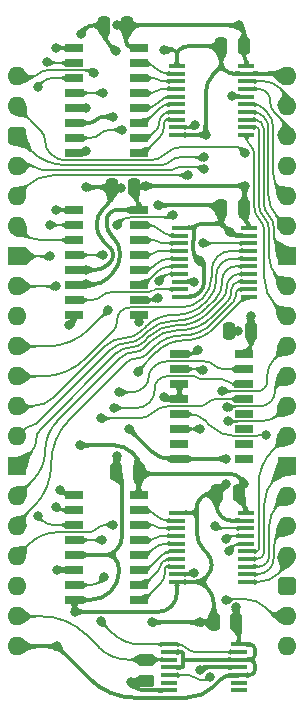
<source format=gtl>
%TF.GenerationSoftware,KiCad,Pcbnew,8.0.7*%
%TF.CreationDate,2025-04-21T20:06:42+02:00*%
%TF.ProjectId,GPIO Address Decode,4750494f-2041-4646-9472-657373204465,rev?*%
%TF.SameCoordinates,PX6d01460PY32de760*%
%TF.FileFunction,Copper,L1,Top*%
%TF.FilePolarity,Positive*%
%FSLAX46Y46*%
G04 Gerber Fmt 4.6, Leading zero omitted, Abs format (unit mm)*
G04 Created by KiCad (PCBNEW 8.0.7) date 2025-04-21 20:06:42*
%MOMM*%
%LPD*%
G01*
G04 APERTURE LIST*
G04 Aperture macros list*
%AMRoundRect*
0 Rectangle with rounded corners*
0 $1 Rounding radius*
0 $2 $3 $4 $5 $6 $7 $8 $9 X,Y pos of 4 corners*
0 Add a 4 corners polygon primitive as box body*
4,1,4,$2,$3,$4,$5,$6,$7,$8,$9,$2,$3,0*
0 Add four circle primitives for the rounded corners*
1,1,$1+$1,$2,$3*
1,1,$1+$1,$4,$5*
1,1,$1+$1,$6,$7*
1,1,$1+$1,$8,$9*
0 Add four rect primitives between the rounded corners*
20,1,$1+$1,$2,$3,$4,$5,0*
20,1,$1+$1,$4,$5,$6,$7,0*
20,1,$1+$1,$6,$7,$8,$9,0*
20,1,$1+$1,$8,$9,$2,$3,0*%
G04 Aperture macros list end*
%TA.AperFunction,ComponentPad*%
%ADD10O,1.600000X1.600000*%
%TD*%
%TA.AperFunction,ComponentPad*%
%ADD11R,1.600000X1.600000*%
%TD*%
%TA.AperFunction,ComponentPad*%
%ADD12RoundRect,0.400000X-0.400000X-0.400000X0.400000X-0.400000X0.400000X0.400000X-0.400000X0.400000X0*%
%TD*%
%TA.AperFunction,SMDPad,CuDef*%
%ADD13RoundRect,0.250000X0.450000X-0.262500X0.450000X0.262500X-0.450000X0.262500X-0.450000X-0.262500X0*%
%TD*%
%TA.AperFunction,SMDPad,CuDef*%
%ADD14R,1.475000X0.450000*%
%TD*%
%TA.AperFunction,SMDPad,CuDef*%
%ADD15RoundRect,0.250000X0.250000X0.475000X-0.250000X0.475000X-0.250000X-0.475000X0.250000X-0.475000X0*%
%TD*%
%TA.AperFunction,SMDPad,CuDef*%
%ADD16R,1.550000X0.650000*%
%TD*%
%TA.AperFunction,ViaPad*%
%ADD17C,0.800000*%
%TD*%
%TA.AperFunction,Conductor*%
%ADD18C,0.380000*%
%TD*%
%TA.AperFunction,Conductor*%
%ADD19C,0.200000*%
%TD*%
G04 APERTURE END LIST*
D10*
%TO.P,J1,40,Pin_40*%
%TO.N,/GND*%
X22860000Y0D03*
%TO.P,J1,39,Pin_39*%
%TO.N,/Read GD _{56..63}*%
X22860000Y-2540000D03*
%TO.P,J1,38,Pin_38*%
%TO.N,/Read GD _{48..55}*%
X22860000Y-5080000D03*
%TO.P,J1,37,Pin_37*%
%TO.N,/Read GD _{40..47}*%
X22860000Y-7620000D03*
%TO.P,J1,36,Pin_36*%
%TO.N,/Read GD _{32..39}*%
X22860000Y-10160000D03*
%TO.P,J1,35,Pin_35*%
%TO.N,/Read GD _{24..31}*%
X22860000Y-12700000D03*
D11*
%TO.P,J1,34,Pin_34*%
%TO.N,/Read GD _{16..23}*%
X22860000Y-15240000D03*
D10*
%TO.P,J1,33,Pin_33*%
%TO.N,/Read GD _{8..15}*%
X22860000Y-17780000D03*
%TO.P,J1,32,Pin_32*%
%TO.N,/Read GD _{0..7}*%
X22860000Y-20320000D03*
%TO.P,J1,31,Pin_31*%
%TO.N,/Write GD _{56..63}*%
X22860000Y-22860000D03*
%TO.P,J1,30,Pin_30*%
%TO.N,/Write GD _{48..55}*%
X22860000Y-25400000D03*
%TO.P,J1,29,Pin_29*%
%TO.N,/Write GD _{40..47}*%
X22860000Y-27940000D03*
%TO.P,J1,28,Pin_28*%
%TO.N,/Write GD _{32..39}*%
X22860000Y-30480000D03*
D11*
%TO.P,J1,27,Pin_27*%
%TO.N,/Write GD _{24..31}*%
X22860000Y-33020000D03*
D10*
%TO.P,J1,26,Pin_26*%
%TO.N,/Write GD _{16..23}*%
X22860000Y-35560000D03*
%TO.P,J1,25,Pin_25*%
%TO.N,/Write GD _{8..15}*%
X22860000Y-38100000D03*
%TO.P,J1,24,Pin_24*%
%TO.N,/Write GD _{0..7}*%
X22860000Y-40640000D03*
D12*
%TO.P,J1,23,Pin_23*%
%TO.N,unconnected-(J1-Pin_23-Pad23)*%
X22860000Y-43180000D03*
D10*
%TO.P,J1,22,Pin_22*%
%TO.N,/Enable*%
X22860000Y-45720000D03*
%TO.P,J1,21,Pin_21*%
%TO.N,/GND*%
X22860000Y-48260000D03*
%TO.P,J1,20,Pin_20*%
%TO.N,/3.3V*%
X0Y-48260000D03*
%TO.P,J1,19,Pin_19*%
%TO.N,/Write Enable*%
X0Y-45720000D03*
%TO.P,J1,18,Pin_18*%
%TO.N,unconnected-(J1-Pin_18-Pad18)*%
X0Y-43180000D03*
%TO.P,J1,17,Pin_17*%
%TO.N,/Write OE _{0..7}*%
X0Y-40640000D03*
%TO.P,J1,16,Pin_16*%
%TO.N,/Write OE _{8..15}*%
X0Y-38100000D03*
%TO.P,J1,15,Pin_15*%
%TO.N,/Write OE _{16..23}*%
X0Y-35560000D03*
D11*
%TO.P,J1,14,Pin_14*%
%TO.N,/Write OE _{24..31}*%
X0Y-33020000D03*
D10*
%TO.P,J1,13,Pin_13*%
%TO.N,/Write OE _{32..39}*%
X0Y-30480000D03*
%TO.P,J1,12,Pin_12*%
%TO.N,/Write OE _{40..47}*%
X0Y-27940000D03*
%TO.P,J1,11,Pin_11*%
%TO.N,/Write OE _{48..55}*%
X0Y-25400000D03*
%TO.P,J1,10,Pin_10*%
%TO.N,/Write OE _{56..63}*%
X0Y-22860000D03*
%TO.P,J1,9,Pin_9*%
%TO.N,unconnected-(J1-Pin_9-Pad9)*%
X0Y-20320000D03*
%TO.P,J1,8,Pin_8*%
%TO.N,/A0*%
X0Y-17780000D03*
D11*
%TO.P,J1,7,Pin_7*%
%TO.N,/A1*%
X0Y-15240000D03*
D10*
%TO.P,J1,6,Pin_6*%
%TO.N,/A2*%
X0Y-12700000D03*
%TO.P,J1,5,Pin_5*%
%TO.N,/A3*%
X0Y-10160000D03*
%TO.P,J1,4,Pin_4*%
%TO.N,/A4*%
X0Y-7620000D03*
D12*
%TO.P,J1,3,Pin_3*%
%TO.N,/A_{Enable}1*%
X0Y-5080000D03*
D10*
%TO.P,J1,2,Pin_2*%
%TO.N,/~{A_{Enable}2}*%
X0Y-2540000D03*
%TO.P,J1,1,Pin_1*%
%TO.N,/~{Reset}*%
X0Y0D03*
%TD*%
D13*
%TO.P,R1,2*%
%TO.N,/Write Enable*%
X10912000Y-49379500D03*
%TO.P,R1,1*%
%TO.N,/GND*%
X10912000Y-51204500D03*
%TD*%
D14*
%TO.P,IC1,14,3V*%
%TO.N,/3.3V*%
X18813000Y-48088000D03*
%TO.P,IC1,13,~{2RD}*%
%TO.N,/~{Reset}*%
X18813000Y-48738000D03*
%TO.P,IC1,12,2D*%
%TO.N,/3.3V*%
X18813000Y-49388000D03*
%TO.P,IC1,11,2CP*%
%TO.N,/GND*%
X18813000Y-50038000D03*
%TO.P,IC1,10,~{2SD}*%
%TO.N,/3.3V*%
X18813000Y-50688000D03*
%TO.P,IC1,9,2Q*%
%TO.N,unconnected-(IC1-2Q-Pad9)*%
X18813000Y-51338000D03*
%TO.P,IC1,8,~{2Q}*%
%TO.N,unconnected-(IC1-~{2Q}-Pad8)*%
X18813000Y-51988000D03*
%TO.P,IC1,7,GND*%
%TO.N,/GND*%
X12937000Y-51988000D03*
%TO.P,IC1,6,~{1Q}*%
%TO.N,unconnected-(IC1-~{1Q}-Pad6)*%
X12937000Y-51338000D03*
%TO.P,IC1,5,1Q*%
%TO.N,/Enable*%
X12937000Y-50688000D03*
%TO.P,IC1,4,~{1SD}*%
%TO.N,/3.3V*%
X12937000Y-50038000D03*
%TO.P,IC1,3,1CP*%
%TO.N,/Write Enable*%
X12937000Y-49388000D03*
%TO.P,IC1,2,1D*%
%TO.N,/3.3V*%
X12937000Y-48738000D03*
%TO.P,IC1,1,~{1RD}*%
%TO.N,/~{Reset}*%
X12937000Y-48088000D03*
%TD*%
D15*
%TO.P,C5,2*%
%TO.N,/GND*%
X17957000Y-21590000D03*
%TO.P,C5,1*%
%TO.N,/3.3V*%
X19857000Y-21590000D03*
%TD*%
D14*
%TO.P,IC3,20,3V*%
%TO.N,/3.3V*%
X19448000Y893000D03*
%TO.P,IC3,19,~{OE2}*%
%TO.N,/GND*%
X19448000Y243000D03*
%TO.P,IC3,18,~{Y1}*%
%TO.N,/Read GD _{56..63}*%
X19448000Y-407000D03*
%TO.P,IC3,17,~{Y2}*%
%TO.N,/Read GD _{48..55}*%
X19448000Y-1057000D03*
%TO.P,IC3,16,~{Y3}*%
%TO.N,/Read GD _{40..47}*%
X19448000Y-1707000D03*
%TO.P,IC3,15,~{Y4}*%
%TO.N,/Read GD _{32..39}*%
X19448000Y-2357000D03*
%TO.P,IC3,14,~{Y5}*%
%TO.N,/Read GD _{24..31}*%
X19448000Y-3007000D03*
%TO.P,IC3,13,~{Y6}*%
%TO.N,/Read GD _{16..23}*%
X19448000Y-3657000D03*
%TO.P,IC3,12,~{Y7}*%
%TO.N,/Read GD _{8..15}*%
X19448000Y-4307000D03*
%TO.P,IC3,11,~{Y8}*%
%TO.N,/Read GD _{0..7}*%
X19448000Y-4957000D03*
%TO.P,IC3,10,GND*%
%TO.N,/GND*%
X13572000Y-4957000D03*
%TO.P,IC3,9,A8*%
%TO.N,Net-(IC2-~{Y7})*%
X13572000Y-4307000D03*
%TO.P,IC3,8,A7*%
%TO.N,Net-(IC2-~{Y6})*%
X13572000Y-3657000D03*
%TO.P,IC3,7,A6*%
%TO.N,Net-(IC2-~{Y5})*%
X13572000Y-3007000D03*
%TO.P,IC3,6,A5*%
%TO.N,Net-(IC2-~{Y4})*%
X13572000Y-2357000D03*
%TO.P,IC3,5,A4*%
%TO.N,Net-(IC2-~{Y3})*%
X13572000Y-1707000D03*
%TO.P,IC3,4,A3*%
%TO.N,Net-(IC2-~{Y2})*%
X13572000Y-1057000D03*
%TO.P,IC3,3,A2*%
%TO.N,Net-(IC2-~{Y1})*%
X13572000Y-407000D03*
%TO.P,IC3,2,A1*%
%TO.N,Net-(IC2-~{Y0})*%
X13572000Y243000D03*
%TO.P,IC3,1,~{OE1}*%
%TO.N,/GND*%
X13572000Y893000D03*
%TD*%
D15*
%TO.P,C8,2*%
%TO.N,/GND*%
X7416000Y4318000D03*
%TO.P,C8,1*%
%TO.N,/3.3V*%
X9316000Y4318000D03*
%TD*%
%TO.P,C6,2*%
%TO.N,/GND*%
X8051000Y-9398000D03*
%TO.P,C6,1*%
%TO.N,/3.3V*%
X9951000Y-9398000D03*
%TD*%
%TO.P,C4,2*%
%TO.N,/GND*%
X16941000Y-35306000D03*
%TO.P,C4,1*%
%TO.N,/3.3V*%
X18841000Y-35306000D03*
%TD*%
D16*
%TO.P,IC2,16,3V*%
%TO.N,/3.3V*%
X10345000Y2413000D03*
%TO.P,IC2,15,~{Y0}*%
%TO.N,Net-(IC2-~{Y0})*%
X10345000Y1143000D03*
%TO.P,IC2,14,~{Y1}*%
%TO.N,Net-(IC2-~{Y1})*%
X10345000Y-127000D03*
%TO.P,IC2,13,~{Y2}*%
%TO.N,Net-(IC2-~{Y2})*%
X10345000Y-1397000D03*
%TO.P,IC2,12,~{Y3}*%
%TO.N,Net-(IC2-~{Y3})*%
X10345000Y-2667000D03*
%TO.P,IC2,11,~{Y4}*%
%TO.N,Net-(IC2-~{Y4})*%
X10345000Y-3937000D03*
%TO.P,IC2,10,~{Y5}*%
%TO.N,Net-(IC2-~{Y5})*%
X10345000Y-5207000D03*
%TO.P,IC2,9,~{Y6}*%
%TO.N,Net-(IC2-~{Y6})*%
X10345000Y-6477000D03*
%TO.P,IC2,8,GND*%
%TO.N,/GND*%
X4895000Y-6477000D03*
%TO.P,IC2,7,~{Y7}*%
%TO.N,Net-(IC2-~{Y7})*%
X4895000Y-5207000D03*
%TO.P,IC2,6,E3*%
%TO.N,/3.3V*%
X4895000Y-3937000D03*
%TO.P,IC2,5,~{E2}*%
%TO.N,/GND*%
X4895000Y-2667000D03*
%TO.P,IC2,4,~{E1}*%
%TO.N,Net-(IC2-~{E1})*%
X4895000Y-1397000D03*
%TO.P,IC2,3,A2*%
%TO.N,/A2*%
X4895000Y-127000D03*
%TO.P,IC2,2,A1*%
%TO.N,/A1*%
X4895000Y1143000D03*
%TO.P,IC2,1,A0*%
%TO.N,/A0*%
X4895000Y2413000D03*
%TD*%
D15*
%TO.P,C2,2*%
%TO.N,/GND*%
X17322000Y2540000D03*
%TO.P,C2,1*%
%TO.N,/3.3V*%
X19222000Y2540000D03*
%TD*%
D16*
%TO.P,IC8,16,3V*%
%TO.N,/3.3V*%
X10345000Y-11303000D03*
%TO.P,IC8,15,~{Y0}*%
%TO.N,Net-(IC8-~{Y0})*%
X10345000Y-12573000D03*
%TO.P,IC8,14,~{Y1}*%
%TO.N,Net-(IC8-~{Y1})*%
X10345000Y-13843000D03*
%TO.P,IC8,13,~{Y2}*%
%TO.N,Net-(IC8-~{Y2})*%
X10345000Y-15113000D03*
%TO.P,IC8,12,~{Y3}*%
%TO.N,Net-(IC8-~{Y3})*%
X10345000Y-16383000D03*
%TO.P,IC8,11,~{Y4}*%
%TO.N,Net-(IC8-~{Y4})*%
X10345000Y-17653000D03*
%TO.P,IC8,10,~{Y5}*%
%TO.N,Net-(IC8-~{Y5})*%
X10345000Y-18923000D03*
%TO.P,IC8,9,~{Y6}*%
%TO.N,Net-(IC8-~{Y6})*%
X10345000Y-20193000D03*
%TO.P,IC8,8,GND*%
%TO.N,/GND*%
X4895000Y-20193000D03*
%TO.P,IC8,7,~{Y7}*%
%TO.N,Net-(IC8-~{Y7})*%
X4895000Y-18923000D03*
%TO.P,IC8,6,E3*%
%TO.N,/3.3V*%
X4895000Y-17653000D03*
%TO.P,IC8,5,~{E2}*%
%TO.N,/GND*%
X4895000Y-16383000D03*
%TO.P,IC8,4,~{E1}*%
%TO.N,Net-(IC4-~{Y2})*%
X4895000Y-15113000D03*
%TO.P,IC8,3,A2*%
%TO.N,/A2*%
X4895000Y-13843000D03*
%TO.P,IC8,2,A1*%
%TO.N,/A1*%
X4895000Y-12573000D03*
%TO.P,IC8,1,A0*%
%TO.N,/A0*%
X4895000Y-11303000D03*
%TD*%
D15*
%TO.P,C1,2*%
%TO.N,/GND*%
X8432000Y-33528000D03*
%TO.P,C1,1*%
%TO.N,/3.3V*%
X10332000Y-33528000D03*
%TD*%
%TO.P,C7,2*%
%TO.N,/GND*%
X17322000Y-11176000D03*
%TO.P,C7,1*%
%TO.N,/3.3V*%
X19222000Y-11176000D03*
%TD*%
D16*
%TO.P,IC6,16,3V*%
%TO.N,/3.3V*%
X10345000Y-35433000D03*
%TO.P,IC6,15,~{Y0}*%
%TO.N,Net-(IC6-~{Y0})*%
X10345000Y-36703000D03*
%TO.P,IC6,14,~{Y1}*%
%TO.N,Net-(IC6-~{Y1})*%
X10345000Y-37973000D03*
%TO.P,IC6,13,~{Y2}*%
%TO.N,Net-(IC6-~{Y2})*%
X10345000Y-39243000D03*
%TO.P,IC6,12,~{Y3}*%
%TO.N,Net-(IC6-~{Y3})*%
X10345000Y-40513000D03*
%TO.P,IC6,11,~{Y4}*%
%TO.N,Net-(IC6-~{Y4})*%
X10345000Y-41783000D03*
%TO.P,IC6,10,~{Y5}*%
%TO.N,Net-(IC6-~{Y5})*%
X10345000Y-43053000D03*
%TO.P,IC6,9,~{Y6}*%
%TO.N,Net-(IC6-~{Y6})*%
X10345000Y-44323000D03*
%TO.P,IC6,8,GND*%
%TO.N,/GND*%
X4895000Y-44323000D03*
%TO.P,IC6,7,~{Y7}*%
%TO.N,Net-(IC6-~{Y7})*%
X4895000Y-43053000D03*
%TO.P,IC6,6,E3*%
%TO.N,/3.3V*%
X4895000Y-41783000D03*
%TO.P,IC6,5,~{E2}*%
%TO.N,/GND*%
X4895000Y-40513000D03*
%TO.P,IC6,4,~{E1}*%
%TO.N,Net-(IC4-~{Y1})*%
X4895000Y-39243000D03*
%TO.P,IC6,3,A2*%
%TO.N,/A2*%
X4895000Y-37973000D03*
%TO.P,IC6,2,A1*%
%TO.N,/A1*%
X4895000Y-36703000D03*
%TO.P,IC6,1,A0*%
%TO.N,/A0*%
X4895000Y-35433000D03*
%TD*%
D14*
%TO.P,IC9,20,3V*%
%TO.N,/3.3V*%
X19702000Y-12823000D03*
%TO.P,IC9,19,~{OE2}*%
%TO.N,/GND*%
X19702000Y-13473000D03*
%TO.P,IC9,18,~{Y1}*%
%TO.N,/Write OE _{56..63}*%
X19702000Y-14123000D03*
%TO.P,IC9,17,~{Y2}*%
%TO.N,/Write OE _{48..55}*%
X19702000Y-14773000D03*
%TO.P,IC9,16,~{Y3}*%
%TO.N,/Write OE _{40..47}*%
X19702000Y-15423000D03*
%TO.P,IC9,15,~{Y4}*%
%TO.N,/Write OE _{32..39}*%
X19702000Y-16073000D03*
%TO.P,IC9,14,~{Y5}*%
%TO.N,/Write OE _{24..31}*%
X19702000Y-16723000D03*
%TO.P,IC9,13,~{Y6}*%
%TO.N,/Write OE _{16..23}*%
X19702000Y-17373000D03*
%TO.P,IC9,12,~{Y7}*%
%TO.N,/Write OE _{8..15}*%
X19702000Y-18023000D03*
%TO.P,IC9,11,~{Y8}*%
%TO.N,/Write OE _{0..7}*%
X19702000Y-18673000D03*
%TO.P,IC9,10,GND*%
%TO.N,/GND*%
X13826000Y-18673000D03*
%TO.P,IC9,9,A8*%
%TO.N,Net-(IC8-~{Y7})*%
X13826000Y-18023000D03*
%TO.P,IC9,8,A7*%
%TO.N,Net-(IC8-~{Y6})*%
X13826000Y-17373000D03*
%TO.P,IC9,7,A6*%
%TO.N,Net-(IC8-~{Y5})*%
X13826000Y-16723000D03*
%TO.P,IC9,6,A5*%
%TO.N,Net-(IC8-~{Y4})*%
X13826000Y-16073000D03*
%TO.P,IC9,5,A4*%
%TO.N,Net-(IC8-~{Y3})*%
X13826000Y-15423000D03*
%TO.P,IC9,4,A3*%
%TO.N,Net-(IC8-~{Y2})*%
X13826000Y-14773000D03*
%TO.P,IC9,3,A2*%
%TO.N,Net-(IC8-~{Y1})*%
X13826000Y-14123000D03*
%TO.P,IC9,2,A1*%
%TO.N,Net-(IC8-~{Y0})*%
X13826000Y-13473000D03*
%TO.P,IC9,1,~{OE1}*%
%TO.N,/GND*%
X13826000Y-12823000D03*
%TD*%
D16*
%TO.P,IC4,16,3V*%
%TO.N,/3.3V*%
X19235000Y-23495000D03*
%TO.P,IC4,15,~{Y0}*%
%TO.N,Net-(IC2-~{E1})*%
X19235000Y-24765000D03*
%TO.P,IC4,14,~{Y1}*%
%TO.N,Net-(IC4-~{Y1})*%
X19235000Y-26035000D03*
%TO.P,IC4,13,~{Y2}*%
%TO.N,Net-(IC4-~{Y2})*%
X19235000Y-27305000D03*
%TO.P,IC4,12,~{Y3}*%
%TO.N,unconnected-(IC4-~{Y3}-Pad12)*%
X19235000Y-28575000D03*
%TO.P,IC4,11,~{Y4}*%
%TO.N,unconnected-(IC4-~{Y4}-Pad11)*%
X19235000Y-29845000D03*
%TO.P,IC4,10,~{Y5}*%
%TO.N,unconnected-(IC4-~{Y5}-Pad10)*%
X19235000Y-31115000D03*
%TO.P,IC4,9,~{Y6}*%
%TO.N,unconnected-(IC4-~{Y6}-Pad9)*%
X19235000Y-32385000D03*
%TO.P,IC4,8,GND*%
%TO.N,/GND*%
X13785000Y-32385000D03*
%TO.P,IC4,7,~{Y7}*%
%TO.N,unconnected-(IC4-~{Y7}-Pad7)*%
X13785000Y-31115000D03*
%TO.P,IC4,6,E3*%
%TO.N,/A_{Enable}1*%
X13785000Y-29845000D03*
%TO.P,IC4,5,~{E2}*%
%TO.N,/~{A_{Enable}2}*%
X13785000Y-28575000D03*
%TO.P,IC4,4,~{E1}*%
%TO.N,/GND*%
X13785000Y-27305000D03*
%TO.P,IC4,3,A2*%
X13785000Y-26035000D03*
%TO.P,IC4,2,A1*%
%TO.N,/A4*%
X13785000Y-24765000D03*
%TO.P,IC4,1,A0*%
%TO.N,/A3*%
X13785000Y-23495000D03*
%TD*%
D15*
%TO.P,C3,2*%
%TO.N,/GND*%
X16687000Y-46228000D03*
%TO.P,C3,1*%
%TO.N,/3.3V*%
X18587000Y-46228000D03*
%TD*%
D14*
%TO.P,IC7,20,3V*%
%TO.N,/3.3V*%
X19448000Y-36953000D03*
%TO.P,IC7,19,~{OE2}*%
%TO.N,/GND*%
X19448000Y-37603000D03*
%TO.P,IC7,18,~{Y1}*%
%TO.N,/Write GD _{56..63}*%
X19448000Y-38253000D03*
%TO.P,IC7,17,~{Y2}*%
%TO.N,/Write GD _{48..55}*%
X19448000Y-38903000D03*
%TO.P,IC7,16,~{Y3}*%
%TO.N,/Write GD _{40..47}*%
X19448000Y-39553000D03*
%TO.P,IC7,15,~{Y4}*%
%TO.N,/Write GD _{32..39}*%
X19448000Y-40203000D03*
%TO.P,IC7,14,~{Y5}*%
%TO.N,/Write GD _{24..31}*%
X19448000Y-40853000D03*
%TO.P,IC7,13,~{Y6}*%
%TO.N,/Write GD _{16..23}*%
X19448000Y-41503000D03*
%TO.P,IC7,12,~{Y7}*%
%TO.N,/Write GD _{8..15}*%
X19448000Y-42153000D03*
%TO.P,IC7,11,~{Y8}*%
%TO.N,/Write GD _{0..7}*%
X19448000Y-42803000D03*
%TO.P,IC7,10,GND*%
%TO.N,/GND*%
X13572000Y-42803000D03*
%TO.P,IC7,9,A8*%
%TO.N,Net-(IC6-~{Y7})*%
X13572000Y-42153000D03*
%TO.P,IC7,8,A7*%
%TO.N,Net-(IC6-~{Y6})*%
X13572000Y-41503000D03*
%TO.P,IC7,7,A6*%
%TO.N,Net-(IC6-~{Y5})*%
X13572000Y-40853000D03*
%TO.P,IC7,6,A5*%
%TO.N,Net-(IC6-~{Y4})*%
X13572000Y-40203000D03*
%TO.P,IC7,5,A4*%
%TO.N,Net-(IC6-~{Y3})*%
X13572000Y-39553000D03*
%TO.P,IC7,4,A3*%
%TO.N,Net-(IC6-~{Y2})*%
X13572000Y-38903000D03*
%TO.P,IC7,3,A2*%
%TO.N,Net-(IC6-~{Y1})*%
X13572000Y-38253000D03*
%TO.P,IC7,2,A1*%
%TO.N,Net-(IC6-~{Y0})*%
X13572000Y-37603000D03*
%TO.P,IC7,1,~{OE1}*%
%TO.N,/GND*%
X13572000Y-36953000D03*
%TD*%
D17*
%TO.N,/~{A_{Enable}2}*%
X21082000Y-30353000D03*
X19304000Y-6477000D03*
%TO.N,/GND*%
X17718048Y-34544000D03*
X11938000Y-10922000D03*
X18757500Y-21590000D03*
X5873475Y-9398000D03*
X18049750Y-13192250D03*
X12446000Y-27180000D03*
X8382000Y2158992D03*
X8509000Y-32131000D03*
X9652000Y-51308000D03*
X12509497Y2222497D03*
X5461000Y3556000D03*
X11430000Y-46228000D03*
X5873475Y-6350000D03*
X15493999Y-15620999D03*
X5873475Y-2667000D03*
X16002000Y-4953000D03*
X4445000Y-21082000D03*
X17718048Y-32385000D03*
X15493994Y-46228000D03*
X4953000Y-45339000D03*
X5873475Y-16383000D03*
X9536998Y-29845000D03*
X8851500Y-9486512D03*
X15494000Y-50292000D03*
%TO.N,/3.3V*%
X8127995Y-3429005D03*
X19240500Y-34480500D03*
X5873475Y-17586786D03*
X3429000Y-48260000D03*
X3429000Y-41783000D03*
X19812000Y-20320000D03*
X5334000Y-31242000D03*
X8515500Y4318000D03*
X18542000Y-44958000D03*
X19304000Y-9271000D03*
X18796000Y4318000D03*
X10921990Y-9271000D03*
%TO.N,/~{Reset}*%
X6540500Y317500D03*
X7112000Y-46129000D03*
%TO.N,/Enable*%
X17756076Y-44339673D03*
X16390674Y-50828000D03*
%TO.N,/A0*%
X3683000Y-35052000D03*
X3302000Y-11303000D03*
X3302000Y2413000D03*
X3302000Y-17780000D03*
%TO.N,/A1*%
X2793990Y-12573000D03*
X2794000Y-15240000D03*
X2540000Y1208000D03*
X3302000Y-36449000D03*
%TO.N,/A2*%
X1778000Y-889000D03*
X1778000Y-37211000D03*
%TO.N,Net-(IC2-~{E1})*%
X8696998Y-26746847D03*
X7287995Y-1397000D03*
%TO.N,Net-(IC2-~{Y7})*%
X8918000Y-4525767D03*
X15113000Y-4117000D03*
%TO.N,/Read GD _{40..47}*%
X18189000Y-1651000D03*
%TO.N,/A3*%
X15333503Y-23183291D03*
X14465994Y-8384721D03*
%TO.N,/A4*%
X15747996Y-24880000D03*
X15875000Y-7874000D03*
%TO.N,/A_{Enable}1*%
X15875000Y-6858004D03*
X15494000Y-29845000D03*
%TO.N,Net-(IC4-~{Y2})*%
X7112000Y-28956000D03*
X7323475Y-15113000D03*
%TO.N,Net-(IC4-~{Y1})*%
X7239006Y-39243000D03*
X8255004Y-28067000D03*
%TO.N,Net-(IC6-~{Y7})*%
X14986000Y-42009000D03*
X7366000Y-42418000D03*
%TO.N,/Write GD _{40..47}*%
X17907000Y-29210000D03*
X17953690Y-40186536D03*
%TO.N,/Write GD _{48..55}*%
X17797422Y-28012543D03*
X17683864Y-39171795D03*
%TO.N,/Write GD _{56..63}*%
X17399000Y-26605000D03*
X16764000Y-38100000D03*
%TO.N,Net-(IC8-~{Y6})*%
X14987029Y-17373000D03*
X10350500Y-20764500D03*
%TO.N,Net-(IC8-~{Y5})*%
X11938000Y-18796000D03*
X12047410Y-17323000D03*
%TO.N,/Write OE _{0..7}*%
X10286998Y-25019000D03*
X8128000Y-37973000D03*
%TO.N,/Write OE _{56..63}*%
X13210875Y-11712000D03*
X8509000Y-12573000D03*
X15748000Y-14123000D03*
X7747000Y-19812004D03*
%TD*%
D18*
%TO.N,/3.3V*%
X20049250Y-49531750D02*
G75*
G02*
X20193003Y-49878793I-347050J-347050D01*
G01*
X7886885Y-11569885D02*
G75*
G03*
X7620001Y-12214204I644315J-644315D01*
G01*
X20061750Y-50556750D02*
G75*
G02*
X19744884Y-50687994I-316850J316850D01*
G01*
X19857000Y-22487806D02*
G75*
G02*
X19561998Y-23199998I-1007200J6D01*
G01*
X19009000Y4105000D02*
G75*
G02*
X19221989Y3590773I-514200J-514200D01*
G01*
X14054500Y-48763000D02*
G75*
G02*
X14079518Y-48823355I-60400J-60400D01*
G01*
X14072000Y-49395500D02*
G75*
G03*
X14079497Y-49377393I-18100J18100D01*
G01*
X14090106Y-49388000D02*
G75*
G03*
X14071998Y-49395498I-6J-25600D01*
G01*
X14079500Y-49377393D02*
G75*
G03*
X14090106Y-49388000I10600J-7D01*
G01*
X18891250Y-34004250D02*
G75*
G03*
X18048085Y-33655006I-843150J-843150D01*
G01*
X14059500Y-50033000D02*
G75*
G02*
X14047428Y-50038012I-12100J12100D01*
G01*
X19702206Y-49388000D02*
G75*
G03*
X20049248Y-49244248I-6J490800D01*
G01*
X20049250Y-49531750D02*
G75*
G03*
X19702206Y-49387997I-347050J-347050D01*
G01*
X20049250Y-49244250D02*
G75*
G03*
X20049250Y-49531750I143750J-143750D01*
G01*
X20193000Y-48897206D02*
G75*
G02*
X20049248Y-49244248I-490800J6D01*
G01*
X9943798Y-32041798D02*
G75*
G02*
X10332001Y-32979000I-937198J-937202D01*
G01*
X10148000Y-10402000D02*
G75*
G02*
X10345000Y-10877600I-475600J-475600D01*
G01*
X8191500Y-13652500D02*
G75*
G02*
X8762990Y-15032223I-1379700J-1379700D01*
G01*
X19145250Y-34575750D02*
G75*
G03*
X19050002Y-34805703I229950J-229950D01*
G01*
X9738000Y-31836000D02*
G75*
G03*
X8303957Y-31242018I-1434000J-1434000D01*
G01*
X7344201Y-3429005D02*
G75*
G03*
X6730998Y-3683003I-1J-867195D01*
G01*
X7620000Y-12458885D02*
G75*
G03*
X8059897Y-13520905I1501900J-15D01*
G01*
X19335000Y1493000D02*
G75*
G02*
X19447997Y1220194I-272800J-272800D01*
G01*
X19320720Y-36465720D02*
G75*
G02*
X19447988Y-36773000I-307320J-307280D01*
G01*
X19067000Y-35942592D02*
G75*
G03*
X19257498Y-36402502I650400J-8D01*
G01*
X14072000Y-49395500D02*
G75*
G03*
X14064503Y-49413606I18100J-18100D01*
G01*
X9271000Y2950000D02*
G75*
G03*
X9808000Y2413000I537000J0D01*
G01*
X8763000Y-15113000D02*
G75*
G02*
X8134375Y-16630611I-2146200J0D01*
G01*
X20061750Y-48219250D02*
G75*
G03*
X19744884Y-48088006I-316850J-316850D01*
G01*
X5840368Y-17619893D02*
G75*
G02*
X5760440Y-17653039I-79968J79893D01*
G01*
X6178207Y-51009207D02*
G75*
G03*
X10025963Y-52603011I3847793J3847807D01*
G01*
X14054500Y-48763000D02*
G75*
G03*
X13994144Y-48737982I-60400J-60400D01*
G01*
X16690402Y-51645499D02*
G75*
G02*
X14378793Y-52602997I-2311602J2311599D01*
G01*
X6730997Y-3683002D02*
G75*
G02*
X6117793Y-3936995I-613197J613202D01*
G01*
X8531204Y-11303000D02*
G75*
G03*
X7886884Y-11569884I-4J-911200D01*
G01*
X20193000Y-50239884D02*
G75*
G02*
X20061755Y-50556755I-448100J-16D01*
G01*
X10858490Y-9334500D02*
G75*
G02*
X10705187Y-9397992I-153290J153300D01*
G01*
X9951000Y-9926399D02*
G75*
G03*
X10148000Y-10402000I672600J-1D01*
G01*
X20061750Y-48219250D02*
G75*
G02*
X20192994Y-48536115I-316850J-316850D01*
G01*
X19222000Y1765807D02*
G75*
G03*
X19334998Y1492998I385800J-7D01*
G01*
X19619622Y-12507622D02*
G75*
G02*
X19701987Y-12706500I-198922J-198878D01*
G01*
X19195598Y-34308598D02*
G75*
G02*
X19240501Y-34417000I-108398J-108402D01*
G01*
X7639508Y-17125491D02*
G75*
G02*
X6525844Y-17586809I-1113708J1113691D01*
G01*
X18564500Y-44980500D02*
G75*
G02*
X18586992Y-45034819I-54300J-54300D01*
G01*
X19222000Y-11770588D02*
G75*
G03*
X19461997Y-12350003I819400J-12D01*
G01*
X18230451Y-50688000D02*
G75*
G03*
X17235953Y-51099897I-51J-1406400D01*
G01*
X14064500Y-50020928D02*
G75*
G02*
X14059492Y-50032992I-17100J28D01*
G01*
X10332000Y-32979000D02*
X10332000Y-34077000D01*
%TO.N,/GND*%
X7937499Y-43624499D02*
G75*
G02*
X6251171Y-44322987I-1686299J1686299D01*
G01*
X13572000Y-43742001D02*
G75*
G02*
X13104250Y-44871250I-1597000J1D01*
G01*
X4895000Y-45239987D02*
G75*
G03*
X4923996Y-45310004I99000J-13D01*
G01*
X14985553Y-42803000D02*
G75*
G03*
X16063514Y-42356514I47J1524400D01*
G01*
X16063500Y-43249500D02*
G75*
G03*
X14985553Y-42803019I-1077900J-1077900D01*
G01*
X16063499Y-42356499D02*
G75*
G03*
X16063499Y-43249501I446501J-446501D01*
G01*
X13572000Y1868278D02*
G75*
G03*
X13468258Y2118756I-354200J22D01*
G01*
X13675748Y2118749D02*
G75*
G03*
X13572010Y1868278I250452J-250449D01*
G01*
X13468251Y2118749D02*
G75*
G03*
X13675748Y2118748I103749J103749D01*
G01*
X5505901Y3727902D02*
G75*
G03*
X5460999Y3619500I108399J-108402D01*
G01*
X8918000Y-38947583D02*
G75*
G02*
X8459505Y-40054505I-1565400J-17D01*
G01*
X8470500Y-32169500D02*
G75*
G03*
X8432020Y-32262447I92900J-92900D01*
G01*
X15875000Y-17365356D02*
G75*
G02*
X15492034Y-18290034I-1307700J-44D01*
G01*
X7551987Y-40513000D02*
G75*
G03*
X8318504Y-40195504I13J1084000D01*
G01*
X8318500Y-40830500D02*
G75*
G03*
X7551987Y-40513005I-766500J-766500D01*
G01*
X8318500Y-40195500D02*
G75*
G03*
X8318500Y-40830500I317500J-317500D01*
G01*
X8318500Y-40830500D02*
G75*
G02*
X8635995Y-41597012I-766500J-766500D01*
G01*
X5809975Y-6413500D02*
G75*
G02*
X5656672Y-6476981I-153275J153300D01*
G01*
X15552894Y-35755104D02*
G75*
G03*
X15240002Y-36510500I755406J-755396D01*
G01*
X16510000Y-41338500D02*
G75*
G02*
X16105884Y-42314107I-1379700J0D01*
G01*
X16471500Y-35306000D02*
G75*
G03*
X15670008Y-35637981I0J-1133500D01*
G01*
X6545012Y4318000D02*
G75*
G03*
X5778496Y4000504I-12J-1084000D01*
G01*
X13468251Y2118749D02*
G75*
G03*
X13217780Y2222490I-250451J-250449D01*
G01*
X7718140Y-15937665D02*
G75*
G02*
X6643009Y-16382995I-1075140J1075165D01*
G01*
X14797500Y-36953000D02*
G75*
G03*
X15240000Y-36510500I0J442500D01*
G01*
X15240000Y-37395500D02*
G75*
G03*
X14797500Y-36953000I-442500J0D01*
G01*
X8777000Y-33873000D02*
G75*
G02*
X8917998Y-34213404I-340400J-340400D01*
G01*
X15927605Y-50038000D02*
G75*
G03*
X15620998Y-50164998I-5J-433600D01*
G01*
X14953500Y-14698309D02*
G75*
G03*
X15223752Y-15350746I922700J9D01*
G01*
X16152000Y-43338000D02*
G75*
G02*
X16686998Y-44629604I-1291600J-1291600D01*
G01*
X16000000Y-4955000D02*
G75*
G02*
X15995171Y-4956988I-4800J4800D01*
G01*
X8636000Y-42037000D02*
G75*
G02*
X8007375Y-43554610I-2146200J0D01*
G01*
X11473128Y-31781130D02*
G75*
G03*
X12930999Y-32385013I1457872J1457830D01*
G01*
X12508500Y-27242500D02*
G75*
G03*
X12659388Y-27305005I150900J150900D01*
G01*
X15597997Y-12464500D02*
G75*
G03*
X15165251Y-12643751I3J-612000D01*
G01*
X14732502Y-12823000D02*
G75*
G03*
X15165249Y-12643749I-2J612000D01*
G01*
X14986000Y-13076497D02*
G75*
G03*
X14732502Y-12823000I-253500J-3D01*
G01*
X15165250Y-12643750D02*
G75*
G03*
X14985999Y-13076497I432750J-432750D01*
G01*
X17620000Y541000D02*
G75*
G03*
X18339435Y243015I719400J719400D01*
G01*
X7416000Y3721496D02*
G75*
G03*
X6819496Y4318000I-596500J4D01*
G01*
X16105888Y-40362888D02*
G75*
G02*
X16510007Y-41338500I-975588J-975612D01*
G01*
X9992000Y-51648000D02*
G75*
G03*
X10812832Y-51987986I820800J820800D01*
G01*
X17710524Y-34544000D02*
G75*
G03*
X17697660Y-34549301I-24J-18200D01*
G01*
X8051000Y-9753994D02*
G75*
G03*
X7695006Y-9398000I-356000J-6D01*
G01*
X8406994Y-9398000D02*
G75*
G03*
X8051000Y-9753994I6J-356000D01*
G01*
X14986000Y-13820019D02*
G75*
G02*
X14969744Y-13859244I-55500J19D01*
G01*
X6758000Y-12571792D02*
G75*
G03*
X7315049Y-13916642I1901900J-8D01*
G01*
X7416000Y3721496D02*
G75*
G03*
X7837792Y2703200I1440100J4D01*
G01*
X14468231Y2540000D02*
G75*
G03*
X13834491Y2277509I-31J-896200D01*
G01*
X13104250Y-44871250D02*
G75*
G02*
X11975001Y-45339001I-1129250J1129250D01*
G01*
X18190125Y-13332625D02*
G75*
G03*
X18529020Y-13472977I338875J338925D01*
G01*
X17302500Y-37241500D02*
G75*
G03*
X18175238Y-37602984I872700J872700D01*
G01*
X14969750Y-13859250D02*
G75*
G03*
X14953492Y-13898480I39250J-39250D01*
G01*
X9828685Y-51204500D02*
G75*
G03*
X9703754Y-51256254I15J-176700D01*
G01*
X17024000Y541000D02*
G75*
G03*
X17321985Y1260436I-719400J719400D01*
G01*
X17620000Y541000D02*
G75*
G03*
X17024000Y541000I-298000J-297999D01*
G01*
X17322000Y1260436D02*
G75*
G03*
X17619990Y540990I1017400J-36D01*
G01*
X16807403Y-12464500D02*
G75*
G03*
X17322000Y-11949903I-3J514600D01*
G01*
X17685875Y-12828375D02*
G75*
G03*
X16807403Y-12464484I-878475J-878425D01*
G01*
X17322000Y-11949903D02*
G75*
G03*
X17685886Y-12828364I1242300J3D01*
G01*
X8163475Y-15128696D02*
G75*
G02*
X7906343Y-15749459I-877875J-4D01*
G01*
X7315053Y-11226946D02*
G75*
G03*
X6757994Y-12571792I1344847J-1344854D01*
G01*
X8051000Y-9944500D02*
G75*
G02*
X7664573Y-10877440I-1319400J0D01*
G01*
X8807244Y-9442256D02*
G75*
G03*
X8700400Y-9398000I-106844J-106844D01*
G01*
X16662000Y179000D02*
G75*
G03*
X16001992Y-1414380I1593400J-1593400D01*
G01*
X7906345Y-14507930D02*
G75*
G02*
X8163484Y-15128696I-620745J-620770D01*
G01*
X15240000Y-38598974D02*
G75*
G03*
X15874992Y-40132008I2168000J-26D01*
G01*
X4895000Y-20412500D02*
G75*
G02*
X4739786Y-20787205I-529900J0D01*
G01*
X15684499Y-15811499D02*
G75*
G02*
X15874997Y-16271408I-459899J-459901D01*
G01*
X15492000Y-18290000D02*
G75*
G02*
X14567356Y-18672953I-924600J924700D01*
G01*
X16941000Y-36368761D02*
G75*
G03*
X17302489Y-37241511I1234200J-39D01*
G01*
X15240000Y-36510500D02*
X15240000Y-37395500D01*
X7695006Y-9398000D02*
X8406994Y-9398000D01*
D19*
%TO.N,/Write Enable*%
X6939997Y-48341997D02*
G75*
G03*
X9444750Y-49379522I2504803J2504797D01*
G01*
X5844643Y-47246643D02*
G75*
G03*
X2159000Y-45720004I-3685643J-3685657D01*
G01*
%TO.N,/A_{Enable}1*%
X13797441Y-6858004D02*
G75*
G03*
X13007987Y-7184991I-41J-1116396D01*
G01*
X1216000Y-6296000D02*
G75*
G03*
X4151683Y-7512007I2935700J2935700D01*
G01*
X13007998Y-7185002D02*
G75*
G02*
X12218554Y-7512022I-789498J789502D01*
G01*
%TO.N,/Write OE _{56..63}*%
X13092875Y-11830000D02*
G75*
G02*
X12807997Y-11947992I-284875J284900D01*
G01*
X6223002Y-21336002D02*
G75*
G02*
X2543745Y-22860019I-3679302J3679302D01*
G01*
X9575941Y-11948000D02*
G75*
G03*
X8821488Y-12260488I-41J-1066900D01*
G01*
%TO.N,/Write OE _{48..55}*%
X8509000Y-20701000D02*
G75*
G02*
X8149785Y-21568206I-1226400J0D01*
G01*
X8821500Y-19880500D02*
G75*
G03*
X8509017Y-20634941I754400J-754400D01*
G01*
X9575941Y-19568000D02*
G75*
G03*
X8821488Y-19880488I-41J-1066900D01*
G01*
X16510000Y-16949298D02*
G75*
G02*
X15743001Y-18801001I-2618700J-2D01*
G01*
X5844643Y-23873356D02*
G75*
G02*
X2159000Y-25399996I-3685643J3685656D01*
G01*
X15743000Y-18801000D02*
G75*
G02*
X13891298Y-19567999I-1851700J1851700D01*
G01*
X18174429Y-14773000D02*
G75*
G03*
X16997491Y-15260491I-29J-1664400D01*
G01*
X16997500Y-15260500D02*
G75*
G03*
X16510012Y-16437429I1176900J-1176900D01*
G01*
%TO.N,/Write OE _{40..47}*%
X18299584Y-15423000D02*
G75*
G03*
X17317004Y-15830004I16J-1389600D01*
G01*
X10561357Y-21543592D02*
G75*
G02*
X9065975Y-22162979I-1495357J1495392D01*
G01*
X17317000Y-15830000D02*
G75*
G03*
X16909994Y-16812584I982600J-982600D01*
G01*
X3266124Y-27086875D02*
G75*
G02*
X1206500Y-27940014I-2059624J2059575D01*
G01*
X15913342Y-19196342D02*
G75*
G02*
X13507200Y-20192999I-2406142J2406142D01*
G01*
X13304950Y-20193000D02*
G75*
G03*
X10926925Y-21177975I-50J-3363000D01*
G01*
X9065975Y-22163000D02*
G75*
G03*
X7570603Y-22782418I25J-2114800D01*
G01*
X16910000Y-17218343D02*
G75*
G02*
X16216070Y-18893585I-2369200J43D01*
G01*
%TO.N,/Write OE _{32..39}*%
X9329817Y-22563000D02*
G75*
G03*
X8001995Y-23112995I-17J-1877800D01*
G01*
X18592045Y-16073000D02*
G75*
G03*
X17734987Y-16427987I-45J-1212000D01*
G01*
X13318701Y-20682000D02*
G75*
G03*
X11048126Y-21622492I-1J-3211100D01*
G01*
X10657634Y-22012999D02*
G75*
G02*
X9329817Y-22563016I-1327834J1327799D01*
G01*
X17735000Y-16428000D02*
G75*
G03*
X17380019Y-17285045I857000J-857000D01*
G01*
X1748506Y-29366493D02*
G75*
G02*
X1206500Y-29591003I-542006J541993D01*
G01*
X16071446Y-19615553D02*
G75*
G02*
X13496817Y-20682004I-2574646J2574653D01*
G01*
X1206500Y-29591000D02*
G75*
G03*
X664496Y-29815509I0J-766500D01*
G01*
X17380000Y-17545000D02*
G75*
G02*
X16841178Y-18845809I-1839600J0D01*
G01*
%TO.N,/Write OE _{24..31}*%
X1651000Y-30797500D02*
G75*
G02*
X1246884Y-31773107I-1379700J0D01*
G01*
X13484387Y-21082000D02*
G75*
G03*
X11213819Y-22022499I13J-3211100D01*
G01*
X18118000Y-17061000D02*
G75*
G03*
X17780002Y-17877004I816000J-816000D01*
G01*
X9593660Y-22963000D02*
G75*
G03*
X8433437Y-23443622I40J-1640800D01*
G01*
X16237132Y-20015553D02*
G75*
G02*
X13662503Y-21081994I-2574632J2574653D01*
G01*
X18934004Y-16723000D02*
G75*
G03*
X18117999Y-17060999I-4J-1154000D01*
G01*
X17780000Y-17935843D02*
G75*
G02*
X17400383Y-18852280I-1296100J43D01*
G01*
X2055111Y-29821888D02*
G75*
G03*
X1650993Y-30797500I975589J-975612D01*
G01*
X10753912Y-22482407D02*
G75*
G02*
X9593660Y-22962955I-1160212J1160307D01*
G01*
%TO.N,/Write OE _{16..23}*%
X10850190Y-22951815D02*
G75*
G02*
X9857503Y-23362993I-992690J992715D01*
G01*
X13650073Y-21482000D02*
G75*
G03*
X11379512Y-22422506I27J-3211100D01*
G01*
X16521271Y-20384612D02*
G75*
G02*
X13871945Y-21482035I-2649371J2649312D01*
G01*
X18180000Y-18243442D02*
G75*
G02*
X17838836Y-19066998I-1164700J42D01*
G01*
X18842357Y-17373000D02*
G75*
G03*
X18374033Y-17567033I43J-662300D01*
G01*
X9857503Y-23363000D02*
G75*
G03*
X8864808Y-23774177I-3J-1403900D01*
G01*
X2413000Y-31686500D02*
G75*
G02*
X1380279Y-34179738I-3526000J0D01*
G01*
X3445729Y-29193270D02*
G75*
G03*
X2413011Y-31686500I2493271J-2493230D01*
G01*
X18374000Y-17567000D02*
G75*
G03*
X18179953Y-18035357I468300J-468400D01*
G01*
%TO.N,/Write OE _{8..15}*%
X18580000Y-18549535D02*
G75*
G02*
X18338138Y-19133419I-825800J35D01*
G01*
X10160000Y-23876000D02*
G75*
G03*
X9292794Y-24235215I0J-1226400D01*
G01*
X11027210Y-23516789D02*
G75*
G02*
X10160000Y-23876005I-867210J867189D01*
G01*
X2921000Y-32885591D02*
G75*
G02*
X1460513Y-36411563I-4986500J-9D01*
G01*
X13984908Y-21933000D02*
G75*
G03*
X11639498Y-22904498I-8J-3316900D01*
G01*
X18894961Y-18023000D02*
G75*
G03*
X18672282Y-18115282I39J-314900D01*
G01*
X4456853Y-29071146D02*
G75*
G03*
X2921008Y-32779025I3707847J-3707854D01*
G01*
X16573622Y-20897947D02*
G75*
G02*
X14074785Y-21932986I-2498822J2498847D01*
G01*
X18672250Y-18115250D02*
G75*
G03*
X18579955Y-18337961I222650J-222750D01*
G01*
%TO.N,/Write OE _{0..7}*%
X10331898Y-24847101D02*
G75*
G03*
X10286999Y-24955501I108402J-108399D01*
G01*
X3485912Y-38598000D02*
G75*
G03*
X1020996Y-39618996I-12J-3485900D01*
G01*
X7553941Y-37973000D02*
G75*
G03*
X6799488Y-38285488I-41J-1066900D01*
G01*
X16714802Y-21322453D02*
G75*
G02*
X14275128Y-22333025I-2439702J2439653D01*
G01*
X14275128Y-22333000D02*
G75*
G03*
X11835444Y-23343537I-28J-3450200D01*
G01*
X6799500Y-38285500D02*
G75*
G02*
X6045058Y-38597953I-754400J754500D01*
G01*
%TO.N,Net-(IC8-~{Y0})*%
X12134000Y-13023000D02*
G75*
G03*
X11047603Y-12572998I-1086400J-1086400D01*
G01*
X12144886Y-13033886D02*
G75*
G03*
X13205000Y-13473008I1060114J1060086D01*
G01*
%TO.N,Net-(IC8-~{Y1})*%
X11951000Y-13983000D02*
G75*
G03*
X11613010Y-13842996I-338000J-338000D01*
G01*
X11951000Y-13983000D02*
G75*
G03*
X12288989Y-14123004I338000J338000D01*
G01*
%TO.N,Net-(IC8-~{Y2})*%
X11641000Y-14943000D02*
G75*
G02*
X11230583Y-15112993I-410400J410400D01*
G01*
X12051416Y-14773000D02*
G75*
G03*
X11640995Y-14942995I-16J-580400D01*
G01*
%TO.N,Net-(IC8-~{Y3})*%
X12941822Y-15423000D02*
G75*
G03*
X11782993Y-15902993I-22J-1638800D01*
G01*
X11641704Y-16044295D02*
G75*
G02*
X10824000Y-16383002I-817704J817695D01*
G01*
%TO.N,Net-(IC8-~{Y4})*%
X13066730Y-16073000D02*
G75*
G03*
X11770569Y-16609878I-30J-1833000D01*
G01*
%TO.N,Net-(IC8-~{Y5})*%
X13071674Y-16723000D02*
G75*
G03*
X12347416Y-17023006I26J-1024300D01*
G01*
X11874500Y-18859500D02*
G75*
G02*
X11721197Y-18922999I-153300J153300D01*
G01*
%TO.N,Net-(IC8-~{Y6})*%
X10345000Y-20755110D02*
G75*
G03*
X10347753Y-20761747I9400J10D01*
G01*
%TO.N,Net-(IC8-~{Y7})*%
X11421250Y-18160500D02*
G75*
G02*
X11089295Y-18297984I-331950J332000D01*
G01*
X7170500Y-18610500D02*
G75*
G02*
X6416058Y-18922953I-754400J754500D01*
G01*
X11753204Y-18023000D02*
G75*
G03*
X11421259Y-18160509I-4J-469400D01*
G01*
X7924941Y-18298000D02*
G75*
G03*
X7170488Y-18610488I-41J-1066900D01*
G01*
%TO.N,/Write GD _{56..63}*%
X16840500Y-38176500D02*
G75*
G03*
X17025187Y-38253005I184700J184700D01*
G01*
X21209000Y-25809860D02*
G75*
G02*
X20960011Y-26411011I-850100J-40D01*
G01*
X17426500Y-26632500D02*
G75*
G03*
X17492890Y-26660004I66400J66400D01*
G01*
X21792716Y-23927283D02*
G75*
G03*
X21208990Y-25336500I1409184J-1409217D01*
G01*
X20960000Y-26411000D02*
G75*
G02*
X20358860Y-26659984I-601100J601100D01*
G01*
%TO.N,/Write GD _{48..55}*%
X21844000Y-26797000D02*
G75*
G02*
X21574589Y-27447404I-919800J0D01*
G01*
X22113407Y-26146592D02*
G75*
G03*
X21843995Y-26797000I650393J-650408D01*
G01*
X18142725Y-38903000D02*
G75*
G03*
X17818241Y-39037377I-25J-458900D01*
G01*
X17904189Y-27950000D02*
G75*
G03*
X17828692Y-27981270I11J-106800D01*
G01*
X21458000Y-27564000D02*
G75*
G02*
X20526113Y-27950006I-931900J931900D01*
G01*
%TO.N,/Write GD _{40..47}*%
X19017613Y-39553000D02*
G75*
G03*
X18282900Y-39857333I-13J-1039000D01*
G01*
X22225000Y-28575000D02*
G75*
G02*
X20691974Y-29209989I-1533000J1533000D01*
G01*
%TO.N,/Write GD _{32..39}*%
X20485500Y-40032289D02*
G75*
G02*
X20435503Y-40153003I-170700J-11D01*
G01*
X20435500Y-40153000D02*
G75*
G02*
X20314789Y-40202996I-120700J120700D01*
G01*
X21672750Y-31667250D02*
G75*
G03*
X20485510Y-34533525I2866250J-2866250D01*
G01*
%TO.N,/Write GD _{24..31}*%
X20960000Y-40264048D02*
G75*
G02*
X20787486Y-40680486I-589000J48D01*
G01*
X21910000Y-33970000D02*
G75*
G03*
X20960001Y-36263502I2293500J-2293500D01*
G01*
X20787500Y-40680500D02*
G75*
G02*
X20371048Y-40853020I-416500J416500D01*
G01*
%TO.N,/Write GD _{16..23}*%
X21360000Y-40639203D02*
G75*
G02*
X21106999Y-41249999I-863800J3D01*
G01*
X22110000Y-36310000D02*
G75*
G03*
X21359954Y-38120660I1810600J-1810700D01*
G01*
X21107000Y-41250000D02*
G75*
G02*
X20496203Y-41503002I-610800J610800D01*
G01*
%TO.N,/Write GD _{8..15}*%
X21363000Y-41756000D02*
G75*
G02*
X20404557Y-42152982I-958400J958400D01*
G01*
X21760000Y-40797557D02*
G75*
G02*
X21363013Y-41756013I-1355400J-43D01*
G01*
X22310000Y-38650000D02*
G75*
G03*
X21760007Y-39977817I1327800J-1327800D01*
G01*
%TO.N,/Write GD _{0..7}*%
X22153524Y-42096524D02*
G75*
G02*
X20447943Y-42803017I-1705624J1705624D01*
G01*
X22860000Y-41015025D02*
G75*
G02*
X22594807Y-41655222I-905400J25D01*
G01*
%TO.N,Net-(IC6-~{Y0})*%
X11641704Y-37041704D02*
G75*
G03*
X10824000Y-36702998I-817704J-817696D01*
G01*
X11753000Y-37153000D02*
G75*
G03*
X12839396Y-37603002I1086400J1086400D01*
G01*
%TO.N,Net-(IC6-~{Y1})*%
X11798000Y-38113000D02*
G75*
G03*
X11460010Y-37972996I-338000J-338000D01*
G01*
X11798000Y-38113000D02*
G75*
G03*
X12135989Y-38253004I338000J338000D01*
G01*
%TO.N,Net-(IC6-~{Y2})*%
X11768000Y-39073000D02*
G75*
G02*
X11357583Y-39242993I-410400J410400D01*
G01*
X12178416Y-38903000D02*
G75*
G03*
X11767995Y-39072995I-16J-580400D01*
G01*
%TO.N,Net-(IC6-~{Y3})*%
X11297901Y-40264098D02*
G75*
G02*
X10697000Y-40513000I-600901J600898D01*
G01*
X12687822Y-39553000D02*
G75*
G03*
X11528993Y-40032993I-22J-1638800D01*
G01*
%TO.N,Net-(IC6-~{Y4})*%
X11297901Y-41534098D02*
G75*
G02*
X10697000Y-41783000I-600901J600898D01*
G01*
X13100500Y-40203000D02*
G75*
G03*
X12295600Y-40536401I0J-1138300D01*
G01*
%TO.N,Net-(IC6-~{Y5})*%
X12953057Y-40853000D02*
G75*
G03*
X12374262Y-41092762I43J-818600D01*
G01*
X12134500Y-41523000D02*
G75*
G02*
X11999795Y-41848202I-459900J0D01*
G01*
X12269203Y-41197796D02*
G75*
G03*
X12134497Y-41523000I325197J-325204D01*
G01*
%TO.N,Net-(IC6-~{Y6})*%
X12584500Y-41553000D02*
G75*
G03*
X12534504Y-41673710I120700J-120700D01*
G01*
X12534500Y-42093250D02*
G75*
G02*
X12187822Y-42930141I-1183600J50D01*
G01*
X12705210Y-41503000D02*
G75*
G03*
X12584497Y-41552997I-10J-170700D01*
G01*
%TO.N,Net-(IC6-~{Y7})*%
X7048500Y-42735500D02*
G75*
G02*
X6281987Y-43052995I-766500J766500D01*
G01*
X14914000Y-42081000D02*
G75*
G02*
X14740176Y-42152990I-173800J173800D01*
G01*
%TO.N,Net-(IC4-~{Y1})*%
X11239499Y-27622499D02*
G75*
G02*
X10166382Y-28066991I-1073099J1073099D01*
G01*
X17855500Y-25832500D02*
G75*
G03*
X17366621Y-25629991I-488900J-488900D01*
G01*
X15322335Y-25515000D02*
G75*
G03*
X15599969Y-25630032I277665J277600D01*
G01*
X15322335Y-25515000D02*
G75*
G03*
X15044700Y-25399990I-277635J-277600D01*
G01*
X11684000Y-26592078D02*
G75*
G02*
X11269693Y-27592312I-1414500J-22D01*
G01*
X11987078Y-25703078D02*
G75*
G03*
X11683989Y-26434773I731722J-731722D01*
G01*
X12718773Y-25400000D02*
G75*
G03*
X11987086Y-25703086I27J-1034800D01*
G01*
X17855500Y-25832500D02*
G75*
G03*
X18344378Y-26035009I488900J488900D01*
G01*
%TO.N,Net-(IC4-~{Y2})*%
X16951941Y-27305000D02*
G75*
G03*
X16197488Y-27617488I-41J-1066900D01*
G01*
X16197500Y-27617500D02*
G75*
G02*
X15443058Y-27929953I-754400J754500D01*
G01*
X11562000Y-28443000D02*
G75*
G02*
X10323508Y-28956003I-1238500J1238500D01*
G01*
X12800491Y-27930000D02*
G75*
G03*
X11562002Y-28443002I9J-1751500D01*
G01*
%TO.N,/~{A_{Enable}2}*%
X19050000Y-6223000D02*
G75*
G03*
X18436789Y-5969004I-613200J-613200D01*
G01*
X2921000Y-6604000D02*
G75*
G03*
X4147420Y-7111992I1226400J1226400D01*
G01*
X12636500Y-6540500D02*
G75*
G02*
X11256776Y-7111990I-1379700J1379700D01*
G01*
X20536803Y-30353000D02*
G75*
G03*
X20383499Y-30416500I-3J-216800D01*
G01*
X16319500Y-29527500D02*
G75*
G03*
X18619040Y-30479984I2299500J2299500D01*
G01*
X2008888Y-4548888D02*
G75*
G02*
X2413007Y-5524500I-975588J-975612D01*
G01*
X14016223Y-5969000D02*
G75*
G03*
X12636493Y-6540493I-23J-1951200D01*
G01*
X2413000Y-5524500D02*
G75*
G03*
X2817116Y-6500106I1379700J0D01*
G01*
X20383499Y-30416500D02*
G75*
G02*
X20230195Y-30479998I-153299J153300D01*
G01*
X15926321Y-29134321D02*
G75*
G03*
X14576000Y-28574987I-1350321J-1350279D01*
G01*
%TO.N,/A4*%
X15767000Y-7766000D02*
G75*
G03*
X15506264Y-7658015I-260700J-260700D01*
G01*
X15690496Y-24822500D02*
G75*
G03*
X15551678Y-24765010I-138796J-138800D01*
G01*
X13768605Y-7658000D02*
G75*
G03*
X13461998Y-7784998I-5J-433600D01*
G01*
X13462000Y-7785000D02*
G75*
G02*
X13155394Y-7911998I-306600J306600D01*
G01*
X1759000Y-7766000D02*
G75*
G03*
X1406524Y-7619990I-352500J-352500D01*
G01*
X1759000Y-7766000D02*
G75*
G03*
X2111475Y-7912010I352500J352500D01*
G01*
%TO.N,/A3*%
X15177648Y-23339145D02*
G75*
G02*
X14801382Y-23494993I-376248J376245D01*
G01*
X14460133Y-8378860D02*
G75*
G03*
X14445985Y-8373008I-14133J-14140D01*
G01*
X3050599Y-8373000D02*
G75*
G03*
X893500Y-9266500I1J-3050600D01*
G01*
%TO.N,/Read GD _{56..63}*%
X22511974Y-1207609D02*
G75*
G02*
X22859997Y-2047817I-840174J-840191D01*
G01*
X22285682Y-981317D02*
G75*
G03*
X20899157Y-407018I-1386482J-1386483D01*
G01*
%TO.N,/Read GD _{48..55}*%
X22511974Y-3747609D02*
G75*
G02*
X22859997Y-4587817I-840174J-840191D01*
G01*
X21463000Y-2174817D02*
G75*
G03*
X21833404Y-3069019I1264600J17D01*
G01*
X21166000Y-1354000D02*
G75*
G03*
X20448978Y-1057009I-717000J-717000D01*
G01*
X21166000Y-1354000D02*
G75*
G02*
X21462991Y-2071021I-717000J-717000D01*
G01*
%TO.N,/Read GD _{40..47}*%
X18217000Y-1679000D02*
G75*
G03*
X18284597Y-1707001I67600J67600D01*
G01*
%TO.N,/Read GD _{32..39}*%
X21136340Y-2937661D02*
G75*
G02*
X21717000Y-4339500I-1401840J-1401839D01*
G01*
X20947302Y-2748623D02*
G75*
G03*
X20001839Y-2356976I-945502J-945477D01*
G01*
X21717001Y-8208778D02*
G75*
G03*
X22288494Y-9588506I1951199J-22D01*
G01*
%TO.N,/Read GD _{24..31}*%
X20915501Y-3408500D02*
G75*
G02*
X21316998Y-4377806I-969301J-969300D01*
G01*
X21317001Y-10065935D02*
G75*
G03*
X22088511Y-11928489I2634099J35D01*
G01*
X20890889Y-3383888D02*
G75*
G03*
X19981000Y-3007006I-909889J-909912D01*
G01*
%TO.N,/Read GD _{16..23}*%
X20691250Y-3882750D02*
G75*
G02*
X20917017Y-4427760I-545050J-545050D01*
G01*
X20917001Y-10726596D02*
G75*
G03*
X21338496Y-11744190I1439099J-4D01*
G01*
X21338500Y-11744186D02*
G75*
G02*
X21760014Y-12761776I-1017600J-1017614D01*
G01*
X20691250Y-3882750D02*
G75*
G03*
X20146240Y-3656983I-545050J-545050D01*
G01*
X21760000Y-13362182D02*
G75*
G03*
X22309995Y-14690005I1877800J-18D01*
G01*
%TO.N,/Read GD _{8..15}*%
X20451250Y-4372750D02*
G75*
G03*
X20292514Y-4306994I-158750J-158750D01*
G01*
X20938500Y-11909871D02*
G75*
G02*
X21360024Y-12927461I-1017600J-1017629D01*
G01*
X20451250Y-4372750D02*
G75*
G02*
X20517006Y-4531486I-158750J-158750D01*
G01*
X21360000Y-15219339D02*
G75*
G03*
X22110012Y-17029988I2560700J39D01*
G01*
X20517001Y-10892281D02*
G75*
G03*
X20938489Y-11909882I1439099J-19D01*
G01*
%TO.N,/Read GD _{0..7}*%
X19448000Y-5217500D02*
G75*
G03*
X19632202Y-5662200I628900J0D01*
G01*
X20960000Y-17076497D02*
G75*
G03*
X21909999Y-19370001I3243500J-3D01*
G01*
X20117001Y-11057966D02*
G75*
G03*
X20538481Y-12075575I1439099J-34D01*
G01*
X19782500Y-5812500D02*
G75*
G02*
X20117019Y-6620056I-807600J-807600D01*
G01*
X20538500Y-12075556D02*
G75*
G02*
X20959964Y-13093146I-1017600J-1017544D01*
G01*
%TO.N,Net-(IC2-~{Y0})*%
X11641704Y804296D02*
G75*
G03*
X10824000Y1143002I-817704J-817696D01*
G01*
X11753000Y693000D02*
G75*
G03*
X12839396Y242998I1086400J1086400D01*
G01*
%TO.N,Net-(IC2-~{Y1})*%
X11951000Y-267000D02*
G75*
G03*
X11613010Y-126996I-338000J-338000D01*
G01*
X11951000Y-267000D02*
G75*
G03*
X12288989Y-407004I338000J338000D01*
G01*
%TO.N,Net-(IC2-~{Y2})*%
X11854000Y-1227000D02*
G75*
G02*
X11443583Y-1396993I-410400J410400D01*
G01*
X12264416Y-1057000D02*
G75*
G03*
X11853995Y-1226995I-16J-580400D01*
G01*
%TO.N,Net-(IC2-~{Y3})*%
X11985506Y-2238492D02*
G75*
G02*
X10951000Y-2667003I-1034506J1034492D01*
G01*
X13044500Y-1707000D02*
G75*
G03*
X12144001Y-2079998I0J-1273500D01*
G01*
%TO.N,Net-(IC2-~{Y4})*%
X13002343Y-2357000D02*
G75*
G03*
X12029851Y-2759782I-43J-1375300D01*
G01*
%TO.N,Net-(IC2-~{Y5})*%
X11469802Y-4913196D02*
G75*
G02*
X10760500Y-5207000I-709302J709296D01*
G01*
X12327159Y-3314340D02*
G75*
G03*
X12065044Y-3947250I632941J-632860D01*
G01*
X12065000Y-3947250D02*
G75*
G02*
X11802822Y-4580141I-895100J50D01*
G01*
X13037197Y-3007000D02*
G75*
G03*
X12349751Y-3291751I3J-972200D01*
G01*
%TO.N,Net-(IC2-~{Y6})*%
X12465000Y-4316750D02*
G75*
G02*
X12118322Y-5153641I-1183600J50D01*
G01*
X12754354Y-3657000D02*
G75*
G03*
X12549784Y-3741784I46J-289300D01*
G01*
X12549750Y-3741750D02*
G75*
G03*
X12464952Y-3946354I204550J-204650D01*
G01*
%TO.N,Net-(IC2-~{Y7})*%
X15018000Y-4212000D02*
G75*
G02*
X14788649Y-4307021I-229400J229400D01*
G01*
X7071616Y-4866383D02*
G75*
G02*
X6249295Y-5207007I-822316J822283D01*
G01*
X7893937Y-4525767D02*
G75*
G03*
X7071599Y-4866366I-37J-1162933D01*
G01*
%TO.N,Net-(IC2-~{E1})*%
X16700500Y-24447500D02*
G75*
G03*
X15933987Y-24130005I-766500J-766500D01*
G01*
X12693617Y-24130000D02*
G75*
G03*
X11620495Y-24574495I-17J-1517600D01*
G01*
X16700500Y-24447500D02*
G75*
G03*
X17467012Y-24764995I766500J766500D01*
G01*
X10756576Y-26327423D02*
G75*
G02*
X9743998Y-26746832I-1012576J1012623D01*
G01*
X11176000Y-25463500D02*
G75*
G02*
X10861688Y-26222305I-1073100J0D01*
G01*
X11490308Y-24704691D02*
G75*
G03*
X11175994Y-25463500I758792J-758809D01*
G01*
%TO.N,/A2*%
X2159000Y-37592000D02*
G75*
G03*
X3078815Y-37972994I919800J919800D01*
G01*
X571500Y-13271500D02*
G75*
G03*
X1951223Y-13842990I1379700J1379700D01*
G01*
X3078815Y-127000D02*
G75*
G03*
X2158995Y-507995I-15J-1300800D01*
G01*
%TO.N,/A1*%
X2572500Y1175500D02*
G75*
G03*
X2650961Y1142984I78500J78500D01*
G01*
X3429000Y-36576000D02*
G75*
G03*
X3735605Y-36702998I306600J306600D01*
G01*
%TO.N,/A0*%
X3873500Y-35242500D02*
G75*
G03*
X4333407Y-35432997I459900J459900D01*
G01*
%TO.N,/Enable*%
X15088750Y-50902750D02*
G75*
G03*
X15607202Y-51117499I518450J518450D01*
G01*
X17895500Y-44258000D02*
G75*
G03*
X17796917Y-44298841I0J-139400D01*
G01*
X16245924Y-50972750D02*
G75*
G02*
X15896466Y-51117479I-349424J349450D01*
G01*
X15088750Y-50902750D02*
G75*
G03*
X14570297Y-50688001I-518450J-518450D01*
G01*
X21113000Y-44989000D02*
G75*
G03*
X19348209Y-44257996I-1764800J-1764800D01*
G01*
X21484789Y-45360789D02*
G75*
G03*
X22352000Y-45720006I867211J867189D01*
G01*
%TO.N,/~{Reset}*%
X1905000Y254000D02*
G75*
G02*
X1291789Y4I-613200J613200D01*
G01*
X2518210Y508000D02*
G75*
G03*
X1904997Y254003I-10J-867200D01*
G01*
X8091500Y-47108500D02*
G75*
G03*
X10456222Y-48087991I2364700J2364700D01*
G01*
X14397464Y-48413000D02*
G75*
G03*
X15182083Y-48738017I784636J784600D01*
G01*
X6445250Y412750D02*
G75*
G03*
X6215296Y507998I-229950J-229950D01*
G01*
X14397464Y-48413000D02*
G75*
G03*
X13612844Y-48087963I-784664J-784600D01*
G01*
%TO.N,Net-(IC4-~{Y1})*%
X7239006Y-39243000D02*
X4895000Y-39243000D01*
%TO.N,/Write OE _{0..7}*%
X7553941Y-37973000D02*
X8128000Y-37973000D01*
X3485912Y-38598000D02*
X6045058Y-38598000D01*
X1021000Y-39619000D02*
X0Y-40640000D01*
%TO.N,/~{A_{Enable}2}*%
X16319500Y-29527500D02*
X15926321Y-29134321D01*
X18619040Y-30480001D02*
X20230195Y-30480001D01*
X14576000Y-28575000D02*
X13785000Y-28575000D01*
X20536803Y-30353000D02*
X21082000Y-30353000D01*
D18*
%TO.N,/GND*%
X16687000Y-46228000D02*
X15493994Y-46228000D01*
X11430000Y-46228000D02*
X15493994Y-46228000D01*
%TO.N,/3.3V*%
X18230451Y-50688000D02*
X18813000Y-50688000D01*
X10025963Y-52603000D02*
X14378793Y-52603000D01*
X3429000Y-48260000D02*
X6178207Y-51009207D01*
X16690402Y-51645499D02*
X17235979Y-51099923D01*
X3429000Y-48260000D02*
X0Y-48260000D01*
D19*
%TO.N,/~{A_{Enable}2}*%
X19050000Y-6223000D02*
X19304000Y-6477000D01*
X4147420Y-7112000D02*
X11256776Y-7112000D01*
X2921000Y-6604000D02*
X2817111Y-6500111D01*
X2008888Y-4548888D02*
X0Y-2540000D01*
X18436789Y-5969000D02*
X14016223Y-5969000D01*
%TO.N,/A4*%
X1406524Y-7620000D02*
X0Y-7620000D01*
X13155394Y-7912000D02*
X2111475Y-7912000D01*
%TO.N,/A3*%
X14465994Y-8384721D02*
X14460133Y-8378860D01*
X14445985Y-8373000D02*
X3050599Y-8373000D01*
X893500Y-9266500D02*
X0Y-10160000D01*
%TO.N,/A_{Enable}1*%
X4151683Y-7512000D02*
X12218554Y-7512000D01*
X15875000Y-6858004D02*
X13797441Y-6858004D01*
X1216000Y-6296000D02*
X0Y-5080000D01*
D18*
%TO.N,/GND*%
X15597997Y-12464500D02*
X16807403Y-12464500D01*
X14986000Y-13076497D02*
X14986000Y-13820019D01*
X15223749Y-15350749D02*
X15493999Y-15620999D01*
X14953500Y-14698309D02*
X14953500Y-13898480D01*
X14732502Y-12823000D02*
X13826000Y-12823000D01*
D19*
%TO.N,/Write GD _{24..31}*%
X21910000Y-33970000D02*
X22860000Y-33020000D01*
X20960000Y-40264048D02*
X20960000Y-36263502D01*
X20371048Y-40853000D02*
X19448000Y-40853000D01*
%TO.N,/Write GD _{16..23}*%
X21360000Y-40639203D02*
X21360000Y-38120660D01*
X22110000Y-36310000D02*
X22860000Y-35560000D01*
X20496203Y-41503000D02*
X19448000Y-41503000D01*
%TO.N,/Write GD _{8..15}*%
X22310000Y-38650000D02*
X22860000Y-38100000D01*
X21760000Y-40797557D02*
X21760000Y-39977817D01*
X20404557Y-42153000D02*
X19448000Y-42153000D01*
%TO.N,/Write GD _{0..7}*%
X20447943Y-42803000D02*
X19448000Y-42803000D01*
X22153524Y-42096524D02*
X22594817Y-41655232D01*
%TO.N,Net-(IC4-~{Y2})*%
X10323508Y-28956000D02*
X7112000Y-28956000D01*
X15443058Y-27930000D02*
X12800491Y-27930000D01*
X16951941Y-27305000D02*
X19235000Y-27305000D01*
D18*
%TO.N,/GND*%
X12508500Y-27242500D02*
X12446000Y-27180000D01*
X13785000Y-27305000D02*
X12659388Y-27305000D01*
X7718140Y-15937665D02*
X7906345Y-15749461D01*
X7315053Y-13916638D02*
X7906345Y-14507930D01*
X6643009Y-16383000D02*
X5873475Y-16383000D01*
X7315053Y-11226946D02*
X7664566Y-10877433D01*
X8051000Y-9753994D02*
X8051000Y-9944500D01*
D19*
%TO.N,Net-(IC4-~{Y2})*%
X7323475Y-15113000D02*
X4895000Y-15113000D01*
D18*
%TO.N,/3.3V*%
X8191500Y-13652500D02*
X8059901Y-13520901D01*
X8763000Y-15032223D02*
X8763000Y-15113000D01*
X7620000Y-12214204D02*
X7620000Y-12458885D01*
X10345000Y-11303000D02*
X8531204Y-11303000D01*
X8134381Y-16630617D02*
X7639508Y-17125491D01*
X5873475Y-17586786D02*
X6525844Y-17586786D01*
D19*
%TO.N,/Read GD _{48..55}*%
X21463000Y-2174817D02*
X21463000Y-2071021D01*
X22511974Y-3747609D02*
X21833394Y-3069029D01*
X20448978Y-1057000D02*
X19448000Y-1057000D01*
%TO.N,/Read GD _{32..39}*%
X21717001Y-4339500D02*
X21717001Y-8208778D01*
X22288500Y-9588500D02*
X22860000Y-10160000D01*
X21136340Y-2937661D02*
X20947302Y-2748623D01*
%TO.N,/Read GD _{16..23}*%
X20917001Y-4427760D02*
X20917001Y-10726596D01*
X21760000Y-12761776D02*
X21760000Y-13362182D01*
X20146240Y-3657000D02*
X19448000Y-3657000D01*
%TO.N,/Read GD _{24..31}*%
X22088500Y-11928500D02*
X22860000Y-12700000D01*
X20915501Y-3408500D02*
X20890889Y-3383888D01*
X21317001Y-4377806D02*
X21317001Y-10065935D01*
%TO.N,/Read GD _{56..63}*%
X22511974Y-1207609D02*
X22285682Y-981317D01*
X20899157Y-407000D02*
X19448000Y-407000D01*
%TO.N,/~{Reset}*%
X6445250Y412750D02*
X6540500Y317500D01*
X2518210Y508000D02*
X6215296Y508000D01*
X1291789Y0D02*
X0Y0D01*
%TO.N,/A2*%
X2159000Y-508000D02*
X1778000Y-889000D01*
X3078815Y-127000D02*
X4895000Y-127000D01*
D18*
%TO.N,/GND*%
X17322000Y2540000D02*
X17322000Y1260436D01*
X17024000Y541000D02*
X16662000Y179000D01*
X16002000Y-4953000D02*
X16002000Y-1414380D01*
X16002000Y-4953000D02*
X16000000Y-4955000D01*
X15995171Y-4957000D02*
X13572000Y-4957000D01*
D19*
%TO.N,Net-(IC2-~{Y7})*%
X15018000Y-4212000D02*
X15113000Y-4117000D01*
X14788649Y-4307000D02*
X13572000Y-4307000D01*
X8918000Y-4525767D02*
X7893937Y-4525767D01*
X6249295Y-5207000D02*
X4895000Y-5207000D01*
D18*
%TO.N,/3.3V*%
X7344201Y-3429005D02*
X8127995Y-3429005D01*
X6117793Y-3937000D02*
X4895000Y-3937000D01*
D19*
%TO.N,Net-(IC2-~{E1})*%
X7287995Y-1397000D02*
X4895000Y-1397000D01*
%TO.N,/Write OE _{48..55}*%
X2159000Y-25400000D02*
X0Y-25400000D01*
X8149789Y-21568210D02*
X5844643Y-23873356D01*
X9575941Y-19568000D02*
X13891298Y-19568000D01*
X16510000Y-16949298D02*
X16510000Y-16437429D01*
X8509000Y-20701000D02*
X8509000Y-20634941D01*
X18174429Y-14773000D02*
X19702000Y-14773000D01*
%TO.N,Net-(IC2-~{E1})*%
X17467012Y-24765000D02*
X19235000Y-24765000D01*
X15933987Y-24130000D02*
X12693617Y-24130000D01*
%TO.N,Net-(IC4-~{Y1})*%
X18344378Y-26035000D02*
X19235000Y-26035000D01*
X17366621Y-25630000D02*
X15599969Y-25630000D01*
%TO.N,Net-(IC2-~{E1})*%
X8696998Y-26746847D02*
X9743998Y-26746847D01*
X10756576Y-26327423D02*
X10861691Y-26222308D01*
X11620499Y-24574499D02*
X11490308Y-24704691D01*
%TO.N,Net-(IC4-~{Y1})*%
X11684000Y-26592078D02*
X11684000Y-26434773D01*
X15044700Y-25400000D02*
X12718773Y-25400000D01*
X11239499Y-27622499D02*
X11269690Y-27592309D01*
X10166382Y-28067000D02*
X8255004Y-28067000D01*
D18*
%TO.N,/GND*%
X11473128Y-31781130D02*
X9536998Y-29845000D01*
X13785000Y-32385000D02*
X12930999Y-32385000D01*
D19*
%TO.N,/Write OE _{0..7}*%
X10286998Y-25019000D02*
X10286998Y-24955501D01*
X10331898Y-24847101D02*
X11835453Y-23343546D01*
X16714802Y-21322453D02*
X19364256Y-18673000D01*
%TO.N,/A4*%
X15690496Y-24822500D02*
X15747996Y-24880000D01*
X15551678Y-24765000D02*
X13785000Y-24765000D01*
%TO.N,/A3*%
X15177648Y-23339145D02*
X15333503Y-23183291D01*
X14801382Y-23495000D02*
X13785000Y-23495000D01*
%TO.N,/Write GD _{48..55}*%
X22113407Y-26146592D02*
X22860000Y-25400000D01*
X21574592Y-27447407D02*
X21458000Y-27564000D01*
X17828693Y-27981271D02*
X17797422Y-28012543D01*
X17904189Y-27950000D02*
X20526113Y-27950000D01*
%TO.N,/Write GD _{56..63}*%
X21209000Y-25809860D02*
X21209000Y-25336500D01*
X17492890Y-26660000D02*
X20358860Y-26660000D01*
X17426500Y-26632500D02*
X17399000Y-26605000D01*
X21792716Y-23927283D02*
X22860000Y-22860000D01*
%TO.N,/Write OE _{8..15}*%
X1460500Y-36411550D02*
X0Y-37872050D01*
X2921000Y-32885591D02*
X2921000Y-32779025D01*
X9292789Y-24235210D02*
X4456853Y-29071146D01*
X11027210Y-23516789D02*
X11639500Y-22904500D01*
X13984908Y-21933000D02*
X14074785Y-21933000D01*
X18580000Y-18549535D02*
X18580000Y-18337961D01*
X18894961Y-18023000D02*
X19702000Y-18023000D01*
X18338144Y-19133425D02*
X16573622Y-20897947D01*
%TO.N,Net-(IC8-~{Y6})*%
X10345000Y-20755110D02*
X10345000Y-20193000D01*
X10347750Y-20761750D02*
X10350500Y-20764500D01*
%TO.N,/Write OE _{16..23}*%
X18842357Y-17373000D02*
X19702000Y-17373000D01*
X18180000Y-18243442D02*
X18180000Y-18035357D01*
X13650073Y-21482000D02*
X13871945Y-21482000D01*
X10850190Y-22951815D02*
X11379506Y-22422500D01*
X16521271Y-20384612D02*
X17838861Y-19067023D01*
X8864815Y-23774184D02*
X3445729Y-29193270D01*
X1380270Y-34179729D02*
X0Y-35560000D01*
%TO.N,/Write OE _{24..31}*%
X1246888Y-31773111D02*
X0Y-33020000D01*
X13484387Y-21082000D02*
X13662503Y-21082000D01*
X8433407Y-23443592D02*
X2055111Y-29821888D01*
X16237132Y-20015553D02*
X17400394Y-18852291D01*
X18934004Y-16723000D02*
X19702000Y-16723000D01*
X17780000Y-17877004D02*
X17780000Y-17935843D01*
X11213819Y-22022499D02*
X10753912Y-22482407D01*
%TO.N,/Write OE _{32..39}*%
X664493Y-29815506D02*
X0Y-30480000D01*
X11048133Y-21622499D02*
X10657634Y-22012999D01*
X8001999Y-23112999D02*
X1748506Y-29366493D01*
X16071446Y-19615553D02*
X16841184Y-18845815D01*
X13318701Y-20682000D02*
X13496817Y-20682000D01*
X17380000Y-17285045D02*
X17380000Y-17545000D01*
X18592045Y-16073000D02*
X19702000Y-16073000D01*
D18*
%TO.N,/GND*%
X15493999Y-15620999D02*
X15684499Y-15811499D01*
X15875000Y-17365356D02*
X15875000Y-16271408D01*
X14567356Y-18673000D02*
X13826000Y-18673000D01*
D19*
%TO.N,Net-(IC8-~{Y6})*%
X14987029Y-17373000D02*
X13826000Y-17373000D01*
%TO.N,/Write OE _{40..47}*%
X18299584Y-15423000D02*
X19702000Y-15423000D01*
X15913342Y-19196342D02*
X16216085Y-18893600D01*
X16910000Y-16812584D02*
X16910000Y-17218343D01*
X13507200Y-20193000D02*
X13304950Y-20193000D01*
X10561357Y-21543592D02*
X10926950Y-21178000D01*
X1206500Y-27940000D02*
X0Y-27940000D01*
X3266124Y-27086875D02*
X7570592Y-22782407D01*
D18*
%TO.N,/3.3V*%
X19222000Y-11770588D02*
X19222000Y-11176000D01*
X19619622Y-12507622D02*
X19462000Y-12350000D01*
X19702000Y-12706500D02*
X19702000Y-12823000D01*
%TO.N,/GND*%
X18190125Y-13332625D02*
X18049750Y-13192250D01*
X18529020Y-13473000D02*
X19702000Y-13473000D01*
D19*
%TO.N,/Write OE _{56..63}*%
X15748000Y-14123000D02*
X19702000Y-14123000D01*
%TO.N,Net-(IC8-~{Y7})*%
X11753204Y-18023000D02*
X13826000Y-18023000D01*
X6416058Y-18923000D02*
X4895000Y-18923000D01*
%TO.N,Net-(IC8-~{Y5})*%
X12047410Y-17323000D02*
X12347410Y-17023000D01*
%TO.N,Net-(IC8-~{Y4})*%
X13066730Y-16073000D02*
X13826000Y-16073000D01*
%TO.N,Net-(IC8-~{Y3})*%
X12941822Y-15423000D02*
X13826000Y-15423000D01*
%TO.N,Net-(IC8-~{Y2})*%
X11230583Y-15113000D02*
X10345000Y-15113000D01*
%TO.N,Net-(IC8-~{Y7})*%
X11089295Y-18298000D02*
X7924941Y-18298000D01*
%TO.N,Net-(IC8-~{Y0})*%
X11047603Y-12573000D02*
X10345000Y-12573000D01*
X12134000Y-13023000D02*
X12144886Y-13033886D01*
%TO.N,Net-(IC8-~{Y4})*%
X11770575Y-16609884D02*
X10727460Y-17653000D01*
%TO.N,Net-(IC8-~{Y5})*%
X13071674Y-16723000D02*
X13826000Y-16723000D01*
%TO.N,Net-(IC8-~{Y3})*%
X11782999Y-15902999D02*
X11641704Y-16044295D01*
%TO.N,Net-(IC8-~{Y1})*%
X12288989Y-14123000D02*
X13826000Y-14123000D01*
%TO.N,Net-(IC8-~{Y2})*%
X12051416Y-14773000D02*
X13826000Y-14773000D01*
%TO.N,Net-(IC8-~{Y1})*%
X11613010Y-13843000D02*
X10345000Y-13843000D01*
%TO.N,/Read GD _{8..15}*%
X22110000Y-17030000D02*
X22860000Y-17780000D01*
X21360000Y-12927461D02*
X21360000Y-15219339D01*
X20517001Y-4531486D02*
X20517001Y-10892281D01*
X20292514Y-4307000D02*
X19448000Y-4307000D01*
%TO.N,/Read GD _{0..7}*%
X21910000Y-19370000D02*
X22860000Y-20320000D01*
X20960000Y-17076497D02*
X20960000Y-13093146D01*
X20117001Y-11057966D02*
X20117001Y-6620056D01*
X19448000Y-5217500D02*
X19448000Y-4957000D01*
X19632201Y-5662201D02*
X19782500Y-5812500D01*
D18*
%TO.N,/GND*%
X17710524Y-34544000D02*
X17718048Y-34544000D01*
X16941000Y-35306000D02*
X17697679Y-34549320D01*
X16941000Y-35306000D02*
X16941000Y-36368761D01*
X18175238Y-37603000D02*
X19448000Y-37603000D01*
X15552894Y-35755104D02*
X15670013Y-35637986D01*
X16471500Y-35306000D02*
X16941000Y-35306000D01*
X14797500Y-36953000D02*
X13572000Y-36953000D01*
X16105888Y-40362888D02*
X15875000Y-40132000D01*
X16063499Y-42356499D02*
X16105888Y-42314111D01*
X15240000Y-37395500D02*
X15240000Y-38598974D01*
D19*
%TO.N,/Write GD _{56..63}*%
X16840500Y-38176500D02*
X16764000Y-38100000D01*
X17025187Y-38253000D02*
X19448000Y-38253000D01*
%TO.N,/Write GD _{40..47}*%
X18282896Y-39857329D02*
X17953690Y-40186536D01*
%TO.N,/Write GD _{48..55}*%
X17818261Y-39037397D02*
X17683864Y-39171795D01*
X18142725Y-38903000D02*
X19448000Y-38903000D01*
D18*
%TO.N,/GND*%
X16687000Y-44629604D02*
X16687000Y-46228000D01*
X16063500Y-43249500D02*
X16152000Y-43338000D01*
%TO.N,/3.3V*%
X20193000Y-49878793D02*
X20193000Y-50239884D01*
X19744884Y-50688000D02*
X18813000Y-50688000D01*
X18813000Y-49388000D02*
X19702206Y-49388000D01*
X18813000Y-48088000D02*
X19744884Y-48088000D01*
X20193000Y-48897206D02*
X20193000Y-48536115D01*
D19*
%TO.N,/A4*%
X15767000Y-7766000D02*
X15875000Y-7874000D01*
X15506264Y-7658000D02*
X13768605Y-7658000D01*
%TO.N,/Write OE _{56..63}*%
X7747000Y-19812004D02*
X6223002Y-21336002D01*
X2543745Y-22860000D02*
X0Y-22860000D01*
%TO.N,/A0*%
X3683000Y-35052000D02*
X3873500Y-35242500D01*
D18*
%TO.N,/GND*%
X18049750Y-13192250D02*
X17685875Y-12828375D01*
X5873475Y-9398000D02*
X7695006Y-9398000D01*
X17322000Y-11949903D02*
X17322000Y-11176000D01*
X4445000Y-21082000D02*
X4739790Y-20787209D01*
X8382000Y2158992D02*
X7837792Y2703200D01*
X8432000Y-32262447D02*
X8432000Y-33528000D01*
X7937499Y-43624499D02*
X8007382Y-43554617D01*
X8406994Y-9398000D02*
X8700400Y-9398000D01*
X13785000Y-32385000D02*
X17718048Y-32385000D01*
X5873475Y-16383000D02*
X4895000Y-16383000D01*
X15927605Y-50038000D02*
X18813000Y-50038000D01*
X19448000Y243000D02*
X22617000Y243000D01*
X15494000Y-50292000D02*
X15621000Y-50165000D01*
X4895000Y-45239987D02*
X4895000Y-44323000D01*
X8636000Y-41597012D02*
X8636000Y-42037000D01*
X18757500Y-21590000D02*
X17957000Y-21590000D01*
X6251171Y-44323000D02*
X4895000Y-44323000D01*
X5656672Y-6477000D02*
X4895000Y-6477000D01*
X13785000Y-27305000D02*
X13785000Y-26035000D01*
X8918000Y-38947583D02*
X8918000Y-34213404D01*
X9652000Y-51308000D02*
X9703750Y-51256250D01*
X8459500Y-40054500D02*
X8318500Y-40195500D01*
X8851500Y-9486512D02*
X8807244Y-9442256D01*
X5809975Y-6413500D02*
X5873475Y-6350000D01*
X14985553Y-42803000D02*
X13572000Y-42803000D01*
X9652000Y-51308000D02*
X9992000Y-51648000D01*
X13572000Y1868278D02*
X13572000Y893000D01*
X8470500Y-32169500D02*
X8509000Y-32131000D01*
X4895000Y-20412500D02*
X4895000Y-20193000D01*
X5505901Y3727902D02*
X5778500Y4000500D01*
X11938000Y-10922000D02*
X17068000Y-10922000D01*
X7551987Y-40513000D02*
X4895000Y-40513000D01*
X5461000Y3556000D02*
X5461000Y3619500D01*
X13572000Y-43742001D02*
X13572000Y-42803000D01*
X9828685Y-51204500D02*
X10912000Y-51204500D01*
X11975001Y-45339000D02*
X4953000Y-45339000D01*
X8777000Y-33873000D02*
X8636000Y-33732000D01*
X13675748Y2118749D02*
X13834500Y2277500D01*
X10812832Y-51988000D02*
X12937000Y-51988000D01*
X13217780Y2222497D02*
X12509497Y2222497D01*
X4924000Y-45310000D02*
X4953000Y-45339000D01*
X19448000Y243000D02*
X18339435Y243000D01*
X6545012Y4318000D02*
X6819496Y4318000D01*
X17322000Y2540000D02*
X14468231Y2540000D01*
X5873475Y-2667000D02*
X4895000Y-2667000D01*
%TO.N,/3.3V*%
X8515500Y4318000D02*
X9316000Y4318000D01*
X19222000Y2540000D02*
X19222000Y1765807D01*
X9271000Y2950000D02*
X9271000Y4273000D01*
X18587000Y-45034819D02*
X18587000Y-46228000D01*
X13994144Y-48738000D02*
X12937000Y-48738000D01*
X10332000Y-34077000D02*
X10332000Y-35420000D01*
X9943798Y-32041798D02*
X9738000Y-31836000D01*
X19304000Y-9271000D02*
X10921990Y-9271000D01*
X19145250Y-34575750D02*
X19240500Y-34480500D01*
X19812000Y-20320000D02*
X19812000Y-21545000D01*
X5873475Y-17586786D02*
X5840368Y-17619893D01*
X19304000Y-9271000D02*
X19304000Y-11094000D01*
X14090106Y-49388000D02*
X18813000Y-49388000D01*
X18542000Y-44958000D02*
X18564500Y-44980500D01*
X14064500Y-49413606D02*
X14064500Y-50020928D01*
X18813000Y-48088000D02*
X18813000Y-46454000D01*
X19009000Y4105000D02*
X18796000Y4318000D01*
X5760440Y-17653000D02*
X4895000Y-17653000D01*
X18796000Y4318000D02*
X9316000Y4318000D01*
X18891250Y-34004250D02*
X19195598Y-34308598D01*
X10345000Y-11303000D02*
X10345000Y-10877600D01*
X10705187Y-9398000D02*
X9951000Y-9398000D01*
X19067000Y-35942592D02*
X19067000Y-35532000D01*
X3429000Y-41783000D02*
X4895000Y-41783000D01*
X8303957Y-31242000D02*
X5334000Y-31242000D01*
X10858490Y-9334500D02*
X10921990Y-9271000D01*
X14079500Y-48823355D02*
X14079500Y-49377393D01*
X14047428Y-50038000D02*
X12937000Y-50038000D01*
X19222000Y3590773D02*
X19222000Y2540000D01*
X19320720Y-36465720D02*
X19257500Y-36402500D01*
X19448000Y-36773000D02*
X19448000Y-36953000D01*
X19562000Y-23200000D02*
X19267000Y-23495000D01*
X18048085Y-33655000D02*
X10459000Y-33655000D01*
X19448000Y1220194D02*
X19448000Y893000D01*
X19857000Y-22487806D02*
X19857000Y-21590000D01*
X19240500Y-34480500D02*
X19240500Y-34417000D01*
D19*
%TO.N,/~{Reset}*%
X8091500Y-47108500D02*
X7112000Y-46129000D01*
X15182083Y-48738000D02*
X18813000Y-48738000D01*
X10456222Y-48088000D02*
X12369268Y-48088000D01*
X13504732Y-48088000D02*
X13612844Y-48088000D01*
%TO.N,/Enable*%
X14570297Y-50688000D02*
X12937000Y-50688000D01*
X16390674Y-50828000D02*
X16245924Y-50972750D01*
X17796912Y-44298836D02*
X17756076Y-44339673D01*
X17895500Y-44258000D02*
X19348209Y-44258000D01*
X21113000Y-44989000D02*
X21484789Y-45360789D01*
X15607202Y-51117500D02*
X15896466Y-51117500D01*
%TO.N,/A0*%
X3302000Y-17780000D02*
X0Y-17780000D01*
X3302000Y-11303000D02*
X4895000Y-11303000D01*
X3302000Y2413000D02*
X4895000Y2413000D01*
%TO.N,/A1*%
X3302000Y-36449000D02*
X3429000Y-36576000D01*
X2793990Y-12573000D02*
X4895000Y-12573000D01*
X2572500Y1175500D02*
X2540000Y1208000D01*
X3735605Y-36703000D02*
X4895000Y-36703000D01*
X2650961Y1143000D02*
X4895000Y1143000D01*
X2794000Y-15240000D02*
X0Y-15240000D01*
%TO.N,/A2*%
X571500Y-13271500D02*
X0Y-12700000D01*
X1951223Y-13843000D02*
X4895000Y-13843000D01*
X2159000Y-37592000D02*
X1778000Y-37211000D01*
X3078815Y-37973000D02*
X4895000Y-37973000D01*
%TO.N,Net-(IC2-~{Y6})*%
X12465000Y-4316750D02*
X12465000Y-3946354D01*
X12754354Y-3657000D02*
X13572000Y-3657000D01*
X12118340Y-5153659D02*
X10795000Y-6477000D01*
%TO.N,Net-(IC2-~{Y5})*%
X11469802Y-4913196D02*
X11802840Y-4580159D01*
X12327159Y-3314340D02*
X12349750Y-3291750D01*
%TO.N,Net-(IC2-~{Y4})*%
X12029877Y-2759808D02*
X10852686Y-3937000D01*
%TO.N,Net-(IC2-~{Y3})*%
X11985506Y-2238492D02*
X12144001Y-2079998D01*
%TO.N,Net-(IC2-~{Y2})*%
X11443583Y-1397000D02*
X10345000Y-1397000D01*
X12264416Y-1057000D02*
X13572000Y-1057000D01*
%TO.N,Net-(IC2-~{Y1})*%
X11613010Y-127000D02*
X10345000Y-127000D01*
X12288989Y-407000D02*
X13572000Y-407000D01*
%TO.N,Net-(IC2-~{Y0})*%
X12839396Y243000D02*
X13572000Y243000D01*
X11641704Y804296D02*
X11753000Y693000D01*
%TO.N,/Read GD _{40..47}*%
X18217000Y-1679000D02*
X18189000Y-1651000D01*
X18284597Y-1707000D02*
X19448000Y-1707000D01*
%TO.N,/A_{Enable}1*%
X15494000Y-29845000D02*
X13785000Y-29845000D01*
%TO.N,Net-(IC6-~{Y7})*%
X6281987Y-43053000D02*
X4895000Y-43053000D01*
X14986000Y-42009000D02*
X14914000Y-42081000D01*
X7366000Y-42418000D02*
X7048500Y-42735500D01*
X14740176Y-42153000D02*
X13572000Y-42153000D01*
%TO.N,Net-(IC6-~{Y6})*%
X12534500Y-41673710D02*
X12534500Y-42093250D01*
X12705210Y-41503000D02*
X13572000Y-41503000D01*
X12187840Y-42930159D02*
X10795000Y-44323000D01*
%TO.N,Net-(IC6-~{Y5})*%
X11999796Y-41848203D02*
X10795000Y-43053000D01*
X12374249Y-41092749D02*
X12269203Y-41197796D01*
%TO.N,Net-(IC6-~{Y4})*%
X11297901Y-41534098D02*
X12295599Y-40536400D01*
%TO.N,Net-(IC6-~{Y3})*%
X12687822Y-39553000D02*
X13572000Y-39553000D01*
X11297901Y-40264098D02*
X11529000Y-40033000D01*
%TO.N,Net-(IC6-~{Y2})*%
X12178416Y-38903000D02*
X13572000Y-38903000D01*
X11357583Y-39243000D02*
X10345000Y-39243000D01*
%TO.N,Net-(IC6-~{Y1})*%
X11460010Y-37973000D02*
X10345000Y-37973000D01*
X12135989Y-38253000D02*
X13572000Y-38253000D01*
%TO.N,Net-(IC6-~{Y0})*%
X11641704Y-37041704D02*
X11753000Y-37153000D01*
X12839396Y-37603000D02*
X13572000Y-37603000D01*
%TO.N,/Write GD _{32..39}*%
X20314789Y-40203000D02*
X19448000Y-40203000D01*
X21672750Y-31667250D02*
X22860000Y-30480000D01*
X20485500Y-40032289D02*
X20485500Y-34533525D01*
%TO.N,/Write GD _{40..47}*%
X22225000Y-28575000D02*
X22860000Y-27940000D01*
X20691974Y-29210000D02*
X17907000Y-29210000D01*
%TO.N,Net-(IC8-~{Y5})*%
X11721197Y-18923000D02*
X10345000Y-18923000D01*
X11874500Y-18859500D02*
X11938000Y-18796000D01*
%TO.N,/Write Enable*%
X9444750Y-49379500D02*
X10912000Y-49379500D01*
X6939997Y-48341997D02*
X5844643Y-47246643D01*
X2159000Y-45720000D02*
X0Y-45720000D01*
X12937000Y-49388000D02*
X10920500Y-49388000D01*
%TO.N,/Write OE _{56..63}*%
X8509000Y-12573000D02*
X8821500Y-12260500D01*
X12807997Y-11948000D02*
X9575941Y-11948000D01*
X13210875Y-11712000D02*
X13092875Y-11830000D01*
%TD*%
%TA.AperFunction,Conductor*%
%TO.N,/3.3V*%
G36*
X19598567Y-22829065D02*
G01*
X19936368Y-22968987D01*
X19942700Y-22975319D01*
X19943562Y-22978971D01*
X19946695Y-23023296D01*
X19950346Y-23068967D01*
X19953994Y-23108629D01*
X19957640Y-23142295D01*
X19960150Y-23161363D01*
X19957832Y-23170013D01*
X19953338Y-23173565D01*
X19245334Y-23491116D01*
X19236383Y-23491375D01*
X19229871Y-23485229D01*
X19229852Y-23485188D01*
X19094373Y-23180025D01*
X19094150Y-23171075D01*
X19099642Y-23164915D01*
X19190334Y-23117467D01*
X19290745Y-23056834D01*
X19391156Y-22988101D01*
X19491567Y-22911268D01*
X19586535Y-22830940D01*
X19595064Y-22828215D01*
X19598567Y-22829065D01*
G37*
%TD.AperFunction*%
%TD*%
%TA.AperFunction,Conductor*%
%TO.N,/3.3V*%
G36*
X19164029Y4466741D02*
G01*
X19170197Y4460739D01*
X19252450Y4277773D01*
X19319545Y4140079D01*
X19319906Y4139258D01*
X19367721Y4018406D01*
X19368300Y4016471D01*
X19398063Y3872507D01*
X19398284Y3870844D01*
X19410117Y3675171D01*
X19407195Y3666706D01*
X19399144Y3662786D01*
X19398627Y3662767D01*
X19040264Y3656970D01*
X19031937Y3660262D01*
X19028704Y3665914D01*
X18996834Y3797506D01*
X18911712Y3863192D01*
X18911710Y3863193D01*
X18911711Y3863193D01*
X18792047Y3896315D01*
X18791682Y3896422D01*
X18655223Y3939010D01*
X18652123Y3940509D01*
X18524812Y4027219D01*
X18519903Y4034708D01*
X18521728Y4043475D01*
X18523103Y4045140D01*
X18794324Y4317334D01*
X18798156Y4319893D01*
X19155075Y4466762D01*
X19164029Y4466741D01*
G37*
%TD.AperFunction*%
%TD*%
%TA.AperFunction,Conductor*%
%TO.N,/3.3V*%
G36*
X10336718Y-32255124D02*
G01*
X10413754Y-32406113D01*
X10413763Y-32406131D01*
X10448514Y-32466393D01*
X10496120Y-32548949D01*
X10496136Y-32548973D01*
X10578470Y-32673158D01*
X10578478Y-32673169D01*
X10660834Y-32778788D01*
X10737003Y-32859268D01*
X10740201Y-32867632D01*
X10738451Y-32873471D01*
X10340951Y-33515171D01*
X10333681Y-33520400D01*
X10324844Y-33518956D01*
X10322056Y-33516547D01*
X9855464Y-32962593D01*
X9852756Y-32954058D01*
X9853477Y-32950898D01*
X9879388Y-32882812D01*
X9907747Y-32791543D01*
X9936105Y-32683522D01*
X9964464Y-32558749D01*
X9991710Y-32422776D01*
X9996695Y-32415341D01*
X9997857Y-32414660D01*
X10320987Y-32250015D01*
X10329911Y-32249314D01*
X10336718Y-32255124D01*
G37*
%TD.AperFunction*%
%TD*%
%TA.AperFunction,Conductor*%
%TO.N,/3.3V*%
G36*
X19113713Y-34353714D02*
G01*
X19371153Y-34611154D01*
X19374580Y-34619427D01*
X19374563Y-34620066D01*
X19368077Y-34738715D01*
X19361310Y-34881064D01*
X19361309Y-34881097D01*
X19354539Y-35042122D01*
X19347769Y-35221746D01*
X19345097Y-35299999D01*
X19341482Y-35405837D01*
X19337775Y-35413989D01*
X19329390Y-35417131D01*
X19327208Y-35416850D01*
X18847089Y-35308244D01*
X18839775Y-35303076D01*
X18838407Y-35299999D01*
X18816405Y-35221746D01*
X18639787Y-34593587D01*
X18640846Y-34584698D01*
X18647883Y-34579160D01*
X18649143Y-34578879D01*
X18730228Y-34565549D01*
X18824208Y-34534339D01*
X18918189Y-34487369D01*
X19012169Y-34424640D01*
X19097941Y-34353006D01*
X19106487Y-34350334D01*
X19113713Y-34353714D01*
G37*
%TD.AperFunction*%
%TD*%
%TA.AperFunction,Conductor*%
%TO.N,/3.3V*%
G36*
X19535801Y-36436404D02*
G01*
X19536819Y-36438711D01*
X19553023Y-36489721D01*
X19573601Y-36552402D01*
X19594178Y-36612979D01*
X19614796Y-36671578D01*
X19633088Y-36721698D01*
X19632705Y-36730644D01*
X19631111Y-36733168D01*
X19455986Y-36944816D01*
X19448072Y-36949005D01*
X19439513Y-36946371D01*
X19439478Y-36946342D01*
X19183490Y-36732839D01*
X19179332Y-36724908D01*
X19179712Y-36720720D01*
X19182805Y-36709595D01*
X19182805Y-36709592D01*
X19182813Y-36709566D01*
X19187939Y-36689032D01*
X19193065Y-36666399D01*
X19198191Y-36641665D01*
X19202312Y-36620091D01*
X19207230Y-36612609D01*
X19207943Y-36612161D01*
X19519821Y-36432119D01*
X19528697Y-36430952D01*
X19535801Y-36436404D01*
G37*
%TD.AperFunction*%
%TD*%
%TA.AperFunction,Conductor*%
%TO.N,/3.3V*%
G36*
X19336987Y-35212206D02*
G01*
X19341930Y-35219673D01*
X19342103Y-35220915D01*
X19363213Y-35469256D01*
X19385416Y-35711857D01*
X19407632Y-35936020D01*
X19429837Y-36141459D01*
X19451379Y-36322711D01*
X19448953Y-36331331D01*
X19448034Y-36332365D01*
X19192723Y-36587676D01*
X19184450Y-36591103D01*
X19176177Y-36587676D01*
X19175226Y-36586599D01*
X19066433Y-36446640D01*
X18964153Y-36331331D01*
X18949518Y-36314831D01*
X18832602Y-36201621D01*
X18715688Y-36107012D01*
X18715669Y-36106998D01*
X18606346Y-36035926D01*
X18601277Y-36028544D01*
X18601621Y-36022425D01*
X18838135Y-35311776D01*
X18843998Y-35305011D01*
X18846998Y-35303989D01*
X19328213Y-35210421D01*
X19336987Y-35212206D01*
G37*
%TD.AperFunction*%
%TD*%
%TA.AperFunction,Conductor*%
%TO.N,/3.3V*%
G36*
X9683841Y2751728D02*
G01*
X9859534Y2736146D01*
X9859558Y2736145D01*
X9859571Y2736144D01*
X9959885Y2731873D01*
X10035227Y2728664D01*
X10210920Y2729282D01*
X10372677Y2737309D01*
X10381109Y2734296D01*
X10384942Y2726203D01*
X10384864Y2724156D01*
X10346536Y2420831D01*
X10342099Y2413053D01*
X10336738Y2410739D01*
X9575846Y2291615D01*
X9567142Y2293721D01*
X9565798Y2294866D01*
X9489164Y2370859D01*
X9489157Y2370866D01*
X9408310Y2442936D01*
X9327467Y2506902D01*
X9246633Y2562762D01*
X9246630Y2562764D01*
X9246624Y2562768D01*
X9227927Y2573816D01*
X9184609Y2599411D01*
X9179230Y2606570D01*
X9180488Y2615436D01*
X9185482Y2620023D01*
X9504988Y2773888D01*
X9511622Y2774941D01*
X9683841Y2751728D01*
G37*
%TD.AperFunction*%
%TD*%
%TA.AperFunction,Conductor*%
%TO.N,/3.3V*%
G36*
X9958190Y-9407854D02*
G01*
X9961918Y-9410786D01*
X10427857Y-9963790D01*
X10430568Y-9972325D01*
X10430093Y-9974769D01*
X10415957Y-10020719D01*
X10399948Y-10084275D01*
X10383937Y-10159352D01*
X10367928Y-10245931D01*
X10352737Y-10339007D01*
X10348022Y-10346620D01*
X10347690Y-10346850D01*
X10045607Y-10548695D01*
X10036824Y-10550442D01*
X10029434Y-10545549D01*
X9948761Y-10426994D01*
X9948755Y-10426985D01*
X9861549Y-10317430D01*
X9861541Y-10317422D01*
X9861534Y-10317413D01*
X9774347Y-10226476D01*
X9687133Y-10154115D01*
X9609034Y-10105974D01*
X9603789Y-10098715D01*
X9604701Y-10090796D01*
X9942501Y-9413104D01*
X9949257Y-9407230D01*
X9958190Y-9407854D01*
G37*
%TD.AperFunction*%
%TD*%
%TA.AperFunction,Conductor*%
%TO.N,/3.3V*%
G36*
X19678224Y-12302995D02*
G01*
X19680199Y-12305623D01*
X19708730Y-12357416D01*
X19744702Y-12420618D01*
X19744728Y-12420663D01*
X19744745Y-12420692D01*
X19780775Y-12481894D01*
X19816804Y-12540997D01*
X19848775Y-12591579D01*
X19848780Y-12591586D01*
X19850304Y-12600410D01*
X19848632Y-12604317D01*
X19709208Y-12813931D01*
X19701773Y-12818921D01*
X19692986Y-12817193D01*
X19692953Y-12817171D01*
X19380499Y-12607812D01*
X19375534Y-12600360D01*
X19377292Y-12591579D01*
X19379884Y-12588814D01*
X19381107Y-12587875D01*
X19388734Y-12580413D01*
X19396360Y-12571350D01*
X19403432Y-12561461D01*
X19404663Y-12560010D01*
X19661679Y-12302994D01*
X19669951Y-12299568D01*
X19678224Y-12302995D01*
G37*
%TD.AperFunction*%
%TD*%
%TA.AperFunction,Conductor*%
%TO.N,/3.3V*%
G36*
X19228994Y-11185672D02*
G01*
X19232388Y-11188430D01*
X19698704Y-11741610D01*
X19701416Y-11750144D01*
X19700829Y-11752934D01*
X19680968Y-11811053D01*
X19680960Y-11811080D01*
X19658962Y-11889801D01*
X19636960Y-11982881D01*
X19614961Y-12090297D01*
X19593624Y-12208391D01*
X19590243Y-12214722D01*
X19330466Y-12465933D01*
X19322137Y-12469220D01*
X19313922Y-12465655D01*
X19312251Y-12463459D01*
X19225805Y-12316670D01*
X19225791Y-12316648D01*
X19131814Y-12175667D01*
X19037827Y-12053270D01*
X18943840Y-11949474D01*
X18856641Y-11870432D01*
X18852814Y-11862337D01*
X18854200Y-11856215D01*
X19213145Y-11190417D01*
X19220086Y-11184763D01*
X19228994Y-11185672D01*
G37*
%TD.AperFunction*%
%TD*%
%TA.AperFunction,Conductor*%
%TO.N,/3.3V*%
G36*
X18805115Y-50685472D02*
G01*
X18812304Y-50690811D01*
X18813965Y-50696801D01*
X18814281Y-50900782D01*
X18810867Y-50909060D01*
X18802599Y-50912500D01*
X18781975Y-50912500D01*
X18781795Y-50912499D01*
X18634167Y-50910223D01*
X18454110Y-50909548D01*
X18454102Y-50909548D01*
X18454086Y-50909548D01*
X18330583Y-50910524D01*
X18273967Y-50910972D01*
X18195986Y-50912498D01*
X18195757Y-50912500D01*
X18055752Y-50912500D01*
X18037697Y-50916091D01*
X18035780Y-50916310D01*
X17922543Y-50919846D01*
X17914167Y-50916679D01*
X17911051Y-50911767D01*
X17838253Y-50687692D01*
X17800716Y-50572152D01*
X17801418Y-50563227D01*
X17808228Y-50557412D01*
X17810359Y-50556934D01*
X17852180Y-50551613D01*
X17900034Y-50543724D01*
X17908011Y-50542410D01*
X17963827Y-50531109D01*
X17963836Y-50531106D01*
X17963840Y-50531106D01*
X18019670Y-50517703D01*
X18019673Y-50517702D01*
X18019682Y-50517700D01*
X18032394Y-50514169D01*
X18072521Y-50503026D01*
X18078497Y-50502953D01*
X18805115Y-50685472D01*
G37*
%TD.AperFunction*%
%TD*%
%TA.AperFunction,Conductor*%
%TO.N,/GND*%
G36*
X5675478Y-6159278D02*
G01*
X5683825Y-6170367D01*
X5697650Y-6185916D01*
X5697661Y-6185927D01*
X5711464Y-6198639D01*
X5711471Y-6198644D01*
X5711474Y-6198647D01*
X5725299Y-6208558D01*
X5737492Y-6214813D01*
X5740424Y-6216950D01*
X5995408Y-6471934D01*
X5998835Y-6480207D01*
X5995408Y-6488480D01*
X5991586Y-6491027D01*
X5940262Y-6512136D01*
X5872694Y-6548025D01*
X5805139Y-6592007D01*
X5805127Y-6592015D01*
X5737552Y-6644111D01*
X5674839Y-6699978D01*
X5666383Y-6702923D01*
X5663777Y-6702473D01*
X4925956Y-6486955D01*
X4918975Y-6481346D01*
X4918005Y-6472444D01*
X4923614Y-6465463D01*
X4924688Y-6464944D01*
X5661602Y-6155525D01*
X5670555Y-6155483D01*
X5675478Y-6159278D01*
G37*
%TD.AperFunction*%
%TD*%
%TA.AperFunction,Conductor*%
%TO.N,/GND*%
G36*
X16449338Y-34872334D02*
G01*
X16933229Y-35297928D01*
X16937178Y-35305965D01*
X16934396Y-35314315D01*
X16467131Y-35861040D01*
X16459151Y-35865102D01*
X16450635Y-35862332D01*
X16449901Y-35861648D01*
X16376164Y-35786784D01*
X16376162Y-35786782D01*
X16376156Y-35786776D01*
X16293465Y-35717658D01*
X16293458Y-35717652D01*
X16210775Y-35663379D01*
X16210768Y-35663375D01*
X16128084Y-35623935D01*
X16050201Y-35600760D01*
X16043249Y-35595116D01*
X16043113Y-35594858D01*
X15900173Y-35314315D01*
X15878853Y-35272472D01*
X15878152Y-35263546D01*
X15883967Y-35256737D01*
X15885209Y-35256193D01*
X15986503Y-35218797D01*
X15986511Y-35218792D01*
X15986513Y-35218792D01*
X16100119Y-35158252D01*
X16100127Y-35158248D01*
X16213751Y-35079099D01*
X16327375Y-34981350D01*
X16433242Y-34872944D01*
X16441473Y-34869421D01*
X16449338Y-34872334D01*
G37*
%TD.AperFunction*%
%TD*%
%TA.AperFunction,Conductor*%
%TO.N,/GND*%
G36*
X8928366Y-33424092D02*
G01*
X8933451Y-33431463D01*
X8933616Y-33432430D01*
X8967193Y-33694675D01*
X9002391Y-33950986D01*
X9037600Y-34188773D01*
X9072798Y-34407880D01*
X9105591Y-34594683D01*
X9103646Y-34603424D01*
X9096090Y-34608230D01*
X9094067Y-34608406D01*
X8733000Y-34608406D01*
X8724727Y-34604979D01*
X8724545Y-34604794D01*
X8624417Y-34500121D01*
X8624414Y-34500119D01*
X8520841Y-34410444D01*
X8417264Y-34339364D01*
X8417254Y-34339358D01*
X8313679Y-34286880D01*
X8313677Y-34286879D01*
X8221007Y-34256567D01*
X8214209Y-34250738D01*
X8213455Y-34242029D01*
X8429989Y-33533577D01*
X8435684Y-33526668D01*
X8438723Y-33525558D01*
X8919558Y-33422476D01*
X8928366Y-33424092D01*
G37*
%TD.AperFunction*%
%TD*%
%TA.AperFunction,Conductor*%
%TO.N,/GND*%
G36*
X16202952Y-49851522D02*
G01*
X16206592Y-49859704D01*
X16206596Y-49860006D01*
X16206596Y-50217736D01*
X16203169Y-50226009D01*
X16196419Y-50229336D01*
X16074613Y-50245326D01*
X16074611Y-50245326D01*
X15992269Y-50293854D01*
X15932933Y-50368412D01*
X15870375Y-50463232D01*
X15869572Y-50464309D01*
X15785035Y-50565077D01*
X15777093Y-50569212D01*
X15768552Y-50566520D01*
X15767813Y-50565845D01*
X15496453Y-50295441D01*
X15493012Y-50287174D01*
X15493012Y-50287124D01*
X15493971Y-49903370D01*
X15497419Y-49895107D01*
X15505366Y-49891706D01*
X15670918Y-49887424D01*
X15796238Y-49876512D01*
X15904204Y-49863506D01*
X15904502Y-49863475D01*
X16029346Y-49852604D01*
X16030013Y-49852567D01*
X16194595Y-49848310D01*
X16202952Y-49851522D01*
G37*
%TD.AperFunction*%
%TD*%
%TA.AperFunction,Conductor*%
%TO.N,/GND*%
G36*
X15184806Y-14935000D02*
G01*
X15270366Y-15073394D01*
X15270367Y-15073394D01*
X15270368Y-15073396D01*
X15323138Y-15107856D01*
X15375911Y-15142319D01*
X15495467Y-15178880D01*
X15496118Y-15179102D01*
X15628030Y-15228459D01*
X15630889Y-15230012D01*
X15756514Y-15323094D01*
X15765964Y-15330096D01*
X15770572Y-15337775D01*
X15768400Y-15346462D01*
X15767291Y-15347751D01*
X15496044Y-15620251D01*
X15492202Y-15622818D01*
X15135212Y-15769644D01*
X15126258Y-15769621D01*
X15119964Y-15763328D01*
X15051695Y-15599717D01*
X14999272Y-15476225D01*
X14999272Y-15476224D01*
X14953683Y-15369820D01*
X14953682Y-15369777D01*
X14953668Y-15369784D01*
X14901267Y-15246343D01*
X14901239Y-15246277D01*
X14894044Y-15229035D01*
X14833018Y-15082782D01*
X14832995Y-15073827D01*
X14839307Y-15067480D01*
X15170381Y-14930345D01*
X15179332Y-14930345D01*
X15184806Y-14935000D01*
G37*
%TD.AperFunction*%
%TD*%
%TA.AperFunction,Conductor*%
%TO.N,/GND*%
G36*
X6929217Y4809608D02*
G01*
X6930071Y4808829D01*
X7148998Y4588149D01*
X7408825Y4326240D01*
X7412219Y4317953D01*
X7408825Y4309760D01*
X6930082Y3827183D01*
X6921823Y3823723D01*
X6913536Y3827117D01*
X6912747Y3827982D01*
X6845791Y3909225D01*
X6845781Y3909236D01*
X6770586Y3985858D01*
X6695400Y4047853D01*
X6695398Y4047854D01*
X6695396Y4047856D01*
X6620204Y4095237D01*
X6620202Y4095238D01*
X6552038Y4124939D01*
X6545823Y4131385D01*
X6545012Y4135665D01*
X6545012Y4500336D01*
X6548439Y4508609D01*
X6552035Y4511061D01*
X6620204Y4540764D01*
X6695396Y4588145D01*
X6770588Y4650145D01*
X6845780Y4726764D01*
X6912748Y4808021D01*
X6920653Y4812225D01*
X6929217Y4809608D01*
G37*
%TD.AperFunction*%
%TD*%
%TA.AperFunction,Conductor*%
%TO.N,/GND*%
G36*
X7423128Y4309158D02*
G01*
X7425607Y4306947D01*
X7892158Y3753041D01*
X7894866Y3744506D01*
X7893813Y3740560D01*
X7866074Y3681068D01*
X7862385Y3673153D01*
X7861908Y3672131D01*
X7826852Y3579663D01*
X7791798Y3469922D01*
X7756740Y3342888D01*
X7722954Y3203797D01*
X7717671Y3196567D01*
X7716897Y3196134D01*
X7393796Y3031508D01*
X7384868Y3030806D01*
X7378059Y3036621D01*
X7377928Y3036888D01*
X7303656Y3192287D01*
X7303651Y3192296D01*
X7303639Y3192322D01*
X7224174Y3339986D01*
X7144710Y3469048D01*
X7065245Y3579511D01*
X6991594Y3664654D01*
X6988774Y3673153D01*
X6990695Y3678778D01*
X7406912Y4305882D01*
X7414340Y4310878D01*
X7423128Y4309158D01*
G37*
%TD.AperFunction*%
%TD*%
%TA.AperFunction,Conductor*%
%TO.N,/GND*%
G36*
X18339937Y-12918606D02*
G01*
X18340753Y-12919516D01*
X18424952Y-13023828D01*
X18425953Y-13025280D01*
X18485126Y-13126687D01*
X18485141Y-13126712D01*
X18529195Y-13192250D01*
X18540244Y-13208687D01*
X18619611Y-13263210D01*
X18742040Y-13281509D01*
X18749714Y-13286121D01*
X18752009Y-13293080D01*
X18752009Y-13650796D01*
X18748582Y-13659069D01*
X18740309Y-13662496D01*
X18739817Y-13662486D01*
X18577909Y-13655666D01*
X18576753Y-13655559D01*
X18454308Y-13638140D01*
X18453693Y-13638036D01*
X18347780Y-13617157D01*
X18347771Y-13617155D01*
X18347763Y-13617154D01*
X18347742Y-13617151D01*
X18224429Y-13599609D01*
X18224427Y-13599608D01*
X18224421Y-13599608D01*
X18060929Y-13592720D01*
X18052808Y-13588949D01*
X18049722Y-13581060D01*
X18048762Y-13197125D01*
X18052168Y-13188844D01*
X18323390Y-12918576D01*
X18331670Y-12915165D01*
X18339937Y-12918606D01*
G37*
%TD.AperFunction*%
%TD*%
%TA.AperFunction,Conductor*%
%TO.N,/GND*%
G36*
X8057523Y-9408062D02*
G01*
X8059943Y-9410866D01*
X8456385Y-10053232D01*
X8457813Y-10062072D01*
X8454907Y-10067439D01*
X8378597Y-10147690D01*
X8296082Y-10253064D01*
X8296079Y-10253069D01*
X8213543Y-10377073D01*
X8131027Y-10519646D01*
X8131023Y-10519653D01*
X8053828Y-10670435D01*
X8047008Y-10676237D01*
X8038102Y-10675528D01*
X7847206Y-10578264D01*
X7714984Y-10510895D01*
X7709170Y-10504087D01*
X7708822Y-10502753D01*
X7683948Y-10377059D01*
X7681949Y-10366955D01*
X7668918Y-10308903D01*
X7653966Y-10242285D01*
X7625987Y-10134356D01*
X7598008Y-10043151D01*
X7572438Y-9975081D01*
X7572737Y-9966134D01*
X7574439Y-9963435D01*
X8041038Y-9409473D01*
X8048988Y-9405354D01*
X8057523Y-9408062D01*
G37*
%TD.AperFunction*%
%TD*%
%TA.AperFunction,Conductor*%
%TO.N,/GND*%
G36*
X4902768Y-20201621D02*
G01*
X4902784Y-20201642D01*
X5136666Y-20510566D01*
X5138928Y-20519230D01*
X5136304Y-20525144D01*
X5085913Y-20585257D01*
X5085892Y-20585283D01*
X5029526Y-20660623D01*
X5029510Y-20660645D01*
X4973136Y-20744094D01*
X4916728Y-20835696D01*
X4867925Y-20921957D01*
X4860869Y-20927470D01*
X4851981Y-20926379D01*
X4849469Y-20924469D01*
X4592667Y-20667668D01*
X4590909Y-20665418D01*
X4588030Y-20660623D01*
X4566819Y-20625300D01*
X4541990Y-20589760D01*
X4541989Y-20589759D01*
X4541985Y-20589753D01*
X4529494Y-20574797D01*
X4517162Y-20560030D01*
X4492333Y-20536110D01*
X4492328Y-20536106D01*
X4480193Y-20527254D01*
X4475529Y-20519610D01*
X4477636Y-20510907D01*
X4480000Y-20508495D01*
X4886374Y-20199391D01*
X4895032Y-20197111D01*
X4902768Y-20201621D01*
G37*
%TD.AperFunction*%
%TD*%
%TA.AperFunction,Conductor*%
%TO.N,/GND*%
G36*
X15861815Y-15472345D02*
G01*
X15868078Y-15478562D01*
X15947008Y-15664004D01*
X15947084Y-15664185D01*
X16004606Y-15805858D01*
X16005017Y-15807053D01*
X16040764Y-15932511D01*
X16041122Y-15934272D01*
X16059617Y-16082889D01*
X16059703Y-16084041D01*
X16064699Y-16283234D01*
X16061481Y-16291590D01*
X16053296Y-16295223D01*
X16053003Y-16295227D01*
X15694534Y-16295227D01*
X15686261Y-16291800D01*
X15683075Y-16285890D01*
X15680435Y-16273087D01*
X15656579Y-16157382D01*
X15580785Y-16087288D01*
X15580783Y-16087287D01*
X15471904Y-16047009D01*
X15471830Y-16046941D01*
X15471817Y-16046977D01*
X15345285Y-15999019D01*
X15342639Y-15997604D01*
X15222390Y-15911853D01*
X15217644Y-15904259D01*
X15219657Y-15895534D01*
X15220891Y-15894071D01*
X15492341Y-15621662D01*
X15496172Y-15619104D01*
X15852863Y-15472324D01*
X15861815Y-15472345D01*
G37*
%TD.AperFunction*%
%TD*%
%TA.AperFunction,Conductor*%
%TO.N,/Write OE _{56..63}*%
G36*
X12936326Y-11437539D02*
G01*
X12937367Y-11438459D01*
X13208421Y-11708558D01*
X13211862Y-11716825D01*
X13211862Y-11716875D01*
X13210905Y-12099886D01*
X13207457Y-12108151D01*
X13199176Y-12111557D01*
X13198770Y-12111549D01*
X13032465Y-12105363D01*
X13031443Y-12105280D01*
X12905736Y-12089505D01*
X12905190Y-12089423D01*
X12796471Y-12070528D01*
X12670000Y-12054657D01*
X12669989Y-12054656D01*
X12669986Y-12054656D01*
X12546599Y-12050065D01*
X12502330Y-12048419D01*
X12494190Y-12044687D01*
X12491065Y-12036727D01*
X12491065Y-11857945D01*
X12494492Y-11849672D01*
X12500879Y-11846399D01*
X12632180Y-11824984D01*
X12713986Y-11762199D01*
X12768932Y-11669037D01*
X12828977Y-11555808D01*
X12830105Y-11554074D01*
X12919901Y-11439527D01*
X12927701Y-11435132D01*
X12936326Y-11437539D01*
G37*
%TD.AperFunction*%
%TD*%
%TA.AperFunction,Conductor*%
%TO.N,Net-(IC8-~{Y0})*%
G36*
X11121666Y-12286659D02*
G01*
X11125323Y-12289284D01*
X11190313Y-12358392D01*
X11260627Y-12420301D01*
X11260628Y-12420302D01*
X11330941Y-12469351D01*
X11401250Y-12505538D01*
X11401253Y-12505539D01*
X11401255Y-12505540D01*
X11460533Y-12525209D01*
X11467306Y-12531067D01*
X11467975Y-12539930D01*
X11411733Y-12713019D01*
X11405918Y-12719828D01*
X11403602Y-12720713D01*
X11351817Y-12734429D01*
X11293855Y-12760000D01*
X11235906Y-12795782D01*
X11177953Y-12841782D01*
X11177939Y-12841794D01*
X11125545Y-12892620D01*
X11117221Y-12895921D01*
X11112875Y-12895012D01*
X10371317Y-12584122D01*
X10365013Y-12577763D01*
X10365051Y-12568808D01*
X10371410Y-12562504D01*
X10371712Y-12562385D01*
X11112719Y-12286336D01*
X11121666Y-12286659D01*
G37*
%TD.AperFunction*%
%TD*%
%TA.AperFunction,Conductor*%
%TO.N,Net-(IC8-~{Y0})*%
G36*
X13094220Y-13249744D02*
G01*
X13140314Y-13263797D01*
X13787782Y-13461202D01*
X13794695Y-13466892D01*
X13795560Y-13475805D01*
X13789870Y-13482719D01*
X13787379Y-13483699D01*
X13094555Y-13668138D01*
X13085679Y-13666955D01*
X13083802Y-13665603D01*
X13040928Y-13627756D01*
X13040926Y-13627754D01*
X13040923Y-13627752D01*
X13040921Y-13627750D01*
X13026954Y-13617622D01*
X12993347Y-13593252D01*
X12985676Y-13588899D01*
X12945766Y-13566250D01*
X12945760Y-13566247D01*
X12898189Y-13546750D01*
X12860976Y-13537364D01*
X12853793Y-13532017D01*
X12852282Y-13524191D01*
X12880493Y-13346078D01*
X12885172Y-13338444D01*
X12890823Y-13336275D01*
X12923218Y-13332872D01*
X12964538Y-13321781D01*
X12964539Y-13321780D01*
X12964541Y-13321780D01*
X12972932Y-13318156D01*
X13005859Y-13303938D01*
X13047179Y-13279345D01*
X13047186Y-13279340D01*
X13083737Y-13251614D01*
X13092399Y-13249344D01*
X13094220Y-13249744D01*
G37*
%TD.AperFunction*%
%TD*%
%TA.AperFunction,Conductor*%
%TO.N,Net-(IC8-~{Y3})*%
G36*
X11125144Y-16061242D02*
G01*
X11168484Y-16088560D01*
X11168488Y-16088562D01*
X11168490Y-16088563D01*
X11168494Y-16088566D01*
X11216962Y-16111492D01*
X11216963Y-16111492D01*
X11216969Y-16111495D01*
X11265453Y-16126803D01*
X11313938Y-16134485D01*
X11356179Y-16134532D01*
X11364446Y-16137968D01*
X11365892Y-16139732D01*
X11465812Y-16289272D01*
X11467559Y-16298055D01*
X11462584Y-16305500D01*
X11460826Y-16306468D01*
X11402835Y-16332176D01*
X11402829Y-16332179D01*
X11332131Y-16377020D01*
X11332125Y-16377024D01*
X11332122Y-16377027D01*
X11296768Y-16406200D01*
X11261412Y-16435375D01*
X11190707Y-16507221D01*
X11190706Y-16507221D01*
X11124795Y-16586780D01*
X11116878Y-16590965D01*
X11112741Y-16590613D01*
X10377126Y-16392433D01*
X10370030Y-16386972D01*
X10368873Y-16378092D01*
X10374334Y-16370996D01*
X10375631Y-16370352D01*
X11114387Y-16060354D01*
X11123340Y-16060314D01*
X11125144Y-16061242D01*
G37*
%TD.AperFunction*%
%TD*%
%TA.AperFunction,Conductor*%
%TO.N,/Write GD _{48..55}*%
G36*
X17859096Y-38775035D02*
G01*
X17859566Y-38775055D01*
X17979096Y-38782491D01*
X17983563Y-38782769D01*
X17983841Y-38782789D01*
X18091104Y-38792015D01*
X18215504Y-38799754D01*
X18379482Y-38802787D01*
X18387690Y-38806366D01*
X18390965Y-38814485D01*
X18390965Y-38993242D01*
X18387538Y-39001515D01*
X18381366Y-39004752D01*
X18248900Y-39028937D01*
X18248899Y-39028938D01*
X18170875Y-39098881D01*
X18121450Y-39201032D01*
X18065737Y-39322396D01*
X18064458Y-39324543D01*
X17974789Y-39443881D01*
X17967079Y-39448437D01*
X17958407Y-39446207D01*
X17957176Y-39445141D01*
X17686317Y-39175236D01*
X17682876Y-39166969D01*
X17682876Y-39166919D01*
X17683221Y-39028937D01*
X17683834Y-38783682D01*
X17687282Y-38775418D01*
X17695563Y-38772012D01*
X17695644Y-38772012D01*
X17859096Y-38775035D01*
G37*
%TD.AperFunction*%
%TD*%
%TA.AperFunction,Conductor*%
%TO.N,/Write GD _{40..47}*%
G36*
X18716239Y-39431682D02*
G01*
X19399513Y-39544315D01*
X19407117Y-39549041D01*
X19409152Y-39557761D01*
X19404425Y-39565367D01*
X19401026Y-39567048D01*
X18714165Y-39776880D01*
X18706882Y-39776733D01*
X18680515Y-39767504D01*
X18650535Y-39761512D01*
X18650527Y-39761511D01*
X18646777Y-39761324D01*
X18620538Y-39760022D01*
X18620535Y-39760022D01*
X18620531Y-39760022D01*
X18590560Y-39763035D01*
X18590556Y-39763036D01*
X18590552Y-39763036D01*
X18590551Y-39763037D01*
X18587903Y-39763701D01*
X18568558Y-39768550D01*
X18559700Y-39767237D01*
X18555985Y-39763701D01*
X18555541Y-39763037D01*
X18457631Y-39616508D01*
X18455885Y-39607727D01*
X18460860Y-39600281D01*
X18463226Y-39599064D01*
X18484896Y-39590884D01*
X18501650Y-39584562D01*
X18501651Y-39584561D01*
X18501660Y-39584558D01*
X18553870Y-39557352D01*
X18606079Y-39522647D01*
X18658289Y-39480441D01*
X18706281Y-39434752D01*
X18714633Y-39431531D01*
X18716239Y-39431682D01*
G37*
%TD.AperFunction*%
%TD*%
%TA.AperFunction,Conductor*%
%TO.N,/Write GD _{8..15}*%
G36*
X22132491Y-37798639D02*
G01*
X22855889Y-38097222D01*
X22862229Y-38103546D01*
X22862238Y-38103569D01*
X23161124Y-38826949D01*
X23161116Y-38835904D01*
X23154779Y-38842230D01*
X23153490Y-38842677D01*
X22832525Y-38933295D01*
X22830554Y-38933672D01*
X22552605Y-38962523D01*
X22552555Y-38962529D01*
X22320636Y-38998179D01*
X22320634Y-38998179D01*
X22127221Y-39112719D01*
X22127220Y-39112721D01*
X21969021Y-39369846D01*
X21961767Y-39375097D01*
X21954579Y-39374524D01*
X21789086Y-39305976D01*
X21782754Y-39299644D01*
X21782463Y-39291470D01*
X21899780Y-38939271D01*
X21941961Y-38668152D01*
X21957916Y-38428007D01*
X21958026Y-38427015D01*
X21999983Y-38157344D01*
X22000440Y-38155462D01*
X22116931Y-37805755D01*
X22122795Y-37798991D01*
X22131728Y-37798355D01*
X22132491Y-37798639D01*
G37*
%TD.AperFunction*%
%TD*%
%TA.AperFunction,Conductor*%
%TO.N,/Write GD _{0..7}*%
G36*
X22864122Y-40642717D02*
G01*
X22864139Y-40642734D01*
X23417009Y-41196987D01*
X23420426Y-41205265D01*
X23416989Y-41213533D01*
X23416575Y-41213926D01*
X23164339Y-41442128D01*
X23163266Y-41442990D01*
X22958642Y-41588368D01*
X22958029Y-41588775D01*
X22771643Y-41704266D01*
X22566170Y-41850248D01*
X22566161Y-41850255D01*
X22312563Y-42079691D01*
X22304129Y-42082700D01*
X22296441Y-42079288D01*
X22169671Y-41952518D01*
X22166244Y-41944245D01*
X22168206Y-41937759D01*
X22330011Y-41694987D01*
X22326722Y-41474676D01*
X22229584Y-41249166D01*
X22229585Y-41249165D01*
X22229579Y-41249155D01*
X22214275Y-41213533D01*
X22115724Y-40984143D01*
X22114926Y-40981391D01*
X22062179Y-40653544D01*
X22064248Y-40644833D01*
X22071872Y-40640136D01*
X22073708Y-40639987D01*
X22855846Y-40639297D01*
X22864122Y-40642717D01*
G37*
%TD.AperFunction*%
%TD*%
%TA.AperFunction,Conductor*%
%TO.N,Net-(IC6-~{Y0})*%
G36*
X11121621Y-36496542D02*
G01*
X11124795Y-36499218D01*
X11190706Y-36578776D01*
X11261417Y-36650628D01*
X11278467Y-36664697D01*
X11332122Y-36708972D01*
X11332129Y-36708976D01*
X11332131Y-36708978D01*
X11374546Y-36735880D01*
X11402829Y-36753820D01*
X11460827Y-36779533D01*
X11467000Y-36786018D01*
X11466780Y-36794970D01*
X11465812Y-36796728D01*
X11365892Y-36946267D01*
X11358446Y-36951242D01*
X11356177Y-36951466D01*
X11313938Y-36951514D01*
X11302626Y-36953306D01*
X11265455Y-36959195D01*
X11265452Y-36959196D01*
X11216962Y-36974506D01*
X11168494Y-36997432D01*
X11168490Y-36997435D01*
X11125151Y-37024752D01*
X11116324Y-37026264D01*
X11114385Y-37025643D01*
X10466591Y-36753816D01*
X10375641Y-36715651D01*
X10369339Y-36709291D01*
X10369380Y-36700336D01*
X10375741Y-36694033D01*
X10377119Y-36693567D01*
X11112742Y-36495385D01*
X11121621Y-36496542D01*
G37*
%TD.AperFunction*%
%TD*%
%TA.AperFunction,Conductor*%
%TO.N,Net-(IC6-~{Y0})*%
G36*
X12840615Y-37379864D02*
G01*
X13535010Y-37591577D01*
X13541924Y-37597267D01*
X13542789Y-37606180D01*
X13537099Y-37613094D01*
X13534800Y-37614021D01*
X12840556Y-37811554D01*
X12831661Y-37810522D01*
X12829725Y-37809171D01*
X12786653Y-37772125D01*
X12786647Y-37772120D01*
X12786644Y-37772118D01*
X12738787Y-37738459D01*
X12690943Y-37712305D01*
X12690934Y-37712301D01*
X12690933Y-37712300D01*
X12690932Y-37712300D01*
X12643076Y-37693641D01*
X12643073Y-37693640D01*
X12643070Y-37693639D01*
X12643061Y-37693636D01*
X12605821Y-37684953D01*
X12598542Y-37679737D01*
X12596922Y-37671732D01*
X12625202Y-37493182D01*
X12629881Y-37485547D01*
X12634719Y-37483492D01*
X12668105Y-37477588D01*
X12709704Y-37463215D01*
X12751302Y-37441826D01*
X12792901Y-37413421D01*
X12829628Y-37382148D01*
X12838146Y-37379394D01*
X12840615Y-37379864D01*
G37*
%TD.AperFunction*%
%TD*%
%TA.AperFunction,Conductor*%
%TO.N,Net-(IC6-~{Y3})*%
G36*
X11301077Y-40125108D02*
G01*
X11302865Y-40126573D01*
X11429755Y-40253464D01*
X11433182Y-40261737D01*
X11429755Y-40270010D01*
X11427964Y-40271478D01*
X11375884Y-40306133D01*
X11311918Y-40362197D01*
X11311901Y-40362213D01*
X11247946Y-40431766D01*
X11247944Y-40431768D01*
X11183975Y-40514834D01*
X11183962Y-40514852D01*
X11124010Y-40605354D01*
X11116584Y-40610359D01*
X11112794Y-40610501D01*
X10353126Y-40514819D01*
X10345346Y-40510385D01*
X10343010Y-40504897D01*
X10332362Y-40431768D01*
X10298957Y-40202355D01*
X10301156Y-40193676D01*
X10308849Y-40189093D01*
X10311339Y-40188999D01*
X10379090Y-40193676D01*
X10497163Y-40201827D01*
X10497167Y-40201827D01*
X10497180Y-40201828D01*
X10697494Y-40202157D01*
X10897807Y-40188985D01*
X11098121Y-40162314D01*
X11292293Y-40123374D01*
X11301077Y-40125108D01*
G37*
%TD.AperFunction*%
%TD*%
%TA.AperFunction,Conductor*%
%TO.N,Net-(IC6-~{Y4})*%
G36*
X11301076Y-41395108D02*
G01*
X11302864Y-41396573D01*
X11429755Y-41523464D01*
X11433182Y-41531737D01*
X11429755Y-41540010D01*
X11427964Y-41541478D01*
X11375884Y-41576133D01*
X11311918Y-41632197D01*
X11311901Y-41632213D01*
X11247946Y-41701766D01*
X11247944Y-41701768D01*
X11183975Y-41784834D01*
X11183962Y-41784852D01*
X11124010Y-41875354D01*
X11116584Y-41880359D01*
X11112794Y-41880501D01*
X10353126Y-41784819D01*
X10345346Y-41780385D01*
X10343010Y-41774897D01*
X10332362Y-41701768D01*
X10298957Y-41472355D01*
X10301156Y-41463676D01*
X10308849Y-41459093D01*
X10311339Y-41458999D01*
X10379090Y-41463676D01*
X10497163Y-41471827D01*
X10497167Y-41471827D01*
X10497180Y-41471828D01*
X10697493Y-41472157D01*
X10897807Y-41458985D01*
X11098120Y-41432314D01*
X11292292Y-41393374D01*
X11301076Y-41395108D01*
G37*
%TD.AperFunction*%
%TD*%
%TA.AperFunction,Conductor*%
%TO.N,Net-(IC6-~{Y4})*%
G36*
X12840341Y-40060448D02*
G01*
X13526780Y-40193663D01*
X13534249Y-40198604D01*
X13536037Y-40207378D01*
X13531096Y-40214847D01*
X13527967Y-40216339D01*
X12838726Y-40426710D01*
X12830477Y-40426175D01*
X12799825Y-40412271D01*
X12799823Y-40412270D01*
X12799820Y-40412269D01*
X12782480Y-40407034D01*
X12765136Y-40401797D01*
X12730463Y-40396588D01*
X12695778Y-40396639D01*
X12670172Y-40400560D01*
X12661475Y-40398425D01*
X12657593Y-40393473D01*
X12589381Y-40228795D01*
X12589381Y-40219843D01*
X12595713Y-40213511D01*
X12596480Y-40213224D01*
X12634553Y-40200602D01*
X12634559Y-40200598D01*
X12634562Y-40200598D01*
X12658240Y-40189194D01*
X12684540Y-40176530D01*
X12734526Y-40144958D01*
X12784513Y-40105886D01*
X12830143Y-40063373D01*
X12838529Y-40060242D01*
X12840341Y-40060448D01*
G37*
%TD.AperFunction*%
%TD*%
%TA.AperFunction,Conductor*%
%TO.N,Net-(IC6-~{Y5})*%
G36*
X12840366Y-40684787D02*
G01*
X13530178Y-40842825D01*
X13537476Y-40848012D01*
X13538969Y-40856842D01*
X13533781Y-40864141D01*
X13530980Y-40865419D01*
X12839752Y-41076396D01*
X12830838Y-41075534D01*
X12829919Y-41074989D01*
X12799190Y-41054794D01*
X12799186Y-41054792D01*
X12799183Y-41054790D01*
X12799179Y-41054788D01*
X12763890Y-41037187D01*
X12763877Y-41037181D01*
X12728573Y-41025167D01*
X12728568Y-41025165D01*
X12693271Y-41018746D01*
X12693266Y-41018745D01*
X12693263Y-41018745D01*
X12684765Y-41018546D01*
X12665572Y-41018097D01*
X12657381Y-41014477D01*
X12655037Y-41010878D01*
X12586389Y-40845160D01*
X12586389Y-40836207D01*
X12592721Y-40829875D01*
X12593870Y-40829468D01*
X12632030Y-40818205D01*
X12682647Y-40795764D01*
X12733265Y-40765824D01*
X12783882Y-40728383D01*
X12829994Y-40687443D01*
X12838454Y-40684514D01*
X12840366Y-40684787D01*
G37*
%TD.AperFunction*%
%TD*%
%TA.AperFunction,Conductor*%
%TO.N,/~{A_{Enable}2}*%
G36*
X18885253Y-5938902D02*
G01*
X18885254Y-5938902D01*
X18961600Y-5952950D01*
X19023208Y-5964287D01*
X19023754Y-5964401D01*
X19140943Y-5991942D01*
X19141855Y-5992198D01*
X19273860Y-6035213D01*
X19274516Y-6035449D01*
X19446029Y-6103092D01*
X19452468Y-6109315D01*
X19452620Y-6118269D01*
X19452556Y-6118427D01*
X19306833Y-6472688D01*
X19300517Y-6479035D01*
X19300475Y-6479053D01*
X18946522Y-6625091D01*
X18937568Y-6625078D01*
X18931244Y-6618737D01*
X18930820Y-6617524D01*
X18890792Y-6479053D01*
X18889478Y-6474509D01*
X18889135Y-6472901D01*
X18880424Y-6410838D01*
X18870463Y-6339858D01*
X18870463Y-6339856D01*
X18846081Y-6231006D01*
X18846081Y-6231005D01*
X18784115Y-6149744D01*
X18784113Y-6149743D01*
X18784114Y-6149743D01*
X18661717Y-6102175D01*
X18655247Y-6095984D01*
X18654480Y-6088988D01*
X18665129Y-6035451D01*
X18689321Y-5913818D01*
X18694296Y-5906373D01*
X18702959Y-5904603D01*
X18885253Y-5938902D01*
G37*
%TD.AperFunction*%
%TD*%
%TA.AperFunction,Conductor*%
%TO.N,/A4*%
G36*
X15871195Y-7477613D02*
G01*
X15875016Y-7485712D01*
X15875030Y-7486246D01*
X15875987Y-7869124D01*
X15872581Y-7877405D01*
X15872546Y-7877441D01*
X15601370Y-8147662D01*
X15593090Y-8151074D01*
X15584823Y-8147633D01*
X15583999Y-8146713D01*
X15493958Y-8034911D01*
X15492946Y-8033437D01*
X15430222Y-7925155D01*
X15430213Y-7925141D01*
X15371911Y-7837530D01*
X15371908Y-7837527D01*
X15287730Y-7779191D01*
X15156909Y-7759498D01*
X15149238Y-7754877D01*
X15146951Y-7747928D01*
X15146951Y-7569149D01*
X15150378Y-7560876D01*
X15158087Y-7557463D01*
X15328202Y-7549264D01*
X15455991Y-7528432D01*
X15565632Y-7503641D01*
X15566280Y-7503515D01*
X15693112Y-7482839D01*
X15694405Y-7482704D01*
X15862768Y-7474589D01*
X15871195Y-7477613D01*
G37*
%TD.AperFunction*%
%TD*%
%TA.AperFunction,Conductor*%
%TO.N,/A3*%
G36*
X15058966Y-22908946D02*
G01*
X15060423Y-22910177D01*
X15331049Y-23179849D01*
X15334490Y-23188116D01*
X15334490Y-23188166D01*
X15333531Y-23571702D01*
X15330083Y-23579967D01*
X15321914Y-23583373D01*
X15161531Y-23584508D01*
X15039504Y-23587412D01*
X14934173Y-23590876D01*
X14934067Y-23590879D01*
X14812194Y-23593779D01*
X14811999Y-23593782D01*
X14651911Y-23594916D01*
X14643614Y-23591548D01*
X14640128Y-23583299D01*
X14640128Y-23404542D01*
X14643555Y-23396269D01*
X14649474Y-23393081D01*
X14784414Y-23365381D01*
X14858021Y-23286363D01*
X14885037Y-23214137D01*
X14900510Y-23172775D01*
X14900538Y-23172699D01*
X14951020Y-23040537D01*
X14952425Y-23037921D01*
X15042647Y-22911661D01*
X15050243Y-22906924D01*
X15058966Y-22908946D01*
G37*
%TD.AperFunction*%
%TD*%
%TA.AperFunction,Conductor*%
%TO.N,/Read GD _{56..63}*%
G36*
X22465332Y-1019525D02*
G01*
X22606716Y-1160566D01*
X22696866Y-1250498D01*
X22867549Y-1419797D01*
X23015189Y-1565784D01*
X23015202Y-1565797D01*
X23185867Y-1735078D01*
X23185891Y-1735102D01*
X23417402Y-1966052D01*
X23420839Y-1974321D01*
X23417422Y-1982598D01*
X22864139Y-2537265D01*
X22855871Y-2540702D01*
X22855846Y-2540702D01*
X22074298Y-2540012D01*
X22066028Y-2536578D01*
X22062608Y-2528302D01*
X22062841Y-2525987D01*
X22134098Y-2174560D01*
X22135371Y-2171144D01*
X22293516Y-1890791D01*
X22293732Y-1890426D01*
X22441111Y-1653348D01*
X22480569Y-1420781D01*
X22320479Y-1160564D01*
X22319063Y-1151724D01*
X22322170Y-1146164D01*
X22448799Y-1019535D01*
X22457071Y-1016109D01*
X22465332Y-1019525D01*
G37*
%TD.AperFunction*%
%TD*%
%TA.AperFunction,Conductor*%
%TO.N,/Read GD _{48..55}*%
G36*
X22465332Y-3559525D02*
G01*
X22606716Y-3700566D01*
X22696866Y-3790498D01*
X22867549Y-3959797D01*
X23015189Y-4105784D01*
X23015202Y-4105797D01*
X23185867Y-4275078D01*
X23185891Y-4275102D01*
X23417402Y-4506052D01*
X23420839Y-4514321D01*
X23417422Y-4522598D01*
X22864139Y-5077265D01*
X22855871Y-5080702D01*
X22855846Y-5080702D01*
X22074298Y-5080012D01*
X22066028Y-5076578D01*
X22062608Y-5068302D01*
X22062841Y-5065987D01*
X22134098Y-4714560D01*
X22135371Y-4711144D01*
X22293516Y-4430791D01*
X22293732Y-4430426D01*
X22441111Y-4193348D01*
X22480569Y-3960781D01*
X22320479Y-3700564D01*
X22319063Y-3691724D01*
X22322170Y-3686164D01*
X22448799Y-3559535D01*
X22457071Y-3556109D01*
X22465332Y-3559525D01*
G37*
%TD.AperFunction*%
%TD*%
%TA.AperFunction,Conductor*%
%TO.N,/Read GD _{32..39}*%
G36*
X20188442Y-2183589D02*
G01*
X20190046Y-2184776D01*
X20235434Y-2224786D01*
X20285368Y-2261304D01*
X20335302Y-2290322D01*
X20385236Y-2311840D01*
X20423443Y-2322566D01*
X20430479Y-2328100D01*
X20431543Y-2336991D01*
X20431405Y-2337445D01*
X20375899Y-2508260D01*
X20370083Y-2515069D01*
X20365158Y-2516338D01*
X20335791Y-2517307D01*
X20335782Y-2517308D01*
X20298228Y-2524519D01*
X20298215Y-2524522D01*
X20260647Y-2537706D01*
X20260644Y-2537708D01*
X20223075Y-2556865D01*
X20223069Y-2556868D01*
X20190111Y-2578914D01*
X20181329Y-2580665D01*
X20180192Y-2580380D01*
X19488283Y-2369272D01*
X19481370Y-2363580D01*
X19480506Y-2354667D01*
X19486198Y-2347754D01*
X19488984Y-2346700D01*
X20179601Y-2182173D01*
X20188442Y-2183589D01*
G37*
%TD.AperFunction*%
%TD*%
%TA.AperFunction,Conductor*%
%TO.N,/Read GD _{24..31}*%
G36*
X20188430Y-2840379D02*
G01*
X20190012Y-2841570D01*
X20235178Y-2881962D01*
X20235189Y-2881970D01*
X20235193Y-2881974D01*
X20284886Y-2918914D01*
X20321521Y-2940617D01*
X20334574Y-2948351D01*
X20334576Y-2948352D01*
X20334578Y-2948353D01*
X20384271Y-2970293D01*
X20384276Y-2970294D01*
X20384280Y-2970296D01*
X20404921Y-2976293D01*
X20422372Y-2981364D01*
X20429360Y-2986963D01*
X20430342Y-2995864D01*
X20430234Y-2996214D01*
X20374811Y-3166790D01*
X20368996Y-3173600D01*
X20363590Y-3174875D01*
X20341014Y-3174693D01*
X20334829Y-3174644D01*
X20334828Y-3174644D01*
X20334825Y-3174644D01*
X20315483Y-3177522D01*
X20297497Y-3180199D01*
X20297494Y-3180200D01*
X20260161Y-3191610D01*
X20222831Y-3208877D01*
X20190005Y-3229209D01*
X20181167Y-3230652D01*
X20180430Y-3230453D01*
X19489005Y-3019492D01*
X19482092Y-3013800D01*
X19481228Y-3004887D01*
X19486920Y-2997974D01*
X19489803Y-2996897D01*
X20179601Y-2838886D01*
X20188430Y-2840379D01*
G37*
%TD.AperFunction*%
%TD*%
%TA.AperFunction,Conductor*%
%TO.N,/Read GD _{16..23}*%
G36*
X20188508Y-3469494D02*
G01*
X20190114Y-3470637D01*
X20237089Y-3510408D01*
X20288679Y-3546587D01*
X20340268Y-3575266D01*
X20391858Y-3596445D01*
X20430519Y-3606695D01*
X20437636Y-3612127D01*
X20438828Y-3621003D01*
X20438328Y-3622482D01*
X20369447Y-3788767D01*
X20363115Y-3795098D01*
X20360344Y-3795864D01*
X20330623Y-3800243D01*
X20294348Y-3811624D01*
X20258066Y-3829045D01*
X20258051Y-3829053D01*
X20221787Y-3852500D01*
X20221781Y-3852504D01*
X20190335Y-3878069D01*
X20181754Y-3880628D01*
X20179539Y-3880180D01*
X19486893Y-3668770D01*
X19479981Y-3663078D01*
X19479119Y-3654164D01*
X19484811Y-3647252D01*
X19487386Y-3646252D01*
X20179643Y-3468236D01*
X20188508Y-3469494D01*
G37*
%TD.AperFunction*%
%TD*%
%TA.AperFunction,Conductor*%
%TO.N,/Read GD _{16..23}*%
G36*
X21893223Y-13693318D02*
G01*
X21893625Y-13693642D01*
X22140470Y-13901692D01*
X22167241Y-13924256D01*
X22167251Y-13924264D01*
X22444794Y-14116191D01*
X22444797Y-14116192D01*
X22444802Y-14116196D01*
X22722356Y-14266130D01*
X22999911Y-14374065D01*
X23207534Y-14423387D01*
X23262855Y-14436529D01*
X23270112Y-14441775D01*
X23271534Y-14450616D01*
X23270527Y-14453318D01*
X22862374Y-15236683D01*
X22855512Y-15242437D01*
X22855496Y-15242442D01*
X22072812Y-15487669D01*
X22063893Y-15486872D01*
X22058149Y-15480002D01*
X22057776Y-15478441D01*
X21986282Y-15052642D01*
X21912568Y-14655618D01*
X21912561Y-14655582D01*
X21838842Y-14300532D01*
X21795434Y-14116196D01*
X21765128Y-13987499D01*
X21756458Y-13955622D01*
X21694918Y-13729352D01*
X21696054Y-13720471D01*
X21703137Y-13714993D01*
X21704679Y-13714683D01*
X21884575Y-13691000D01*
X21893223Y-13693318D01*
G37*
%TD.AperFunction*%
%TD*%
%TA.AperFunction,Conductor*%
%TO.N,Net-(IC2-~{Y0})*%
G36*
X11121621Y1349458D02*
G01*
X11124795Y1346782D01*
X11190706Y1267224D01*
X11261417Y1195372D01*
X11278467Y1181303D01*
X11332122Y1137028D01*
X11332129Y1137024D01*
X11332131Y1137022D01*
X11374546Y1110120D01*
X11402829Y1092180D01*
X11460827Y1066467D01*
X11467000Y1059982D01*
X11466780Y1051030D01*
X11465812Y1049272D01*
X11365892Y899733D01*
X11358446Y894758D01*
X11356177Y894534D01*
X11313938Y894486D01*
X11302626Y892694D01*
X11265455Y886805D01*
X11265452Y886804D01*
X11216962Y871494D01*
X11168494Y848568D01*
X11168490Y848565D01*
X11125151Y821248D01*
X11116324Y819736D01*
X11114385Y820357D01*
X10466591Y1092184D01*
X10375641Y1130349D01*
X10369339Y1136709D01*
X10369380Y1145664D01*
X10375741Y1151967D01*
X10377119Y1152433D01*
X11112742Y1350615D01*
X11121621Y1349458D01*
G37*
%TD.AperFunction*%
%TD*%
%TA.AperFunction,Conductor*%
%TO.N,Net-(IC2-~{Y0})*%
G36*
X12840615Y466136D02*
G01*
X13535010Y254423D01*
X13541924Y248733D01*
X13542789Y239820D01*
X13537099Y232906D01*
X13534800Y231979D01*
X12840556Y34446D01*
X12831661Y35478D01*
X12829725Y36829D01*
X12786653Y73875D01*
X12786647Y73880D01*
X12786644Y73882D01*
X12738787Y107541D01*
X12690943Y133695D01*
X12690934Y133699D01*
X12690933Y133700D01*
X12690932Y133700D01*
X12643076Y152359D01*
X12643073Y152360D01*
X12643070Y152361D01*
X12643061Y152364D01*
X12605821Y161047D01*
X12598542Y166263D01*
X12596922Y174268D01*
X12625202Y352818D01*
X12629881Y360453D01*
X12634719Y362508D01*
X12668105Y368412D01*
X12709704Y382785D01*
X12751302Y404174D01*
X12792901Y432579D01*
X12829628Y463852D01*
X12838146Y466606D01*
X12840615Y466136D01*
G37*
%TD.AperFunction*%
%TD*%
%TA.AperFunction,Conductor*%
%TO.N,Net-(IC2-~{Y3})*%
G36*
X11125472Y-2346646D02*
G01*
X11161084Y-2376874D01*
X11176922Y-2390319D01*
X11233844Y-2429047D01*
X11290767Y-2458182D01*
X11347689Y-2477726D01*
X11397675Y-2486466D01*
X11405234Y-2491266D01*
X11406787Y-2494375D01*
X11462925Y-2667146D01*
X11462223Y-2676074D01*
X11455803Y-2681755D01*
X11397135Y-2703127D01*
X11327851Y-2741279D01*
X11327847Y-2741281D01*
X11258562Y-2792342D01*
X11189281Y-2856311D01*
X11189279Y-2856313D01*
X11125172Y-2927450D01*
X11117088Y-2931301D01*
X11112688Y-2930685D01*
X10373140Y-2677277D01*
X10366425Y-2671354D01*
X10365865Y-2662416D01*
X10371788Y-2655701D01*
X10372398Y-2655423D01*
X11113378Y-2344775D01*
X11122332Y-2344738D01*
X11125472Y-2346646D01*
G37*
%TD.AperFunction*%
%TD*%
%TA.AperFunction,Conductor*%
%TO.N,Net-(IC2-~{Y3})*%
G36*
X12840397Y-1540659D02*
G01*
X13529972Y-1696950D01*
X13537282Y-1702120D01*
X13538796Y-1710946D01*
X13533625Y-1718257D01*
X13530799Y-1719551D01*
X12839504Y-1930473D01*
X12830591Y-1929609D01*
X12830041Y-1929296D01*
X12797231Y-1909405D01*
X12797229Y-1909404D01*
X12759962Y-1892636D01*
X12722697Y-1881696D01*
X12722685Y-1881694D01*
X12685421Y-1876579D01*
X12656827Y-1877124D01*
X12648490Y-1873855D01*
X12645478Y-1869043D01*
X12590076Y-1698531D01*
X12590778Y-1689605D01*
X12597588Y-1683790D01*
X12597874Y-1683701D01*
X12635984Y-1672527D01*
X12685613Y-1650476D01*
X12735242Y-1620925D01*
X12751504Y-1608784D01*
X12784857Y-1583885D01*
X12784860Y-1583881D01*
X12784871Y-1583874D01*
X12829998Y-1543363D01*
X12838444Y-1540388D01*
X12840397Y-1540659D01*
G37*
%TD.AperFunction*%
%TD*%
%TA.AperFunction,Conductor*%
%TO.N,Net-(IC2-~{Y4})*%
G36*
X12840394Y-2177051D02*
G01*
X13531621Y-2346556D01*
X13538838Y-2351854D01*
X13540196Y-2360706D01*
X13534898Y-2367924D01*
X13532247Y-2369110D01*
X12839982Y-2580327D01*
X12831069Y-2579463D01*
X12829817Y-2578691D01*
X12796747Y-2555325D01*
X12796745Y-2555324D01*
X12758982Y-2534713D01*
X12758968Y-2534706D01*
X12721236Y-2520177D01*
X12721218Y-2520171D01*
X12683474Y-2511704D01*
X12683456Y-2511702D01*
X12653636Y-2509806D01*
X12645597Y-2505861D01*
X12643252Y-2501748D01*
X12587700Y-2330755D01*
X12588402Y-2321829D01*
X12595212Y-2316014D01*
X12595700Y-2315867D01*
X12634028Y-2305393D01*
X12684146Y-2284196D01*
X12734264Y-2255499D01*
X12784382Y-2219302D01*
X12829924Y-2179595D01*
X12838410Y-2176742D01*
X12840394Y-2177051D01*
G37*
%TD.AperFunction*%
%TD*%
%TA.AperFunction,Conductor*%
%TO.N,Net-(IC2-~{Y5})*%
G36*
X11162619Y-4899631D02*
G01*
X11205238Y-4910829D01*
X11247856Y-4915595D01*
X11290475Y-4913929D01*
X11326866Y-4907014D01*
X11335631Y-4908836D01*
X11337482Y-4910400D01*
X11460890Y-5038918D01*
X11464149Y-5047258D01*
X11460555Y-5055460D01*
X11457939Y-5057354D01*
X11401296Y-5087437D01*
X11330967Y-5138290D01*
X11260658Y-5202627D01*
X11260640Y-5202644D01*
X11190327Y-5280483D01*
X11190312Y-5280501D01*
X11124491Y-5366004D01*
X11116729Y-5370469D01*
X11112798Y-5370314D01*
X10380891Y-5215439D01*
X10373506Y-5210373D01*
X10371866Y-5201570D01*
X10376932Y-5194185D01*
X10378776Y-5193207D01*
X11115505Y-4883886D01*
X11124457Y-4883844D01*
X11162619Y-4899631D01*
G37*
%TD.AperFunction*%
%TD*%
%TA.AperFunction,Conductor*%
%TO.N,Net-(IC2-~{Y5})*%
G36*
X12840361Y-2855138D02*
G01*
X13528064Y-2997342D01*
X13535472Y-3002374D01*
X13537153Y-3011169D01*
X13532121Y-3018577D01*
X13529111Y-3019990D01*
X12839113Y-3230591D01*
X12830236Y-3229748D01*
X12799648Y-3213603D01*
X12784674Y-3207999D01*
X12764795Y-3200560D01*
X12764791Y-3200559D01*
X12729947Y-3192872D01*
X12729946Y-3192871D01*
X12695087Y-3190534D01*
X12668776Y-3192813D01*
X12660238Y-3190113D01*
X12656958Y-3185634D01*
X12588573Y-3020541D01*
X12588573Y-3011587D01*
X12594905Y-3005255D01*
X12595823Y-3004918D01*
X12633860Y-2992807D01*
X12684020Y-2969337D01*
X12734180Y-2938366D01*
X12784340Y-2899896D01*
X12830087Y-2857969D01*
X12838501Y-2854907D01*
X12840361Y-2855138D01*
G37*
%TD.AperFunction*%
%TD*%
%TA.AperFunction,Conductor*%
%TO.N,/A1*%
G36*
X3591947Y-36175595D02*
G01*
X3592943Y-36176735D01*
X3682644Y-36293880D01*
X3683861Y-36295845D01*
X3741521Y-36413512D01*
X3741531Y-36413532D01*
X3741536Y-36413541D01*
X3760305Y-36449000D01*
X3793464Y-36511642D01*
X3873190Y-36578370D01*
X3873191Y-36578370D01*
X3873192Y-36578371D01*
X4005092Y-36601313D01*
X4012655Y-36606107D01*
X4014786Y-36612840D01*
X4014786Y-36791611D01*
X4011359Y-36799884D01*
X4003402Y-36803307D01*
X3837806Y-36807783D01*
X3837792Y-36807784D01*
X3712446Y-36819192D01*
X3604539Y-36832781D01*
X3604138Y-36832825D01*
X3479358Y-36844182D01*
X3478613Y-36844226D01*
X3313986Y-36848676D01*
X3305623Y-36845474D01*
X3301974Y-36837296D01*
X3301970Y-36837009D01*
X3301960Y-36832825D01*
X3301012Y-36453874D01*
X3304418Y-36445594D01*
X3575401Y-36175565D01*
X3583680Y-36172154D01*
X3591947Y-36175595D01*
G37*
%TD.AperFunction*%
%TD*%
%TA.AperFunction,Conductor*%
%TO.N,/A0*%
G36*
X4124971Y-35110087D02*
G01*
X4167973Y-35128143D01*
X4861788Y-35419465D01*
X4868089Y-35425828D01*
X4868046Y-35434783D01*
X4861683Y-35441084D01*
X4859792Y-35441675D01*
X4127337Y-35604187D01*
X4118518Y-35602634D01*
X4115471Y-35599821D01*
X4051709Y-35515445D01*
X3983418Y-35438575D01*
X3983417Y-35438574D01*
X3983410Y-35438566D01*
X3915143Y-35375219D01*
X3915129Y-35375207D01*
X3846840Y-35325338D01*
X3846839Y-35325337D01*
X3846837Y-35325336D01*
X3792491Y-35296393D01*
X3786801Y-35289480D01*
X3787665Y-35280567D01*
X3789716Y-35277797D01*
X3916007Y-35151506D01*
X3924279Y-35148080D01*
X3925517Y-35148146D01*
X3959973Y-35151871D01*
X3999969Y-35150080D01*
X3999973Y-35150079D01*
X3999980Y-35150079D01*
X4039986Y-35142170D01*
X4079993Y-35128143D01*
X4115181Y-35110425D01*
X4124112Y-35109766D01*
X4124971Y-35110087D01*
G37*
%TD.AperFunction*%
%TD*%
%TA.AperFunction,Conductor*%
%TO.N,/A0*%
G36*
X4049660Y-34903828D02*
G01*
X4055986Y-34910167D01*
X4056347Y-34911168D01*
X4094582Y-35034468D01*
X4094863Y-35035555D01*
X4119218Y-35152886D01*
X4150513Y-35246121D01*
X4213195Y-35308281D01*
X4322267Y-35330947D01*
X4329669Y-35335985D01*
X4331583Y-35342686D01*
X4327270Y-35520615D01*
X4323643Y-35528802D01*
X4315289Y-35532028D01*
X4314741Y-35532001D01*
X4167205Y-35521486D01*
X4165955Y-35521329D01*
X4053895Y-35501060D01*
X4053304Y-35500937D01*
X3956449Y-35478204D01*
X3956434Y-35478201D01*
X3843453Y-35459656D01*
X3843438Y-35459654D01*
X3694114Y-35452530D01*
X3686014Y-35448712D01*
X3682972Y-35440872D01*
X3682710Y-35335985D01*
X3682020Y-35059821D01*
X3685426Y-35051542D01*
X3689252Y-35048980D01*
X4040707Y-34903819D01*
X4049660Y-34903828D01*
G37*
%TD.AperFunction*%
%TD*%
%TA.AperFunction,Conductor*%
%TO.N,/Enable*%
G36*
X16116134Y-50553621D02*
G01*
X16117481Y-50554773D01*
X16388220Y-50824558D01*
X16391661Y-50832825D01*
X16391661Y-50832875D01*
X16390703Y-51216255D01*
X16387255Y-51224520D01*
X16378974Y-51227926D01*
X16378929Y-51227926D01*
X16217334Y-51226908D01*
X16217160Y-51226905D01*
X16094348Y-51224305D01*
X16094254Y-51224303D01*
X16018228Y-51222080D01*
X15988007Y-51221196D01*
X15987960Y-51221195D01*
X15865015Y-51218592D01*
X15703217Y-51217573D01*
X15694966Y-51214094D01*
X15691591Y-51205873D01*
X15691591Y-51027144D01*
X15695018Y-51018871D01*
X15701056Y-51015660D01*
X15834389Y-50989744D01*
X15909989Y-50915340D01*
X15955814Y-50807579D01*
X16008755Y-50681025D01*
X16010102Y-50678639D01*
X16099784Y-50556147D01*
X16107434Y-50551498D01*
X16116134Y-50553621D01*
G37*
%TD.AperFunction*%
%TD*%
%TA.AperFunction,Conductor*%
%TO.N,/Enable*%
G36*
X22854727Y-44924596D02*
G01*
X22859767Y-44931998D01*
X22860012Y-44934371D01*
X22860702Y-45715846D01*
X22857282Y-45724122D01*
X22857265Y-45724139D01*
X22302541Y-46277478D01*
X22294263Y-46280895D01*
X22286052Y-46277515D01*
X22232650Y-46224717D01*
X22054631Y-46048710D01*
X21882279Y-45882819D01*
X21817378Y-45821256D01*
X21732420Y-45740668D01*
X21732358Y-45740609D01*
X21560048Y-45574758D01*
X21559936Y-45574648D01*
X21328705Y-45346031D01*
X21325231Y-45337778D01*
X21328610Y-45329486D01*
X21455256Y-45202840D01*
X21463528Y-45199414D01*
X21469612Y-45201121D01*
X21732265Y-45361101D01*
X21966389Y-45316757D01*
X22204883Y-45162527D01*
X22205291Y-45162277D01*
X22487665Y-44998066D01*
X22491156Y-44996728D01*
X22845931Y-44922926D01*
X22854727Y-44924596D01*
G37*
%TD.AperFunction*%
%TD*%
%TA.AperFunction,Conductor*%
%TO.N,/~{Reset}*%
G36*
X13677357Y-47893951D02*
G01*
X13679188Y-47895262D01*
X13722717Y-47933296D01*
X13750454Y-47953217D01*
X13770933Y-47967925D01*
X13770935Y-47967926D01*
X13819153Y-47995056D01*
X13819167Y-47995061D01*
X13819170Y-47995063D01*
X13867360Y-48014682D01*
X13867365Y-48014683D01*
X13867371Y-48014686D01*
X13892781Y-48021078D01*
X13904797Y-48024102D01*
X13911984Y-48029443D01*
X13913417Y-48037731D01*
X13878223Y-48214623D01*
X13873248Y-48222068D01*
X13868109Y-48223961D01*
X13836148Y-48227704D01*
X13836146Y-48227704D01*
X13795740Y-48239072D01*
X13795733Y-48239074D01*
X13755325Y-48257078D01*
X13755319Y-48257082D01*
X13714918Y-48281716D01*
X13714911Y-48281721D01*
X13679285Y-48309295D01*
X13670645Y-48311649D01*
X13668711Y-48311234D01*
X12975216Y-48099757D01*
X12968302Y-48094066D01*
X12967438Y-48085153D01*
X12973129Y-48078239D01*
X12975609Y-48077263D01*
X13668482Y-47892768D01*
X13677357Y-47893951D01*
G37*
%TD.AperFunction*%
%TD*%
%TA.AperFunction,Conductor*%
%TO.N,Net-(IC4-~{Y1})*%
G36*
X5675558Y-38923876D02*
G01*
X5734999Y-38986716D01*
X5799999Y-39043575D01*
X5865000Y-39088575D01*
X5865002Y-39088576D01*
X5865005Y-39088578D01*
X5897500Y-39105145D01*
X5930000Y-39121716D01*
X5930005Y-39121717D01*
X5930006Y-39121718D01*
X5986941Y-39140361D01*
X5993737Y-39146192D01*
X5995000Y-39151480D01*
X5995000Y-39334519D01*
X5991573Y-39342792D01*
X5986941Y-39345638D01*
X5930006Y-39364280D01*
X5929995Y-39364285D01*
X5865005Y-39397420D01*
X5799994Y-39442427D01*
X5799994Y-39442428D01*
X5735002Y-39499280D01*
X5734994Y-39499288D01*
X5675558Y-39562123D01*
X5667383Y-39565778D01*
X5662538Y-39564875D01*
X4919766Y-39253791D01*
X4913460Y-39247435D01*
X4913495Y-39238480D01*
X4919766Y-39232208D01*
X5662540Y-38921123D01*
X5671493Y-38921089D01*
X5675558Y-38923876D01*
G37*
%TD.AperFunction*%
%TD*%
%TA.AperFunction,Conductor*%
%TO.N,Net-(IC4-~{Y1})*%
G36*
X7090419Y-38884287D02*
G01*
X7090768Y-38885046D01*
X7238129Y-39238498D01*
X7238150Y-39247452D01*
X7238129Y-39247502D01*
X7090768Y-39600952D01*
X7084421Y-39607270D01*
X7075467Y-39607249D01*
X7074708Y-39606900D01*
X6928641Y-39533360D01*
X6927361Y-39532611D01*
X6819272Y-39459734D01*
X6724868Y-39399262D01*
X6724867Y-39399261D01*
X6724866Y-39399261D01*
X6609767Y-39358159D01*
X6609766Y-39358158D01*
X6609764Y-39358158D01*
X6449671Y-39343946D01*
X6441734Y-39339801D01*
X6439006Y-39332292D01*
X6439006Y-39153707D01*
X6442433Y-39145434D01*
X6449670Y-39142053D01*
X6609767Y-39127840D01*
X6724866Y-39086738D01*
X6819277Y-39026261D01*
X6927375Y-38953378D01*
X6928626Y-38952646D01*
X7074711Y-38879097D01*
X7083638Y-38878438D01*
X7090419Y-38884287D01*
G37*
%TD.AperFunction*%
%TD*%
%TA.AperFunction,Conductor*%
%TO.N,/Write OE _{0..7}*%
G36*
X7979417Y-37614280D02*
G01*
X7979734Y-37614975D01*
X8127102Y-37968302D01*
X8127124Y-37977257D01*
X8127104Y-37977306D01*
X7980106Y-38330119D01*
X7973761Y-38336438D01*
X7964806Y-38336419D01*
X7963340Y-38335683D01*
X7848754Y-38267756D01*
X7846521Y-38266039D01*
X7763282Y-38184270D01*
X7763165Y-38184153D01*
X7692010Y-38112254D01*
X7692010Y-38112253D01*
X7662606Y-38097906D01*
X7603801Y-38069213D01*
X7603799Y-38069213D01*
X7478462Y-38072925D01*
X7470091Y-38069744D01*
X7466642Y-38063513D01*
X7431678Y-37887710D01*
X7433425Y-37878930D01*
X7440024Y-37874157D01*
X7574119Y-37836960D01*
X7669616Y-37788663D01*
X7747304Y-37733102D01*
X7747428Y-37733015D01*
X7838055Y-37671459D01*
X7839411Y-37670668D01*
X7963738Y-37608997D01*
X7972671Y-37608391D01*
X7979417Y-37614280D01*
G37*
%TD.AperFunction*%
%TD*%
%TA.AperFunction,Conductor*%
%TO.N,/Write OE _{0..7}*%
G36*
X958366Y-39554706D02*
G01*
X1083675Y-39683337D01*
X1086993Y-39691654D01*
X1084539Y-39698672D01*
X898838Y-39938065D01*
X837107Y-40155633D01*
X836181Y-40374822D01*
X836173Y-40375214D01*
X826700Y-40626607D01*
X826289Y-40629270D01*
X742615Y-40933384D01*
X737116Y-40940451D01*
X728230Y-40941561D01*
X726869Y-40941095D01*
X3778Y-40642552D01*
X-2561Y-40636227D01*
X-2572Y-40636202D01*
X-301120Y-39913072D01*
X-301109Y-39904117D01*
X-294770Y-39897792D01*
X-293466Y-39897342D01*
X10135Y-39812262D01*
X12707Y-39811845D01*
X262179Y-39799742D01*
X262540Y-39799730D01*
X480308Y-39796699D01*
X698746Y-39735135D01*
X943004Y-39553481D01*
X951686Y-39551294D01*
X958366Y-39554706D01*
G37*
%TD.AperFunction*%
%TD*%
%TA.AperFunction,Conductor*%
%TO.N,/~{A_{Enable}2}*%
G36*
X14561439Y-28270020D02*
G01*
X14565446Y-28272877D01*
X14624119Y-28337216D01*
X14688244Y-28395648D01*
X14752355Y-28442185D01*
X14752361Y-28442189D01*
X14816482Y-28476847D01*
X14871684Y-28496454D01*
X14878332Y-28502451D01*
X14879367Y-28509005D01*
X14855464Y-28690571D01*
X14850987Y-28698326D01*
X14847454Y-28700180D01*
X14811895Y-28711643D01*
X14795598Y-28716897D01*
X14795595Y-28716898D01*
X14795591Y-28716900D01*
X14736706Y-28746595D01*
X14736693Y-28746603D01*
X14677798Y-28787018D01*
X14618904Y-28838147D01*
X14565558Y-28894162D01*
X14557370Y-28897790D01*
X14552564Y-28896884D01*
X13810465Y-28585954D01*
X13804158Y-28579596D01*
X13804195Y-28570642D01*
X13810552Y-28564335D01*
X14552486Y-28269886D01*
X14561439Y-28270020D01*
G37*
%TD.AperFunction*%
%TD*%
%TA.AperFunction,Conductor*%
%TO.N,/GND*%
G36*
X16200103Y-45736195D02*
G01*
X16679825Y-46219760D01*
X16683219Y-46228047D01*
X16679825Y-46236240D01*
X16200103Y-46719804D01*
X16191844Y-46723264D01*
X16183669Y-46719979D01*
X16090978Y-46630448D01*
X16090973Y-46630444D01*
X16090964Y-46630436D01*
X15989994Y-46550681D01*
X15989983Y-46550672D01*
X15888989Y-46488672D01*
X15787994Y-46444448D01*
X15787990Y-46444447D01*
X15787988Y-46444446D01*
X15695736Y-46420287D01*
X15688601Y-46414876D01*
X15687000Y-46408969D01*
X15687000Y-46047030D01*
X15690427Y-46038757D01*
X15695735Y-46035712D01*
X15787994Y-46011551D01*
X15888989Y-45967327D01*
X15989983Y-45905327D01*
X16090978Y-45825551D01*
X16183671Y-45736018D01*
X16192000Y-45732737D01*
X16200103Y-45736195D01*
G37*
%TD.AperFunction*%
%TD*%
%TA.AperFunction,Conductor*%
%TO.N,/GND*%
G36*
X15657772Y-45863173D02*
G01*
X15657948Y-45863248D01*
X15801213Y-45926450D01*
X15837206Y-45942907D01*
X15912070Y-45977139D01*
X15912081Y-45977143D01*
X15912085Y-45977145D01*
X16010576Y-46011794D01*
X16010579Y-46011795D01*
X16127574Y-46031657D01*
X16127575Y-46031657D01*
X16127581Y-46031658D01*
X16282740Y-46037571D01*
X16290876Y-46041311D01*
X16293994Y-46049263D01*
X16293994Y-46406736D01*
X16290567Y-46415009D01*
X16282740Y-46418428D01*
X16127574Y-46424340D01*
X16010579Y-46444202D01*
X15912083Y-46478853D01*
X15912070Y-46478858D01*
X15801331Y-46529493D01*
X15801189Y-46529558D01*
X15657993Y-46592732D01*
X15649040Y-46592936D01*
X15642565Y-46586750D01*
X15642471Y-46586529D01*
X15618719Y-46529558D01*
X15494869Y-46232499D01*
X15494849Y-46223550D01*
X15642472Y-45869468D01*
X15648818Y-45863152D01*
X15657772Y-45863173D01*
G37*
%TD.AperFunction*%
%TD*%
%TA.AperFunction,Conductor*%
%TO.N,/GND*%
G36*
X11593778Y-45863173D02*
G01*
X11593954Y-45863248D01*
X11737219Y-45926450D01*
X11773212Y-45942907D01*
X11848076Y-45977139D01*
X11848087Y-45977143D01*
X11848091Y-45977145D01*
X11946582Y-46011794D01*
X11946585Y-46011795D01*
X12063580Y-46031657D01*
X12063581Y-46031657D01*
X12063587Y-46031658D01*
X12218746Y-46037571D01*
X12226882Y-46041311D01*
X12230000Y-46049263D01*
X12230000Y-46406736D01*
X12226573Y-46415009D01*
X12218746Y-46418428D01*
X12063580Y-46424340D01*
X11946585Y-46444202D01*
X11848089Y-46478853D01*
X11848076Y-46478858D01*
X11737337Y-46529493D01*
X11737195Y-46529558D01*
X11593999Y-46592732D01*
X11585046Y-46592936D01*
X11578571Y-46586750D01*
X11578477Y-46586529D01*
X11554725Y-46529558D01*
X11430875Y-46232499D01*
X11430855Y-46223550D01*
X11578478Y-45869468D01*
X11584824Y-45863152D01*
X11593778Y-45863173D01*
G37*
%TD.AperFunction*%
%TD*%
%TA.AperFunction,Conductor*%
%TO.N,/GND*%
G36*
X15345422Y-45869250D02*
G01*
X15345516Y-45869470D01*
X15493117Y-46223498D01*
X15493138Y-46232452D01*
X15493117Y-46232502D01*
X15345516Y-46586529D01*
X15339169Y-46592847D01*
X15330215Y-46592826D01*
X15329995Y-46592732D01*
X15186797Y-46529558D01*
X15186654Y-46529493D01*
X15075915Y-46478858D01*
X15075902Y-46478853D01*
X14977406Y-46444202D01*
X14860412Y-46424340D01*
X14705248Y-46418428D01*
X14697112Y-46414688D01*
X14693994Y-46406736D01*
X14693994Y-46049263D01*
X14697421Y-46040990D01*
X14705247Y-46037571D01*
X14860406Y-46031658D01*
X14860412Y-46031657D01*
X14977406Y-46011795D01*
X14977407Y-46011794D01*
X14977410Y-46011794D01*
X15075901Y-45977145D01*
X15075909Y-45977141D01*
X15075915Y-45977139D01*
X15110909Y-45961137D01*
X15186773Y-45926450D01*
X15329997Y-45863266D01*
X15338947Y-45863063D01*
X15345422Y-45869250D01*
G37*
%TD.AperFunction*%
%TD*%
%TA.AperFunction,Conductor*%
%TO.N,/3.3V*%
G36*
X3796462Y-48111492D02*
G01*
X3802780Y-48117839D01*
X3802869Y-48118061D01*
X3859448Y-48263969D01*
X3859503Y-48264115D01*
X3902015Y-48378255D01*
X3921562Y-48419020D01*
X3947157Y-48472397D01*
X4015849Y-48569181D01*
X4015849Y-48569182D01*
X4071788Y-48629552D01*
X4121381Y-48683073D01*
X4124491Y-48691470D01*
X4121072Y-48699298D01*
X3868298Y-48952072D01*
X3860025Y-48955499D01*
X3852073Y-48952381D01*
X3809279Y-48912728D01*
X3738182Y-48846849D01*
X3641397Y-48778157D01*
X3588020Y-48752562D01*
X3547255Y-48733015D01*
X3547247Y-48733012D01*
X3547245Y-48733011D01*
X3547246Y-48733011D01*
X3433115Y-48690503D01*
X3432969Y-48690448D01*
X3287061Y-48633869D01*
X3280586Y-48627682D01*
X3280382Y-48618730D01*
X3280443Y-48618577D01*
X3426437Y-48263802D01*
X3432753Y-48257457D01*
X3787509Y-48111471D01*
X3796462Y-48111492D01*
G37*
%TD.AperFunction*%
%TD*%
%TA.AperFunction,Conductor*%
%TO.N,/3.3V*%
G36*
X316599Y-47526231D02*
G01*
X317399Y-47526599D01*
X621872Y-47680924D01*
X623203Y-47681713D01*
X839672Y-47830362D01*
X1027957Y-47954170D01*
X1027960Y-47954171D01*
X1027966Y-47954174D01*
X1214295Y-48022678D01*
X1257904Y-48038711D01*
X1257911Y-48038711D01*
X1257913Y-48038712D01*
X1361979Y-48048230D01*
X1589366Y-48069027D01*
X1597292Y-48073193D01*
X1600000Y-48080678D01*
X1600000Y-48439321D01*
X1596573Y-48447594D01*
X1589366Y-48450972D01*
X1257913Y-48481286D01*
X1257899Y-48481289D01*
X1027966Y-48565824D01*
X1027954Y-48565830D01*
X839673Y-48689635D01*
X623205Y-48838282D01*
X621872Y-48839073D01*
X317399Y-48993400D01*
X308470Y-48994084D01*
X301673Y-48988254D01*
X301311Y-48987468D01*
X864Y-48264487D01*
X854Y-48255538D01*
X301306Y-47532543D01*
X307644Y-47526220D01*
X316599Y-47526231D01*
G37*
%TD.AperFunction*%
%TD*%
%TA.AperFunction,Conductor*%
%TO.N,/3.3V*%
G36*
X3280428Y-47901250D02*
G01*
X3280522Y-47901470D01*
X3428123Y-48255498D01*
X3428144Y-48264452D01*
X3428123Y-48264502D01*
X3280522Y-48618529D01*
X3274175Y-48624847D01*
X3265221Y-48624826D01*
X3265001Y-48624732D01*
X3121803Y-48561558D01*
X3121660Y-48561493D01*
X3010921Y-48510858D01*
X3010908Y-48510853D01*
X2912412Y-48476202D01*
X2795418Y-48456340D01*
X2640254Y-48450428D01*
X2632118Y-48446688D01*
X2629000Y-48438736D01*
X2629000Y-48081263D01*
X2632427Y-48072990D01*
X2640253Y-48069571D01*
X2795412Y-48063658D01*
X2795418Y-48063657D01*
X2912412Y-48043795D01*
X2912413Y-48043794D01*
X2912416Y-48043794D01*
X3010907Y-48009145D01*
X3010915Y-48009141D01*
X3010921Y-48009139D01*
X3045915Y-47993137D01*
X3121779Y-47958450D01*
X3265003Y-47895266D01*
X3273953Y-47895063D01*
X3280428Y-47901250D01*
G37*
%TD.AperFunction*%
%TD*%
%TA.AperFunction,Conductor*%
%TO.N,/~{A_{Enable}2}*%
G36*
X736118Y-2238793D02*
G01*
X742443Y-2245132D01*
X742831Y-2246222D01*
X843995Y-2581979D01*
X844421Y-2584071D01*
X874416Y-2856008D01*
X874427Y-2856112D01*
X898223Y-3091112D01*
X898224Y-3091115D01*
X898224Y-3091117D01*
X898225Y-3091119D01*
X984518Y-3326586D01*
X1195595Y-3592488D01*
X1198054Y-3601098D01*
X1194704Y-3608035D01*
X1068035Y-3734704D01*
X1059762Y-3738131D01*
X1052488Y-3735595D01*
X1051366Y-3734704D01*
X786586Y-3524518D01*
X551119Y-3438225D01*
X551117Y-3438224D01*
X551115Y-3438224D01*
X551112Y-3438223D01*
X316060Y-3414421D01*
X315956Y-3414410D01*
X44071Y-3384421D01*
X41979Y-3383995D01*
X-232655Y-3301247D01*
X-293779Y-3282830D01*
X-300711Y-3277163D01*
X-301606Y-3268253D01*
X-301225Y-3267180D01*
X-2562Y-2543785D01*
X3762Y-2537448D01*
X3764Y-2537446D01*
X727165Y-2238782D01*
X736118Y-2238793D01*
G37*
%TD.AperFunction*%
%TD*%
%TA.AperFunction,Conductor*%
%TO.N,/A4*%
G36*
X316639Y-6886136D02*
G01*
X317352Y-6886461D01*
X606804Y-7030217D01*
X608263Y-7031079D01*
X807307Y-7168993D01*
X807708Y-7169283D01*
X975933Y-7297259D01*
X975937Y-7297262D01*
X1078716Y-7356116D01*
X1182721Y-7415674D01*
X1487531Y-7521546D01*
X1494221Y-7527496D01*
X1494992Y-7535626D01*
X1448545Y-7708946D01*
X1443094Y-7716050D01*
X1436383Y-7717585D01*
X1190391Y-7699431D01*
X1142965Y-7695931D01*
X1142964Y-7695931D01*
X1142963Y-7695931D01*
X945937Y-7798686D01*
X945936Y-7798687D01*
X786544Y-7976608D01*
X786371Y-7976797D01*
X597092Y-8178991D01*
X594698Y-8180950D01*
X317831Y-8351889D01*
X308991Y-8353320D01*
X301729Y-8348081D01*
X300879Y-8346422D01*
X231806Y-8180131D01*
X898Y-7624229D01*
X890Y-7615279D01*
X301345Y-6892447D01*
X307684Y-6886125D01*
X316639Y-6886136D01*
G37*
%TD.AperFunction*%
%TD*%
%TA.AperFunction,Conductor*%
%TO.N,/A3*%
G36*
X14317410Y-8026002D02*
G01*
X14317728Y-8026700D01*
X14465117Y-8380219D01*
X14465138Y-8389173D01*
X14465117Y-8389223D01*
X14317790Y-8742593D01*
X14311443Y-8748911D01*
X14302489Y-8748890D01*
X14301658Y-8748505D01*
X14155628Y-8673725D01*
X14154212Y-8672869D01*
X14046931Y-8597118D01*
X13986148Y-8555539D01*
X13953568Y-8533252D01*
X13953566Y-8533251D01*
X13910505Y-8516714D01*
X13839206Y-8489333D01*
X13824081Y-8487887D01*
X13678912Y-8474011D01*
X13671002Y-8469812D01*
X13668325Y-8462364D01*
X13668325Y-8283769D01*
X13671752Y-8275496D01*
X13679055Y-8272109D01*
X13837871Y-8258938D01*
X13952818Y-8220500D01*
X14047452Y-8163311D01*
X14155506Y-8093349D01*
X14156642Y-8092702D01*
X14301730Y-8020720D01*
X14310663Y-8020114D01*
X14317410Y-8026002D01*
G37*
%TD.AperFunction*%
%TD*%
%TA.AperFunction,Conductor*%
%TO.N,/A3*%
G36*
X960357Y-9077082D02*
G01*
X1072333Y-9217497D01*
X1074812Y-9226102D01*
X1071856Y-9232648D01*
X873753Y-9451276D01*
X873752Y-9451278D01*
X812696Y-9664165D01*
X820081Y-9887968D01*
X820087Y-9888329D01*
X820645Y-10145912D01*
X820280Y-10148837D01*
X742444Y-10453087D01*
X737074Y-10460252D01*
X728209Y-10461522D01*
X726643Y-10461001D01*
X3712Y-10162478D01*
X-2626Y-10156153D01*
X-2637Y-10156128D01*
X-5647Y-10148837D01*
X-301203Y-9432872D01*
X-301192Y-9423918D01*
X-294852Y-9417593D01*
X-293740Y-9417198D01*
X6713Y-9327658D01*
X9045Y-9327215D01*
X250918Y-9306333D01*
X251376Y-9306303D01*
X463441Y-9296900D01*
X684436Y-9238093D01*
X944989Y-9074468D01*
X953816Y-9072971D01*
X960357Y-9077082D01*
G37*
%TD.AperFunction*%
%TD*%
%TA.AperFunction,Conductor*%
%TO.N,/A_{Enable}1*%
G36*
X15726413Y-6499291D02*
G01*
X15726762Y-6500050D01*
X15874123Y-6853502D01*
X15874144Y-6862456D01*
X15874123Y-6862506D01*
X15726762Y-7215956D01*
X15720415Y-7222274D01*
X15711461Y-7222253D01*
X15710702Y-7221904D01*
X15564635Y-7148364D01*
X15563355Y-7147615D01*
X15455266Y-7074738D01*
X15360862Y-7014266D01*
X15360861Y-7014265D01*
X15360860Y-7014265D01*
X15245761Y-6973163D01*
X15245760Y-6973162D01*
X15245758Y-6973162D01*
X15085665Y-6958950D01*
X15077728Y-6954805D01*
X15075000Y-6947296D01*
X15075000Y-6768711D01*
X15078427Y-6760438D01*
X15085664Y-6757057D01*
X15245761Y-6742844D01*
X15360860Y-6701742D01*
X15455271Y-6641265D01*
X15563369Y-6568382D01*
X15564620Y-6567650D01*
X15710705Y-6494101D01*
X15719632Y-6493442D01*
X15726413Y-6499291D01*
G37*
%TD.AperFunction*%
%TD*%
%TA.AperFunction,Conductor*%
%TO.N,/A_{Enable}1*%
G36*
X796500Y-4753794D02*
G01*
X802825Y-4760133D01*
X803345Y-4761694D01*
X897177Y-5127828D01*
X994340Y-5464956D01*
X1091513Y-5760122D01*
X1188683Y-6013276D01*
X1188690Y-6013294D01*
X1282495Y-6217140D01*
X1282840Y-6226088D01*
X1280238Y-6230205D01*
X1152671Y-6360862D01*
X1144439Y-6364387D01*
X1138175Y-6362658D01*
X850635Y-6186040D01*
X555130Y-6046530D01*
X555128Y-6046529D01*
X259627Y-5949020D01*
X-35873Y-5893511D01*
X-35880Y-5893510D01*
X-314748Y-5880760D01*
X-322856Y-5876959D01*
X-325902Y-5868538D01*
X-325028Y-5864606D01*
X-281880Y-5760126D01*
X-2570Y-5083792D01*
X3751Y-5077457D01*
X787545Y-4753785D01*
X796500Y-4753794D01*
G37*
%TD.AperFunction*%
%TD*%
%TA.AperFunction,Conductor*%
%TO.N,/GND*%
G36*
X14567059Y-12599204D02*
G01*
X14596659Y-12609207D01*
X14596683Y-12609213D01*
X14596700Y-12609219D01*
X14629795Y-12618306D01*
X14629801Y-12618307D01*
X14629818Y-12618312D01*
X14656900Y-12624033D01*
X14662981Y-12625318D01*
X14696136Y-12630222D01*
X14696143Y-12630223D01*
X14705424Y-12631007D01*
X14718762Y-12632136D01*
X14726716Y-12636247D01*
X14729473Y-12643597D01*
X14735523Y-13002004D01*
X14732237Y-13010333D01*
X14724775Y-13013862D01*
X14701277Y-13015775D01*
X14701262Y-13015777D01*
X14666840Y-13020680D01*
X14666807Y-13020686D01*
X14632385Y-13027686D01*
X14632384Y-13027686D01*
X14597942Y-13036793D01*
X14597925Y-13036798D01*
X14567004Y-13046859D01*
X14559974Y-13046925D01*
X13861735Y-12834207D01*
X13854820Y-12828518D01*
X13853953Y-12819605D01*
X13859642Y-12812690D01*
X13861730Y-12811824D01*
X14559906Y-12599097D01*
X14567059Y-12599204D01*
G37*
%TD.AperFunction*%
%TD*%
%TA.AperFunction,Conductor*%
%TO.N,/Write GD _{24..31}*%
G36*
X22072021Y-32703855D02*
G01*
X22091125Y-32711494D01*
X22856019Y-33017349D01*
X22862428Y-33023603D01*
X22862438Y-33023625D01*
X23195832Y-33805755D01*
X23195924Y-33814709D01*
X23189657Y-33821106D01*
X23186543Y-33821950D01*
X22889657Y-33859640D01*
X22889651Y-33859641D01*
X22577424Y-33941277D01*
X22577405Y-33941283D01*
X22265170Y-34064918D01*
X22265165Y-34064920D01*
X21952925Y-34230559D01*
X21646972Y-34434014D01*
X21638185Y-34435741D01*
X21634268Y-34434178D01*
X21480211Y-34337377D01*
X21475029Y-34330073D01*
X21475910Y-34322361D01*
X21520469Y-34230562D01*
X21589063Y-34089247D01*
X21706797Y-33804697D01*
X21824532Y-33478147D01*
X21942266Y-33109597D01*
X22056431Y-32711492D01*
X22062005Y-32704486D01*
X22070902Y-32703472D01*
X22072021Y-32703855D01*
G37*
%TD.AperFunction*%
%TD*%
%TA.AperFunction,Conductor*%
%TO.N,/Write GD _{24..31}*%
G36*
X20189044Y-40632056D02*
G01*
X20190822Y-40633579D01*
X20222067Y-40666301D01*
X20244468Y-40685690D01*
X20258630Y-40697949D01*
X20258632Y-40697950D01*
X20258634Y-40697952D01*
X20295201Y-40722958D01*
X20319330Y-40735074D01*
X20331763Y-40741318D01*
X20331764Y-40741318D01*
X20331768Y-40741320D01*
X20360434Y-40750505D01*
X20367267Y-40756293D01*
X20368560Y-40761330D01*
X20373519Y-40944046D01*
X20370318Y-40952409D01*
X20365226Y-40955557D01*
X20336113Y-40964407D01*
X20298455Y-40982637D01*
X20260803Y-41007645D01*
X20223148Y-41039435D01*
X20190472Y-41072906D01*
X20182240Y-41076432D01*
X20178690Y-41075925D01*
X19483735Y-40864217D01*
X19476820Y-40858528D01*
X19475953Y-40849615D01*
X19481642Y-40842700D01*
X19483725Y-40841837D01*
X20175249Y-40631128D01*
X20176526Y-40630820D01*
X20180301Y-40630143D01*
X20189044Y-40632056D01*
G37*
%TD.AperFunction*%
%TD*%
%TA.AperFunction,Conductor*%
%TO.N,/Write GD _{16..23}*%
G36*
X22132448Y-35258621D02*
G01*
X22856006Y-35557279D01*
X22862345Y-35563602D01*
X22862355Y-35563626D01*
X23161030Y-36286717D01*
X23161021Y-36295672D01*
X23154683Y-36301998D01*
X23153183Y-36302502D01*
X22823701Y-36388868D01*
X22821141Y-36389243D01*
X22537708Y-36399115D01*
X22537702Y-36399115D01*
X22537680Y-36399116D01*
X22513568Y-36400072D01*
X22295719Y-36408714D01*
X22080423Y-36497850D01*
X21881960Y-36738730D01*
X21874054Y-36742936D01*
X21867080Y-36741422D01*
X21711890Y-36651818D01*
X21706439Y-36644714D01*
X21707214Y-36636578D01*
X21858860Y-36324263D01*
X21926663Y-36077658D01*
X21958076Y-35853096D01*
X21958155Y-35852611D01*
X22005291Y-35596967D01*
X22005706Y-35595368D01*
X22116901Y-35265696D01*
X22122791Y-35258954D01*
X22131725Y-35258351D01*
X22132448Y-35258621D01*
G37*
%TD.AperFunction*%
%TD*%
%TA.AperFunction,Conductor*%
%TO.N,/Write GD _{16..23}*%
G36*
X20190030Y-41282142D02*
G01*
X20191143Y-41283016D01*
X20230500Y-41318000D01*
X20275500Y-41350500D01*
X20320500Y-41375499D01*
X20365500Y-41392999D01*
X20401339Y-41400964D01*
X20408671Y-41406102D01*
X20410500Y-41412384D01*
X20410500Y-41593614D01*
X20407073Y-41601887D01*
X20401338Y-41605035D01*
X20365504Y-41612998D01*
X20365500Y-41612999D01*
X20320506Y-41630497D01*
X20320501Y-41630499D01*
X20320500Y-41630500D01*
X20286750Y-41649249D01*
X20275498Y-41655500D01*
X20275492Y-41655504D01*
X20230510Y-41687991D01*
X20230499Y-41688000D01*
X20190403Y-41723640D01*
X20181943Y-41726575D01*
X20179222Y-41726087D01*
X19483733Y-41514191D01*
X19476819Y-41508503D01*
X19475952Y-41499590D01*
X19481641Y-41492675D01*
X19483732Y-41491808D01*
X20172722Y-41281892D01*
X20174014Y-41281579D01*
X20181278Y-41280255D01*
X20190030Y-41282142D01*
G37*
%TD.AperFunction*%
%TD*%
%TA.AperFunction,Conductor*%
%TO.N,/Write GD _{8..15}*%
G36*
X20188007Y-41930821D02*
G01*
X20190422Y-41932532D01*
X20228970Y-41968005D01*
X20228981Y-41968013D01*
X20228982Y-41968014D01*
X20272434Y-42000502D01*
X20272442Y-42000508D01*
X20306076Y-42019852D01*
X20315912Y-42025510D01*
X20315917Y-42025512D01*
X20315919Y-42025513D01*
X20359375Y-42043009D01*
X20359376Y-42043009D01*
X20359383Y-42043012D01*
X20393936Y-42050962D01*
X20401229Y-42056157D01*
X20403009Y-42062165D01*
X20406098Y-42243476D01*
X20402813Y-42251806D01*
X20396985Y-42255086D01*
X20362111Y-42262987D01*
X20362107Y-42262988D01*
X20340031Y-42271739D01*
X20317951Y-42280492D01*
X20273813Y-42305487D01*
X20273795Y-42305499D01*
X20229662Y-42337987D01*
X20229642Y-42338003D01*
X20190418Y-42373544D01*
X20181986Y-42376560D01*
X20179152Y-42376066D01*
X19483735Y-42164208D01*
X19476820Y-42158519D01*
X19475953Y-42149606D01*
X19481642Y-42142691D01*
X19483730Y-42141825D01*
X20179096Y-41929954D01*
X20188007Y-41930821D01*
G37*
%TD.AperFunction*%
%TD*%
%TA.AperFunction,Conductor*%
%TO.N,/Write GD _{0..7}*%
G36*
X20188134Y-42580779D02*
G01*
X20190403Y-42582358D01*
X20230500Y-42618000D01*
X20275500Y-42650500D01*
X20320500Y-42675499D01*
X20365500Y-42692999D01*
X20401339Y-42700964D01*
X20408671Y-42706102D01*
X20410500Y-42712384D01*
X20410500Y-42893614D01*
X20407073Y-42901887D01*
X20401338Y-42905035D01*
X20365504Y-42912998D01*
X20365500Y-42912999D01*
X20320506Y-42930497D01*
X20320501Y-42930499D01*
X20320500Y-42930500D01*
X20286750Y-42949249D01*
X20275498Y-42955500D01*
X20275492Y-42955504D01*
X20230510Y-42987991D01*
X20230499Y-42988000D01*
X20190404Y-43023640D01*
X20181944Y-43026575D01*
X20179221Y-43026087D01*
X19483733Y-42814191D01*
X19476819Y-42808503D01*
X19475952Y-42799590D01*
X19481641Y-42792675D01*
X19483732Y-42791808D01*
X20179223Y-42579912D01*
X20188134Y-42580779D01*
G37*
%TD.AperFunction*%
%TD*%
%TA.AperFunction,Conductor*%
%TO.N,Net-(IC4-~{Y2})*%
G36*
X7275538Y-28591750D02*
G01*
X7276297Y-28592099D01*
X7422370Y-28665642D01*
X7423635Y-28666382D01*
X7496260Y-28715348D01*
X7531732Y-28739264D01*
X7611814Y-28790562D01*
X7626138Y-28799738D01*
X7741238Y-28840840D01*
X7901335Y-28855053D01*
X7909272Y-28859198D01*
X7912000Y-28866707D01*
X7912000Y-29045292D01*
X7908573Y-29053565D01*
X7901335Y-29056946D01*
X7741240Y-29071158D01*
X7626135Y-29112262D01*
X7531732Y-29172734D01*
X7423642Y-29245611D01*
X7422362Y-29246360D01*
X7276297Y-29319900D01*
X7267367Y-29320560D01*
X7260586Y-29314711D01*
X7260237Y-29313952D01*
X7176148Y-29112261D01*
X7112875Y-28960499D01*
X7112855Y-28951550D01*
X7260237Y-28598046D01*
X7266584Y-28591729D01*
X7275538Y-28591750D01*
G37*
%TD.AperFunction*%
%TD*%
%TA.AperFunction,Conductor*%
%TO.N,Net-(IC4-~{Y2})*%
G36*
X18467457Y-26983123D02*
G01*
X19200474Y-27290121D01*
X19210232Y-27294208D01*
X19216539Y-27300565D01*
X19216504Y-27309520D01*
X19210232Y-27315792D01*
X18467461Y-27626875D01*
X18458506Y-27626910D01*
X18454441Y-27624123D01*
X18446979Y-27616234D01*
X18395000Y-27561283D01*
X18330004Y-27504427D01*
X18264993Y-27459420D01*
X18200003Y-27426285D01*
X18199992Y-27426280D01*
X18143059Y-27407638D01*
X18136263Y-27401807D01*
X18135000Y-27396519D01*
X18135000Y-27213480D01*
X18138427Y-27205207D01*
X18143059Y-27202361D01*
X18199999Y-27183716D01*
X18264999Y-27150575D01*
X18330000Y-27105575D01*
X18395000Y-27048716D01*
X18454442Y-26985875D01*
X18462616Y-26982221D01*
X18467457Y-26983123D01*
G37*
%TD.AperFunction*%
%TD*%
%TA.AperFunction,Conductor*%
%TO.N,/GND*%
G36*
X13015769Y-26982416D02*
G01*
X13751890Y-27290714D01*
X13760232Y-27294208D01*
X13766539Y-27300565D01*
X13766504Y-27309520D01*
X13760232Y-27315792D01*
X13015778Y-27627580D01*
X13006823Y-27627615D01*
X13004782Y-27626532D01*
X12944997Y-27586798D01*
X12944992Y-27586795D01*
X12906225Y-27565861D01*
X12880000Y-27551700D01*
X12814999Y-27524700D01*
X12749999Y-27505800D01*
X12749997Y-27505799D01*
X12749995Y-27505799D01*
X12694782Y-27496625D01*
X12687183Y-27491888D01*
X12685000Y-27485083D01*
X12685000Y-27124916D01*
X12688427Y-27116643D01*
X12694780Y-27113374D01*
X12749999Y-27104200D01*
X12814999Y-27085300D01*
X12880000Y-27058300D01*
X12945000Y-27023200D01*
X13004784Y-26983466D01*
X13013569Y-26981741D01*
X13015769Y-26982416D01*
G37*
%TD.AperFunction*%
%TD*%
%TA.AperFunction,Conductor*%
%TO.N,/GND*%
G36*
X12609415Y-26816043D02*
G01*
X12610433Y-26816526D01*
X12752452Y-26892514D01*
X12754207Y-26893667D01*
X12856519Y-26974901D01*
X12856585Y-26974954D01*
X12944709Y-27045964D01*
X12944708Y-27045964D01*
X12994792Y-27068878D01*
X13054174Y-27096048D01*
X13210757Y-27113821D01*
X13218589Y-27118159D01*
X13221136Y-27125446D01*
X13221136Y-27483823D01*
X13217709Y-27492096D01*
X13209972Y-27495511D01*
X13070601Y-27501898D01*
X13028233Y-27503840D01*
X13028229Y-27503840D01*
X13028224Y-27503841D01*
X12892155Y-27524918D01*
X12892149Y-27524919D01*
X12892143Y-27524920D01*
X12892138Y-27524920D01*
X12892116Y-27524925D01*
X12775323Y-27550008D01*
X12774657Y-27550131D01*
X12639529Y-27571062D01*
X12638274Y-27571188D01*
X12458205Y-27579440D01*
X12449783Y-27576395D01*
X12445981Y-27568288D01*
X12445969Y-27567781D01*
X12445862Y-27524918D01*
X12445005Y-27182350D01*
X12445904Y-27177829D01*
X12594115Y-26822338D01*
X12600461Y-26816022D01*
X12609415Y-26816043D01*
G37*
%TD.AperFunction*%
%TD*%
%TA.AperFunction,Conductor*%
%TO.N,/GND*%
G36*
X6037213Y-16018271D02*
G01*
X6037521Y-16018404D01*
X6172857Y-16079534D01*
X6173182Y-16079688D01*
X6277901Y-16131052D01*
X6277905Y-16131053D01*
X6277906Y-16131054D01*
X6370913Y-16167394D01*
X6481649Y-16188193D01*
X6628600Y-16192687D01*
X6636764Y-16196366D01*
X6639940Y-16204181D01*
X6646075Y-16561718D01*
X6642791Y-16570049D01*
X6635032Y-16573601D01*
X6496986Y-16581338D01*
X6486567Y-16581922D01*
X6440565Y-16590591D01*
X6374621Y-16603019D01*
X6280545Y-16637602D01*
X6174589Y-16686950D01*
X6174389Y-16687041D01*
X6037483Y-16747706D01*
X6028531Y-16747924D01*
X6022046Y-16741749D01*
X6021966Y-16741564D01*
X5874351Y-16387516D01*
X5874331Y-16378567D01*
X6021912Y-16024567D01*
X6028258Y-16018250D01*
X6037213Y-16018271D01*
G37*
%TD.AperFunction*%
%TD*%
%TA.AperFunction,Conductor*%
%TO.N,Net-(IC4-~{Y2})*%
G36*
X5675558Y-14793876D02*
G01*
X5734999Y-14856716D01*
X5799999Y-14913575D01*
X5865000Y-14958575D01*
X5865002Y-14958576D01*
X5865005Y-14958578D01*
X5897500Y-14975145D01*
X5930000Y-14991716D01*
X5930005Y-14991717D01*
X5930006Y-14991718D01*
X5986941Y-15010361D01*
X5993737Y-15016192D01*
X5995000Y-15021480D01*
X5995000Y-15204519D01*
X5991573Y-15212792D01*
X5986941Y-15215638D01*
X5930006Y-15234280D01*
X5929995Y-15234285D01*
X5865005Y-15267420D01*
X5799994Y-15312427D01*
X5799994Y-15312428D01*
X5735002Y-15369280D01*
X5734994Y-15369288D01*
X5675558Y-15432123D01*
X5667383Y-15435778D01*
X5662538Y-15434875D01*
X4919766Y-15123791D01*
X4913460Y-15117435D01*
X4913495Y-15108480D01*
X4919766Y-15102208D01*
X5662540Y-14791123D01*
X5671493Y-14791089D01*
X5675558Y-14793876D01*
G37*
%TD.AperFunction*%
%TD*%
%TA.AperFunction,Conductor*%
%TO.N,Net-(IC4-~{Y2})*%
G36*
X7174888Y-14754287D02*
G01*
X7175237Y-14755046D01*
X7322598Y-15108498D01*
X7322619Y-15117452D01*
X7322598Y-15117502D01*
X7175237Y-15470952D01*
X7168890Y-15477270D01*
X7159936Y-15477249D01*
X7159177Y-15476900D01*
X7013110Y-15403360D01*
X7011830Y-15402611D01*
X6903741Y-15329734D01*
X6809337Y-15269262D01*
X6809336Y-15269261D01*
X6809335Y-15269261D01*
X6694236Y-15228159D01*
X6694235Y-15228158D01*
X6694233Y-15228158D01*
X6534140Y-15213946D01*
X6526203Y-15209801D01*
X6523475Y-15202292D01*
X6523475Y-15023707D01*
X6526902Y-15015434D01*
X6534139Y-15012053D01*
X6694236Y-14997840D01*
X6809335Y-14956738D01*
X6903746Y-14896261D01*
X7011844Y-14823378D01*
X7013095Y-14822646D01*
X7159180Y-14749097D01*
X7168107Y-14748438D01*
X7174888Y-14754287D01*
G37*
%TD.AperFunction*%
%TD*%
%TA.AperFunction,Conductor*%
%TO.N,/3.3V*%
G36*
X9575769Y-10980416D02*
G01*
X10311890Y-11288714D01*
X10320232Y-11292208D01*
X10326539Y-11298565D01*
X10326504Y-11307520D01*
X10320232Y-11313792D01*
X9575778Y-11625580D01*
X9566823Y-11625615D01*
X9564782Y-11624532D01*
X9504997Y-11584798D01*
X9504992Y-11584795D01*
X9466225Y-11563861D01*
X9440000Y-11549700D01*
X9374999Y-11522700D01*
X9309999Y-11503800D01*
X9309997Y-11503799D01*
X9309995Y-11503799D01*
X9254782Y-11494625D01*
X9247183Y-11489888D01*
X9245000Y-11483083D01*
X9245000Y-11122916D01*
X9248427Y-11114643D01*
X9254780Y-11111374D01*
X9309999Y-11102200D01*
X9374999Y-11083300D01*
X9440000Y-11056300D01*
X9505000Y-11021200D01*
X9564784Y-10981466D01*
X9573569Y-10979741D01*
X9575769Y-10980416D01*
G37*
%TD.AperFunction*%
%TD*%
%TA.AperFunction,Conductor*%
%TO.N,/3.3V*%
G36*
X6037087Y-17222357D02*
G01*
X6037672Y-17222620D01*
X6168438Y-17285943D01*
X6169219Y-17286358D01*
X6270952Y-17345722D01*
X6361255Y-17388831D01*
X6468115Y-17408305D01*
X6609162Y-17397788D01*
X6617665Y-17400591D01*
X6621585Y-17407624D01*
X6649990Y-17586942D01*
X6677530Y-17760798D01*
X6675440Y-17769506D01*
X6667851Y-17774177D01*
X6512923Y-17799360D01*
X6395100Y-17822630D01*
X6395086Y-17822634D01*
X6295224Y-17850774D01*
X6295219Y-17850776D01*
X6182595Y-17892457D01*
X6182583Y-17892462D01*
X6037303Y-17951934D01*
X6028349Y-17951897D01*
X6022074Y-17945611D01*
X5874364Y-17591442D01*
X5874343Y-17582490D01*
X6021788Y-17228655D01*
X6028133Y-17222338D01*
X6037087Y-17222357D01*
G37*
%TD.AperFunction*%
%TD*%
%TA.AperFunction,Conductor*%
%TO.N,/Read GD _{48..55}*%
G36*
X20188134Y-834779D02*
G01*
X20190403Y-836358D01*
X20230500Y-872000D01*
X20275500Y-904500D01*
X20320500Y-929499D01*
X20365500Y-946999D01*
X20401339Y-954964D01*
X20408671Y-960102D01*
X20410500Y-966384D01*
X20410500Y-1147614D01*
X20407073Y-1155887D01*
X20401338Y-1159035D01*
X20365504Y-1166998D01*
X20365500Y-1166999D01*
X20320506Y-1184497D01*
X20320501Y-1184499D01*
X20320500Y-1184500D01*
X20286750Y-1203249D01*
X20275498Y-1209500D01*
X20275492Y-1209504D01*
X20230510Y-1241991D01*
X20230499Y-1242000D01*
X20190404Y-1277640D01*
X20181944Y-1280575D01*
X20179221Y-1280087D01*
X19483733Y-1068191D01*
X19476819Y-1062503D01*
X19475952Y-1053590D01*
X19481641Y-1046675D01*
X19483732Y-1045808D01*
X20179223Y-833912D01*
X20188134Y-834779D01*
G37*
%TD.AperFunction*%
%TD*%
%TA.AperFunction,Conductor*%
%TO.N,/Read GD _{32..39}*%
G36*
X21957319Y-8906592D02*
G01*
X22116840Y-9162727D01*
X22116842Y-9162728D01*
X22312830Y-9273108D01*
X22312832Y-9273108D01*
X22312835Y-9273110D01*
X22369712Y-9280462D01*
X22547839Y-9303488D01*
X22673743Y-9314450D01*
X22828629Y-9327936D01*
X22830723Y-9328313D01*
X23153395Y-9417376D01*
X23160458Y-9422880D01*
X23161560Y-9431767D01*
X23161095Y-9433122D01*
X22862238Y-10156430D01*
X22855912Y-10162767D01*
X22855889Y-10162777D01*
X22132446Y-10461379D01*
X22123491Y-10461368D01*
X22117167Y-10455028D01*
X22116904Y-10454326D01*
X21999949Y-10107990D01*
X21999500Y-10106206D01*
X21954274Y-9839664D01*
X21954156Y-9838736D01*
X21933997Y-9601654D01*
X21905171Y-9431767D01*
X21888538Y-9333736D01*
X21888537Y-9333734D01*
X21770800Y-8985074D01*
X21771400Y-8976140D01*
X21777408Y-8970522D01*
X21942914Y-8901968D01*
X21951865Y-8901968D01*
X21957319Y-8906592D01*
G37*
%TD.AperFunction*%
%TD*%
%TA.AperFunction,Conductor*%
%TO.N,/Read GD _{24..31}*%
G36*
X22027396Y-11714236D02*
G01*
X22224476Y-11891279D01*
X22421736Y-11933292D01*
X22421737Y-11933291D01*
X22421739Y-11933292D01*
X22515482Y-11922365D01*
X22631152Y-11908884D01*
X22631714Y-11908832D01*
X22871360Y-11893140D01*
X22874755Y-11893416D01*
X23152708Y-11957783D01*
X23159993Y-11962988D01*
X23161465Y-11971821D01*
X23160881Y-11973647D01*
X22862463Y-12696299D01*
X22856138Y-12702638D01*
X22856113Y-12702648D01*
X22133111Y-13001104D01*
X22124157Y-13001093D01*
X22117832Y-12994753D01*
X22117373Y-12993417D01*
X22060923Y-12789396D01*
X22060500Y-12786282D01*
X22060500Y-12766629D01*
X22060512Y-12766598D01*
X22060512Y-12761771D01*
X22060513Y-12761771D01*
X22060512Y-12647752D01*
X22036793Y-12467621D01*
X22036707Y-12465554D01*
X22044843Y-12289857D01*
X22044842Y-12289855D01*
X22044843Y-12289852D01*
X22007174Y-12081966D01*
X21866622Y-11838375D01*
X21865456Y-11829498D01*
X21869634Y-11823248D01*
X22012455Y-11713658D01*
X22021104Y-11711340D01*
X22027396Y-11714236D01*
G37*
%TD.AperFunction*%
%TD*%
%TA.AperFunction,Conductor*%
%TO.N,/Read GD _{56..63}*%
G36*
X20188134Y-184779D02*
G01*
X20190403Y-186358D01*
X20230500Y-222000D01*
X20275500Y-254500D01*
X20320500Y-279499D01*
X20365500Y-296999D01*
X20401339Y-304964D01*
X20408671Y-310102D01*
X20410500Y-316384D01*
X20410500Y-497614D01*
X20407073Y-505887D01*
X20401338Y-509035D01*
X20365504Y-516998D01*
X20365500Y-516999D01*
X20320506Y-534497D01*
X20320501Y-534499D01*
X20320500Y-534500D01*
X20286750Y-553249D01*
X20275498Y-559500D01*
X20275492Y-559504D01*
X20230510Y-591991D01*
X20230499Y-592000D01*
X20190404Y-627639D01*
X20181944Y-630574D01*
X20179221Y-630086D01*
X19483734Y-418191D01*
X19476819Y-412502D01*
X19475952Y-403589D01*
X19481641Y-396674D01*
X19483723Y-395811D01*
X20179223Y-183912D01*
X20188134Y-184779D01*
G37*
%TD.AperFunction*%
%TD*%
%TA.AperFunction,Conductor*%
%TO.N,/~{Reset}*%
G36*
X6536583Y713827D02*
G01*
X6540509Y705779D01*
X6540531Y705092D01*
X6541487Y322376D01*
X6538081Y314095D01*
X6538046Y314059D01*
X6266689Y43659D01*
X6258409Y40247D01*
X6250142Y43688D01*
X6249464Y44430D01*
X6157963Y153578D01*
X6157156Y154662D01*
X6089953Y256760D01*
X6089950Y256764D01*
X6026267Y337043D01*
X6026266Y337044D01*
X5937820Y389327D01*
X5806129Y406661D01*
X5798374Y411138D01*
X5795956Y418261D01*
X5795956Y596996D01*
X5799383Y605269D01*
X5806938Y608674D01*
X5981755Y619388D01*
X6112218Y646544D01*
X6223822Y678837D01*
X6224671Y679047D01*
X6353879Y705942D01*
X6355528Y706163D01*
X6528115Y716741D01*
X6536583Y713827D01*
G37*
%TD.AperFunction*%
%TD*%
%TA.AperFunction,Conductor*%
%TO.N,/~{Reset}*%
G36*
X316176Y732750D02*
G01*
X317827Y731906D01*
X608871Y552547D01*
X611115Y550749D01*
X719773Y439169D01*
X818067Y338232D01*
X818072Y338220D01*
X818076Y338223D01*
X994052Y157142D01*
X1202024Y67272D01*
X1202025Y67273D01*
X1202026Y67272D01*
X1392491Y104913D01*
X1496577Y125482D01*
X1505357Y123724D01*
X1509654Y118481D01*
X1578221Y-47059D01*
X1578221Y-56014D01*
X1572329Y-62153D01*
X1257265Y-208065D01*
X1036973Y-337252D01*
X851950Y-459106D01*
X851434Y-459428D01*
X631881Y-588184D01*
X630879Y-588708D01*
X317194Y-733987D01*
X308247Y-734354D01*
X301660Y-728287D01*
X301483Y-727884D01*
X941Y-4868D01*
X931Y4083D01*
X300885Y726434D01*
X307221Y732758D01*
X316176Y732750D01*
G37*
%TD.AperFunction*%
%TD*%
%TA.AperFunction,Conductor*%
%TO.N,/A2*%
G36*
X2196306Y-352845D02*
G01*
X2301735Y-497958D01*
X2303825Y-506665D01*
X2300578Y-513072D01*
X2214316Y-600081D01*
X2214315Y-600084D01*
X2184318Y-691300D01*
X2184950Y-788999D01*
X2184949Y-789216D01*
X2183592Y-901449D01*
X2183220Y-904239D01*
X2150916Y-1029072D01*
X2145526Y-1036223D01*
X2136658Y-1037468D01*
X2135135Y-1036960D01*
X1781701Y-891443D01*
X1775355Y-885124D01*
X1775335Y-885075D01*
X1695622Y-691301D01*
X1629752Y-531177D01*
X1629774Y-522224D01*
X1636121Y-515908D01*
X1636987Y-515591D01*
X1764750Y-474737D01*
X1766622Y-474305D01*
X1872864Y-458950D01*
X1873140Y-458915D01*
X1966434Y-448402D01*
X2032539Y-428354D01*
X2065590Y-418332D01*
X2180852Y-349670D01*
X2189714Y-348380D01*
X2196306Y-352845D01*
G37*
%TD.AperFunction*%
%TD*%
%TA.AperFunction,Conductor*%
%TO.N,/A2*%
G36*
X4127457Y194877D02*
G01*
X4860474Y-112121D01*
X4870232Y-116208D01*
X4876539Y-122565D01*
X4876504Y-131520D01*
X4870232Y-137792D01*
X4127461Y-448875D01*
X4118506Y-448910D01*
X4114441Y-446123D01*
X4106979Y-438234D01*
X4055000Y-383283D01*
X3990004Y-326427D01*
X3924993Y-281420D01*
X3860003Y-248285D01*
X3859992Y-248280D01*
X3803059Y-229638D01*
X3796263Y-223807D01*
X3795000Y-218519D01*
X3795000Y-35480D01*
X3798427Y-27207D01*
X3803059Y-24361D01*
X3859999Y-5716D01*
X3924999Y27425D01*
X3990000Y72425D01*
X4055000Y129284D01*
X4114442Y192125D01*
X4122616Y195779D01*
X4127457Y194877D01*
G37*
%TD.AperFunction*%
%TD*%
%TA.AperFunction,Conductor*%
%TO.N,/GND*%
G36*
X17329532Y2531780D02*
G01*
X17330953Y2530359D01*
X17797504Y1975825D01*
X17800208Y1967289D01*
X17798489Y1962119D01*
X17744774Y1875662D01*
X17744770Y1875655D01*
X17686584Y1763405D01*
X17628389Y1632535D01*
X17570191Y1483059D01*
X17514726Y1322872D01*
X17508781Y1316175D01*
X17503670Y1315000D01*
X17140330Y1315000D01*
X17132057Y1318427D01*
X17129274Y1322872D01*
X17073808Y1483059D01*
X17073806Y1483066D01*
X17015612Y1632532D01*
X16957418Y1763398D01*
X16957415Y1763405D01*
X16899229Y1875655D01*
X16899225Y1875662D01*
X16845510Y1962119D01*
X16844055Y1970954D01*
X16846495Y1975825D01*
X17313047Y2530359D01*
X17320996Y2534484D01*
X17329532Y2531780D01*
G37*
%TD.AperFunction*%
%TD*%
%TA.AperFunction,Conductor*%
%TO.N,/GND*%
G36*
X16189010Y-4156427D02*
G01*
X16192429Y-4164255D01*
X16198340Y-4319418D01*
X16218202Y-4436412D01*
X16252853Y-4534908D01*
X16252858Y-4534921D01*
X16303483Y-4645636D01*
X16303548Y-4645779D01*
X16366732Y-4789001D01*
X16366936Y-4797953D01*
X16360749Y-4804428D01*
X16360529Y-4804522D01*
X16006502Y-4952123D01*
X15997548Y-4952144D01*
X15997498Y-4952123D01*
X15643470Y-4804522D01*
X15637152Y-4798175D01*
X15637173Y-4789221D01*
X15637236Y-4789071D01*
X15700450Y-4645779D01*
X15751145Y-4534907D01*
X15785794Y-4436416D01*
X15805658Y-4319412D01*
X15811571Y-4164253D01*
X15815311Y-4156118D01*
X15823263Y-4153000D01*
X16180737Y-4153000D01*
X16189010Y-4156427D01*
G37*
%TD.AperFunction*%
%TD*%
%TA.AperFunction,Conductor*%
%TO.N,/GND*%
G36*
X14312899Y-4732846D02*
G01*
X14354500Y-4743200D01*
X14399500Y-4752300D01*
X14411908Y-4754229D01*
X14444497Y-4759299D01*
X14444507Y-4759300D01*
X14461630Y-4761164D01*
X14489500Y-4764199D01*
X14522965Y-4766282D01*
X14523527Y-4766317D01*
X14531571Y-4770251D01*
X14534500Y-4777994D01*
X14534500Y-5136005D01*
X14531073Y-5144278D01*
X14523527Y-5147682D01*
X14489524Y-5149798D01*
X14489476Y-5149802D01*
X14444507Y-5154698D01*
X14444497Y-5154699D01*
X14399514Y-5161696D01*
X14379626Y-5165717D01*
X14354500Y-5170799D01*
X14336718Y-5175225D01*
X14312639Y-5181218D01*
X14306403Y-5181056D01*
X13822942Y-5033759D01*
X13607733Y-4968191D01*
X13600819Y-4962503D01*
X13599952Y-4953590D01*
X13605641Y-4946675D01*
X13607732Y-4945808D01*
X14004458Y-4824937D01*
X14306192Y-4733008D01*
X14309602Y-4732500D01*
X14310073Y-4732500D01*
X14312899Y-4732846D01*
G37*
%TD.AperFunction*%
%TD*%
%TA.AperFunction,Conductor*%
%TO.N,/GND*%
G36*
X15853428Y-4594251D02*
G01*
X15853532Y-4594493D01*
X15899011Y-4703577D01*
X16001123Y-4948498D01*
X16001144Y-4957452D01*
X16001123Y-4957502D01*
X15853512Y-5311553D01*
X15847165Y-5317871D01*
X15838211Y-5317850D01*
X15838014Y-5317766D01*
X15695145Y-5255118D01*
X15695057Y-5255079D01*
X15584298Y-5205416D01*
X15584297Y-5205415D01*
X15584289Y-5205412D01*
X15571616Y-5201100D01*
X15485786Y-5171898D01*
X15485774Y-5171895D01*
X15368858Y-5152958D01*
X15214076Y-5147404D01*
X15205931Y-5143683D01*
X15202796Y-5135712D01*
X15202796Y-4778234D01*
X15206223Y-4769961D01*
X15214020Y-4766544D01*
X15369171Y-4760248D01*
X15485958Y-4739404D01*
X15584170Y-4703580D01*
X15694821Y-4651890D01*
X15837986Y-4588306D01*
X15846938Y-4588081D01*
X15853428Y-4594251D01*
G37*
%TD.AperFunction*%
%TD*%
%TA.AperFunction,Conductor*%
%TO.N,Net-(IC2-~{Y7})*%
G36*
X14312134Y-4084779D02*
G01*
X14314403Y-4086358D01*
X14354500Y-4122000D01*
X14399500Y-4154500D01*
X14444500Y-4179499D01*
X14489500Y-4196999D01*
X14525339Y-4204964D01*
X14532671Y-4210102D01*
X14534500Y-4216384D01*
X14534500Y-4397614D01*
X14531073Y-4405887D01*
X14525338Y-4409035D01*
X14489504Y-4416998D01*
X14489500Y-4416999D01*
X14444506Y-4434497D01*
X14444501Y-4434499D01*
X14444500Y-4434500D01*
X14410750Y-4453249D01*
X14399498Y-4459500D01*
X14399492Y-4459504D01*
X14354510Y-4491991D01*
X14354499Y-4492000D01*
X14314404Y-4527640D01*
X14305944Y-4530575D01*
X14303221Y-4530087D01*
X13607733Y-4318191D01*
X13600819Y-4312503D01*
X13599952Y-4303590D01*
X13605641Y-4296675D01*
X13607732Y-4295808D01*
X14303223Y-4083912D01*
X14312134Y-4084779D01*
G37*
%TD.AperFunction*%
%TD*%
%TA.AperFunction,Conductor*%
%TO.N,Net-(IC2-~{Y7})*%
G36*
X14838447Y-3842479D02*
G01*
X14839186Y-3843154D01*
X15110546Y-4113558D01*
X15113987Y-4121825D01*
X15113987Y-4121875D01*
X15113031Y-4504588D01*
X15109583Y-4512853D01*
X15101302Y-4516259D01*
X15100612Y-4516237D01*
X14927955Y-4505612D01*
X14926280Y-4505386D01*
X14797020Y-4478368D01*
X14796150Y-4478151D01*
X14684550Y-4445725D01*
X14684537Y-4445721D01*
X14684531Y-4445720D01*
X14611382Y-4430430D01*
X14554010Y-4418439D01*
X14379103Y-4407675D01*
X14371056Y-4403746D01*
X14368122Y-4395997D01*
X14368122Y-4217264D01*
X14371549Y-4208991D01*
X14378298Y-4205664D01*
X14510014Y-4188375D01*
X14598545Y-4136212D01*
X14662334Y-4056077D01*
X14729639Y-3954079D01*
X14730422Y-3953029D01*
X14821964Y-3843921D01*
X14829907Y-3839787D01*
X14838447Y-3842479D01*
G37*
%TD.AperFunction*%
%TD*%
%TA.AperFunction,Conductor*%
%TO.N,Net-(IC2-~{Y7})*%
G36*
X8769413Y-4167054D02*
G01*
X8769762Y-4167813D01*
X8917123Y-4521265D01*
X8917144Y-4530219D01*
X8917123Y-4530269D01*
X8769762Y-4883719D01*
X8763415Y-4890037D01*
X8754461Y-4890016D01*
X8753702Y-4889667D01*
X8607635Y-4816127D01*
X8606355Y-4815378D01*
X8498266Y-4742501D01*
X8403862Y-4682029D01*
X8403861Y-4682028D01*
X8403860Y-4682028D01*
X8288761Y-4640926D01*
X8288760Y-4640925D01*
X8288758Y-4640925D01*
X8128665Y-4626713D01*
X8120728Y-4622568D01*
X8118000Y-4615059D01*
X8118000Y-4436474D01*
X8121427Y-4428201D01*
X8128664Y-4424820D01*
X8288761Y-4410607D01*
X8403860Y-4369505D01*
X8498271Y-4309028D01*
X8606369Y-4236145D01*
X8607620Y-4235413D01*
X8753705Y-4161864D01*
X8762632Y-4161205D01*
X8769413Y-4167054D01*
G37*
%TD.AperFunction*%
%TD*%
%TA.AperFunction,Conductor*%
%TO.N,Net-(IC2-~{Y7})*%
G36*
X5675558Y-4887876D02*
G01*
X5734999Y-4950716D01*
X5799999Y-5007575D01*
X5865000Y-5052575D01*
X5865002Y-5052576D01*
X5865005Y-5052578D01*
X5897500Y-5069145D01*
X5930000Y-5085716D01*
X5930005Y-5085717D01*
X5930006Y-5085718D01*
X5986941Y-5104361D01*
X5993737Y-5110192D01*
X5995000Y-5115480D01*
X5995000Y-5298519D01*
X5991573Y-5306792D01*
X5986941Y-5309638D01*
X5930006Y-5328280D01*
X5929995Y-5328285D01*
X5865005Y-5361420D01*
X5799994Y-5406427D01*
X5799994Y-5406428D01*
X5735002Y-5463280D01*
X5734994Y-5463288D01*
X5675558Y-5526123D01*
X5667383Y-5529778D01*
X5662538Y-5528875D01*
X4919766Y-5217791D01*
X4913460Y-5211435D01*
X4913495Y-5202480D01*
X4919766Y-5196208D01*
X5662540Y-4885123D01*
X5671493Y-4885089D01*
X5675558Y-4887876D01*
G37*
%TD.AperFunction*%
%TD*%
%TA.AperFunction,Conductor*%
%TO.N,/3.3V*%
G36*
X7979423Y-3070255D02*
G01*
X7979513Y-3070466D01*
X8127117Y-3424486D01*
X8127138Y-3433440D01*
X8127117Y-3433490D01*
X7979546Y-3787464D01*
X7973200Y-3793782D01*
X7964245Y-3793761D01*
X7963958Y-3793637D01*
X7825345Y-3731446D01*
X7825068Y-3731317D01*
X7717797Y-3679790D01*
X7717767Y-3679777D01*
X7622455Y-3643805D01*
X7622447Y-3643803D01*
X7509066Y-3623514D01*
X7509060Y-3623513D01*
X7358638Y-3619290D01*
X7350464Y-3615633D01*
X7347268Y-3607796D01*
X7344277Y-3433440D01*
X7341135Y-3250311D01*
X7344419Y-3241982D01*
X7352205Y-3238429D01*
X7504149Y-3230289D01*
X7618747Y-3209689D01*
X7715138Y-3175503D01*
X7823659Y-3126032D01*
X7823780Y-3125978D01*
X7964003Y-3064258D01*
X7972953Y-3064063D01*
X7979423Y-3070255D01*
G37*
%TD.AperFunction*%
%TD*%
%TA.AperFunction,Conductor*%
%TO.N,/3.3V*%
G36*
X5675214Y-3615465D02*
G01*
X5734999Y-3655200D01*
X5799999Y-3690300D01*
X5865000Y-3717300D01*
X5930000Y-3736200D01*
X5985219Y-3745374D01*
X5992817Y-3750111D01*
X5995000Y-3756916D01*
X5995000Y-4117083D01*
X5991573Y-4125356D01*
X5985218Y-4128625D01*
X5930003Y-4137799D01*
X5930000Y-4137800D01*
X5865000Y-4156700D01*
X5864995Y-4156701D01*
X5864992Y-4156703D01*
X5799997Y-4183701D01*
X5735006Y-4218795D01*
X5735001Y-4218798D01*
X5675217Y-4258532D01*
X5666430Y-4260258D01*
X5664223Y-4259580D01*
X4919766Y-3947791D01*
X4913460Y-3941435D01*
X4913495Y-3932480D01*
X4919766Y-3926208D01*
X5664224Y-3614418D01*
X5673176Y-3614384D01*
X5675214Y-3615465D01*
G37*
%TD.AperFunction*%
%TD*%
%TA.AperFunction,Conductor*%
%TO.N,Net-(IC2-~{E1})*%
G36*
X5675558Y-1077876D02*
G01*
X5734999Y-1140716D01*
X5799999Y-1197575D01*
X5865000Y-1242575D01*
X5865002Y-1242576D01*
X5865005Y-1242578D01*
X5897500Y-1259145D01*
X5930000Y-1275716D01*
X5930005Y-1275717D01*
X5930006Y-1275718D01*
X5986941Y-1294361D01*
X5993737Y-1300192D01*
X5995000Y-1305480D01*
X5995000Y-1488519D01*
X5991573Y-1496792D01*
X5986941Y-1499638D01*
X5930006Y-1518280D01*
X5929995Y-1518285D01*
X5865005Y-1551420D01*
X5799994Y-1596427D01*
X5799994Y-1596428D01*
X5735002Y-1653280D01*
X5734994Y-1653288D01*
X5675558Y-1716123D01*
X5667383Y-1719778D01*
X5662538Y-1718875D01*
X4919766Y-1407791D01*
X4913460Y-1401435D01*
X4913495Y-1392480D01*
X4919766Y-1386208D01*
X5662540Y-1075123D01*
X5671493Y-1075089D01*
X5675558Y-1077876D01*
G37*
%TD.AperFunction*%
%TD*%
%TA.AperFunction,Conductor*%
%TO.N,Net-(IC2-~{E1})*%
G36*
X7139408Y-1038287D02*
G01*
X7139757Y-1039046D01*
X7287118Y-1392498D01*
X7287139Y-1401452D01*
X7287118Y-1401502D01*
X7139757Y-1754952D01*
X7133410Y-1761270D01*
X7124456Y-1761249D01*
X7123697Y-1760900D01*
X6977630Y-1687360D01*
X6976350Y-1686611D01*
X6868261Y-1613734D01*
X6773857Y-1553262D01*
X6773856Y-1553261D01*
X6773855Y-1553261D01*
X6658756Y-1512159D01*
X6658755Y-1512158D01*
X6658753Y-1512158D01*
X6498660Y-1497946D01*
X6490723Y-1493801D01*
X6487995Y-1486292D01*
X6487995Y-1307707D01*
X6491422Y-1299434D01*
X6498659Y-1296053D01*
X6658756Y-1281840D01*
X6773855Y-1240738D01*
X6868266Y-1180261D01*
X6976364Y-1107378D01*
X6977615Y-1106646D01*
X7123700Y-1033097D01*
X7132627Y-1032438D01*
X7139408Y-1038287D01*
G37*
%TD.AperFunction*%
%TD*%
%TA.AperFunction,Conductor*%
%TO.N,/Write OE _{48..55}*%
G36*
X316483Y-24666511D02*
G01*
X317528Y-24667007D01*
X626478Y-24832888D01*
X628259Y-24834066D01*
X841676Y-25005079D01*
X841730Y-25005177D01*
X841757Y-25005145D01*
X916463Y-25066111D01*
X1024842Y-25154558D01*
X1252361Y-25260040D01*
X1589637Y-25298808D01*
X1597464Y-25303157D01*
X1600000Y-25310431D01*
X1600000Y-25489568D01*
X1596573Y-25497841D01*
X1589636Y-25501191D01*
X1252365Y-25539957D01*
X1252357Y-25539959D01*
X1024841Y-25645440D01*
X1024841Y-25645441D01*
X841757Y-25794853D01*
X841676Y-25794918D01*
X628259Y-25965932D01*
X626478Y-25967110D01*
X317528Y-26132992D01*
X308618Y-26133887D01*
X301685Y-26128219D01*
X301189Y-26127174D01*
X234182Y-25965932D01*
X864Y-25404487D01*
X854Y-25395538D01*
X301190Y-24672823D01*
X307528Y-24666500D01*
X316483Y-24666511D01*
G37*
%TD.AperFunction*%
%TD*%
%TA.AperFunction,Conductor*%
%TO.N,/Write OE _{48..55}*%
G36*
X18970772Y-14549910D02*
G01*
X19573309Y-14733486D01*
X19666265Y-14761808D01*
X19673180Y-14767497D01*
X19674047Y-14776410D01*
X19668358Y-14783325D01*
X19666265Y-14784192D01*
X18970778Y-14996087D01*
X18961865Y-14995220D01*
X18959595Y-14993640D01*
X18919500Y-14957999D01*
X18874500Y-14925499D01*
X18829500Y-14900500D01*
X18829494Y-14900497D01*
X18829493Y-14900497D01*
X18784499Y-14882999D01*
X18784495Y-14882998D01*
X18748662Y-14875035D01*
X18741329Y-14869895D01*
X18739500Y-14863614D01*
X18739500Y-14682384D01*
X18742927Y-14674111D01*
X18748659Y-14670964D01*
X18784500Y-14662999D01*
X18829500Y-14645499D01*
X18874500Y-14620500D01*
X18919500Y-14588000D01*
X18959596Y-14552358D01*
X18968055Y-14549424D01*
X18970772Y-14549910D01*
G37*
%TD.AperFunction*%
%TD*%
%TA.AperFunction,Conductor*%
%TO.N,Net-(IC2-~{E1})*%
G36*
X18467457Y-24443123D02*
G01*
X19200474Y-24750121D01*
X19210232Y-24754208D01*
X19216539Y-24760565D01*
X19216504Y-24769520D01*
X19210232Y-24775792D01*
X18467461Y-25086875D01*
X18458506Y-25086910D01*
X18454441Y-25084123D01*
X18446979Y-25076234D01*
X18395000Y-25021283D01*
X18330004Y-24964427D01*
X18264993Y-24919420D01*
X18200003Y-24886285D01*
X18199992Y-24886280D01*
X18143059Y-24867638D01*
X18136263Y-24861807D01*
X18135000Y-24856519D01*
X18135000Y-24673480D01*
X18138427Y-24665207D01*
X18143059Y-24662361D01*
X18199999Y-24643716D01*
X18264999Y-24610575D01*
X18330000Y-24565575D01*
X18395000Y-24508716D01*
X18454442Y-24445875D01*
X18462616Y-24442221D01*
X18467457Y-24443123D01*
G37*
%TD.AperFunction*%
%TD*%
%TA.AperFunction,Conductor*%
%TO.N,Net-(IC4-~{Y1})*%
G36*
X18469431Y-25713953D02*
G01*
X19210099Y-26024416D01*
X19216404Y-26030774D01*
X19216366Y-26039729D01*
X19210063Y-26046012D01*
X18468577Y-26353878D01*
X18459622Y-26353885D01*
X18454584Y-26349893D01*
X18412968Y-26291901D01*
X18365945Y-26236222D01*
X18318920Y-26190391D01*
X18318911Y-26190383D01*
X18271882Y-26154399D01*
X18232839Y-26132704D01*
X18227272Y-26125690D01*
X18227221Y-26119449D01*
X18275580Y-25938979D01*
X18279843Y-25932663D01*
X18313299Y-25907488D01*
X18349974Y-25871181D01*
X18386649Y-25826163D01*
X18423324Y-25772436D01*
X18454821Y-25718815D01*
X18461965Y-25713419D01*
X18469431Y-25713953D01*
G37*
%TD.AperFunction*%
%TD*%
%TA.AperFunction,Conductor*%
%TO.N,Net-(IC2-~{E1})*%
G36*
X8860536Y-26382597D02*
G01*
X8861295Y-26382946D01*
X9007368Y-26456489D01*
X9008633Y-26457229D01*
X9081258Y-26506195D01*
X9116730Y-26530111D01*
X9196812Y-26581409D01*
X9211136Y-26590585D01*
X9326236Y-26631687D01*
X9486333Y-26645900D01*
X9494270Y-26650045D01*
X9496998Y-26657554D01*
X9496998Y-26836139D01*
X9493571Y-26844412D01*
X9486333Y-26847793D01*
X9326238Y-26862005D01*
X9211133Y-26903109D01*
X9116730Y-26963581D01*
X9008640Y-27036458D01*
X9007360Y-27037207D01*
X8861295Y-27110747D01*
X8852365Y-27111407D01*
X8845584Y-27105558D01*
X8845235Y-27104799D01*
X8761146Y-26903108D01*
X8697873Y-26751346D01*
X8697853Y-26742397D01*
X8845235Y-26388893D01*
X8851582Y-26382576D01*
X8860536Y-26382597D01*
G37*
%TD.AperFunction*%
%TD*%
%TA.AperFunction,Conductor*%
%TO.N,Net-(IC4-~{Y1})*%
G36*
X8418542Y-27702750D02*
G01*
X8419301Y-27703099D01*
X8565374Y-27776642D01*
X8566639Y-27777382D01*
X8639264Y-27826348D01*
X8674736Y-27850264D01*
X8754818Y-27901562D01*
X8769142Y-27910738D01*
X8884242Y-27951840D01*
X9044339Y-27966053D01*
X9052276Y-27970198D01*
X9055004Y-27977707D01*
X9055004Y-28156292D01*
X9051577Y-28164565D01*
X9044339Y-28167946D01*
X8884244Y-28182158D01*
X8769139Y-28223262D01*
X8674736Y-28283734D01*
X8566646Y-28356611D01*
X8565366Y-28357360D01*
X8419301Y-28430900D01*
X8410371Y-28431560D01*
X8403590Y-28425711D01*
X8403241Y-28424952D01*
X8319152Y-28223261D01*
X8255879Y-28071499D01*
X8255859Y-28062550D01*
X8403241Y-27709046D01*
X8409588Y-27702729D01*
X8418542Y-27702750D01*
G37*
%TD.AperFunction*%
%TD*%
%TA.AperFunction,Conductor*%
%TO.N,/GND*%
G36*
X9904460Y-29696492D02*
G01*
X9910778Y-29702839D01*
X9910867Y-29703061D01*
X9967446Y-29848969D01*
X9967501Y-29849115D01*
X10010013Y-29963255D01*
X10029560Y-30004020D01*
X10055155Y-30057397D01*
X10123847Y-30154181D01*
X10123847Y-30154182D01*
X10179786Y-30214552D01*
X10229379Y-30268073D01*
X10232489Y-30276470D01*
X10229070Y-30284298D01*
X9976296Y-30537072D01*
X9968023Y-30540499D01*
X9960071Y-30537381D01*
X9917277Y-30497728D01*
X9846180Y-30431849D01*
X9749395Y-30363157D01*
X9696018Y-30337562D01*
X9655253Y-30318015D01*
X9655245Y-30318012D01*
X9655243Y-30318011D01*
X9655244Y-30318011D01*
X9541113Y-30275503D01*
X9540967Y-30275448D01*
X9395059Y-30218869D01*
X9388584Y-30212682D01*
X9388380Y-30203730D01*
X9388441Y-30203577D01*
X9534435Y-29848802D01*
X9540751Y-29842457D01*
X9895507Y-29696471D01*
X9904460Y-29696492D01*
G37*
%TD.AperFunction*%
%TD*%
%TA.AperFunction,Conductor*%
%TO.N,/GND*%
G36*
X13017000Y-32062933D02*
G01*
X13760043Y-32374258D01*
X13766349Y-32380615D01*
X13766312Y-32389569D01*
X13759985Y-32395863D01*
X13016426Y-32702771D01*
X13007471Y-32702760D01*
X13004598Y-32701048D01*
X12955899Y-32661601D01*
X12901788Y-32625871D01*
X12847693Y-32598250D01*
X12793593Y-32578726D01*
X12793590Y-32578725D01*
X12793587Y-32578724D01*
X12793586Y-32578724D01*
X12780844Y-32576033D01*
X12750079Y-32569537D01*
X12742692Y-32564474D01*
X12740896Y-32556564D01*
X12788037Y-32198501D01*
X12792514Y-32190749D01*
X12796871Y-32188663D01*
X12833267Y-32179838D01*
X12877450Y-32161425D01*
X12921633Y-32135315D01*
X12965816Y-32101506D01*
X13004469Y-32065195D01*
X13012845Y-32062030D01*
X13017000Y-32062933D01*
G37*
%TD.AperFunction*%
%TD*%
%TA.AperFunction,Conductor*%
%TO.N,/Write OE _{0..7}*%
G36*
X10713781Y-24339675D02*
G01*
X10840064Y-24465958D01*
X10843491Y-24474231D01*
X10841128Y-24481281D01*
X10742379Y-24612070D01*
X10709402Y-24733442D01*
X10709795Y-24855037D01*
X10709788Y-24855473D01*
X10705070Y-24994089D01*
X10704660Y-24996788D01*
X10660051Y-25159315D01*
X10654556Y-25166386D01*
X10645671Y-25167501D01*
X10644316Y-25167038D01*
X10290802Y-25021563D01*
X10284455Y-25015245D01*
X10284434Y-25015195D01*
X10138483Y-24660524D01*
X10138504Y-24651571D01*
X10144851Y-24645253D01*
X10145043Y-24645176D01*
X10287235Y-24590546D01*
X10287278Y-24590530D01*
X10362105Y-24563529D01*
X10399174Y-24550154D01*
X10399178Y-24550151D01*
X10399181Y-24550151D01*
X10491640Y-24507442D01*
X10491645Y-24507438D01*
X10491648Y-24507437D01*
X10586549Y-24441585D01*
X10586554Y-24441581D01*
X10697583Y-24339340D01*
X10705990Y-24336258D01*
X10713781Y-24339675D01*
G37*
%TD.AperFunction*%
%TD*%
%TA.AperFunction,Conductor*%
%TO.N,/Write OE _{0..7}*%
G36*
X19700566Y-18676180D02*
G01*
X19705326Y-18683071D01*
X19754731Y-18886369D01*
X19753355Y-18895218D01*
X19746125Y-18900501D01*
X19745866Y-18900561D01*
X19616221Y-18928960D01*
X19616206Y-18928963D01*
X19474904Y-18967416D01*
X19474843Y-18967434D01*
X19333580Y-19013372D01*
X19333528Y-19013390D01*
X19192231Y-19066836D01*
X19192191Y-19066853D01*
X19058159Y-19124663D01*
X19049205Y-19124793D01*
X19045252Y-19122193D01*
X18915190Y-18992131D01*
X18911763Y-18983858D01*
X18912820Y-18978999D01*
X18920452Y-18962282D01*
X18920453Y-18962280D01*
X18920457Y-18962270D01*
X18931468Y-18932625D01*
X18942478Y-18897451D01*
X18953489Y-18856748D01*
X18962740Y-18817906D01*
X18967990Y-18810654D01*
X18971964Y-18809120D01*
X19691805Y-18674334D01*
X19700566Y-18676180D01*
G37*
%TD.AperFunction*%
%TD*%
%TA.AperFunction,Conductor*%
%TO.N,/A4*%
G36*
X14565558Y-24445876D02*
G01*
X14624999Y-24508716D01*
X14689999Y-24565575D01*
X14755000Y-24610575D01*
X14755002Y-24610576D01*
X14755005Y-24610578D01*
X14787500Y-24627145D01*
X14820000Y-24643716D01*
X14820005Y-24643717D01*
X14820006Y-24643718D01*
X14876941Y-24662361D01*
X14883737Y-24668192D01*
X14885000Y-24673480D01*
X14885000Y-24856519D01*
X14881573Y-24864792D01*
X14876941Y-24867638D01*
X14820006Y-24886280D01*
X14819995Y-24886285D01*
X14755005Y-24919420D01*
X14689994Y-24964427D01*
X14689994Y-24964428D01*
X14625002Y-25021280D01*
X14624994Y-25021288D01*
X14565558Y-25084123D01*
X14557383Y-25087778D01*
X14552538Y-25086875D01*
X13809766Y-24775791D01*
X13803460Y-24769435D01*
X13803495Y-24760480D01*
X13809766Y-24754208D01*
X14552540Y-24443123D01*
X14561493Y-24443089D01*
X14565558Y-24445876D01*
G37*
%TD.AperFunction*%
%TD*%
%TA.AperFunction,Conductor*%
%TO.N,/A4*%
G36*
X15599425Y-24521247D02*
G01*
X15659232Y-24664696D01*
X15747119Y-24875498D01*
X15747140Y-24884452D01*
X15747119Y-24884502D01*
X15600084Y-25237171D01*
X15593737Y-25243489D01*
X15584783Y-25243468D01*
X15583358Y-25242757D01*
X15436504Y-25156477D01*
X15434099Y-25154603D01*
X15334748Y-25053818D01*
X15334333Y-25053375D01*
X15251347Y-24959966D01*
X15144007Y-24891529D01*
X15144002Y-24891527D01*
X14980799Y-24866521D01*
X14973140Y-24861881D01*
X14970871Y-24854956D01*
X14970871Y-24676392D01*
X14974298Y-24668119D01*
X14982258Y-24664696D01*
X15130699Y-24660735D01*
X15225973Y-24648351D01*
X15243866Y-24646026D01*
X15243869Y-24646026D01*
X15243871Y-24646025D01*
X15243873Y-24646025D01*
X15339537Y-24617992D01*
X15446839Y-24573758D01*
X15584069Y-24515087D01*
X15593022Y-24514987D01*
X15599425Y-24521247D01*
G37*
%TD.AperFunction*%
%TD*%
%TA.AperFunction,Conductor*%
%TO.N,/A3*%
G36*
X14565542Y-23176529D02*
G01*
X14617069Y-23237230D01*
X14617074Y-23237235D01*
X14617081Y-23237243D01*
X14674130Y-23293518D01*
X14674132Y-23293520D01*
X14731206Y-23338885D01*
X14731213Y-23338890D01*
X14788270Y-23373309D01*
X14788282Y-23373315D01*
X14823638Y-23387867D01*
X14839996Y-23394600D01*
X14846342Y-23400917D01*
X14846844Y-23402391D01*
X14894209Y-23579181D01*
X14893040Y-23588059D01*
X14886439Y-23593364D01*
X14853003Y-23603946D01*
X14829684Y-23611327D01*
X14829681Y-23611328D01*
X14829676Y-23611330D01*
X14762268Y-23644887D01*
X14762259Y-23644893D01*
X14694849Y-23690671D01*
X14694845Y-23690674D01*
X14627422Y-23748688D01*
X14565549Y-23813148D01*
X14557347Y-23816744D01*
X14552604Y-23815844D01*
X13809858Y-23506029D01*
X13803542Y-23499682D01*
X13803564Y-23490727D01*
X13809837Y-23484442D01*
X14552100Y-23173310D01*
X14561054Y-23173273D01*
X14565542Y-23176529D01*
G37*
%TD.AperFunction*%
%TD*%
%TA.AperFunction,Conductor*%
%TO.N,/Write GD _{48..55}*%
G36*
X22132008Y-25098440D02*
G01*
X22855703Y-25397166D01*
X22862043Y-25403490D01*
X22862051Y-25403511D01*
X23160848Y-26126286D01*
X23160842Y-26135241D01*
X23154506Y-26141568D01*
X23152621Y-26142167D01*
X22833094Y-26214540D01*
X22830309Y-26214827D01*
X22533077Y-26209745D01*
X22533024Y-26209745D01*
X22282842Y-26207727D01*
X22282841Y-26207727D01*
X22282840Y-26207727D01*
X22093961Y-26292741D01*
X22093959Y-26292743D01*
X21982978Y-26540230D01*
X21976466Y-26546377D01*
X21970019Y-26546918D01*
X21967299Y-26546377D01*
X21928853Y-26538729D01*
X21794235Y-26511952D01*
X21786790Y-26506977D01*
X21784996Y-26498445D01*
X21821273Y-26292743D01*
X21845934Y-26152910D01*
X21883044Y-25896788D01*
X21883107Y-25896407D01*
X21922426Y-25677712D01*
X21922685Y-25676588D01*
X21992295Y-25431266D01*
X21992619Y-25430292D01*
X22002838Y-25403490D01*
X22116613Y-25105085D01*
X22122761Y-25098577D01*
X22131712Y-25098323D01*
X22132008Y-25098440D01*
G37*
%TD.AperFunction*%
%TD*%
%TA.AperFunction,Conductor*%
%TO.N,/Write GD _{48..55}*%
G36*
X17961115Y-27647920D02*
G01*
X17961531Y-27648103D01*
X18102544Y-27713423D01*
X18103119Y-27713709D01*
X18210901Y-27771019D01*
X18210905Y-27771021D01*
X18210913Y-27771025D01*
X18306273Y-27813910D01*
X18306276Y-27813910D01*
X18306277Y-27813911D01*
X18306279Y-27813912D01*
X18420444Y-27840729D01*
X18420445Y-27840729D01*
X18420449Y-27840730D01*
X18420452Y-27840730D01*
X18420458Y-27840731D01*
X18475732Y-27843844D01*
X18573941Y-27849377D01*
X18582006Y-27853263D01*
X18584981Y-27861058D01*
X18584981Y-28037800D01*
X18581554Y-28046073D01*
X18573281Y-28049500D01*
X18440252Y-28049500D01*
X18411010Y-28055316D01*
X18381768Y-28061133D01*
X18315449Y-28105447D01*
X18299456Y-28129380D01*
X18297490Y-28131633D01*
X18213719Y-28205913D01*
X18213541Y-28206068D01*
X18110045Y-28294166D01*
X18108095Y-28295511D01*
X17961914Y-28375821D01*
X17953013Y-28376802D01*
X17946026Y-28371201D01*
X17945481Y-28370069D01*
X17798297Y-28017042D01*
X17798277Y-28008093D01*
X17945815Y-27654215D01*
X17952161Y-27647899D01*
X17961115Y-27647920D01*
G37*
%TD.AperFunction*%
%TD*%
%TA.AperFunction,Conductor*%
%TO.N,/Write GD _{56..63}*%
G36*
X17562381Y-26241125D02*
G01*
X17563469Y-26241646D01*
X17598752Y-26260835D01*
X17709597Y-26321119D01*
X17711467Y-26322384D01*
X17764978Y-26366740D01*
X17815559Y-26408668D01*
X17815695Y-26408783D01*
X17904957Y-26485103D01*
X18016490Y-26539362D01*
X18016492Y-26539362D01*
X18016495Y-26539363D01*
X18077128Y-26546656D01*
X18177758Y-26558760D01*
X18185562Y-26563150D01*
X18188060Y-26570376D01*
X18188060Y-26748985D01*
X18184633Y-26757258D01*
X18177066Y-26760664D01*
X18022806Y-26769984D01*
X17908511Y-26798532D01*
X17908507Y-26798534D01*
X17813225Y-26843550D01*
X17705376Y-26902745D01*
X17704708Y-26903084D01*
X17563133Y-26969373D01*
X17554188Y-26969778D01*
X17547576Y-26963738D01*
X17547373Y-26963279D01*
X17399875Y-26609499D01*
X17399855Y-26600550D01*
X17547081Y-26247420D01*
X17553427Y-26241104D01*
X17562381Y-26241125D01*
G37*
%TD.AperFunction*%
%TD*%
%TA.AperFunction,Conductor*%
%TO.N,/Write GD _{56..63}*%
G36*
X22132941Y-22558825D02*
G01*
X22856201Y-22857427D01*
X22862540Y-22863752D01*
X22862551Y-22863777D01*
X23161143Y-23586984D01*
X23161132Y-23595939D01*
X23154793Y-23602264D01*
X23153537Y-23602700D01*
X22836033Y-23693270D01*
X22833600Y-23693693D01*
X22573014Y-23711013D01*
X22572751Y-23711028D01*
X22346368Y-23720965D01*
X22346365Y-23720966D01*
X22121520Y-23793061D01*
X22121519Y-23793061D01*
X21872513Y-23990555D01*
X21863902Y-23993011D01*
X21857093Y-23989783D01*
X21728388Y-23864830D01*
X21724839Y-23856608D01*
X21727205Y-23849380D01*
X21919899Y-23594647D01*
X21991780Y-23368781D01*
X22004179Y-23144163D01*
X22004196Y-23143910D01*
X22024605Y-22885572D01*
X22025032Y-22883238D01*
X22117251Y-22566373D01*
X22122853Y-22559389D01*
X22131754Y-22558410D01*
X22132941Y-22558825D01*
G37*
%TD.AperFunction*%
%TD*%
%TA.AperFunction,Conductor*%
%TO.N,/Write OE _{8..15}*%
G36*
X931685Y-36814287D02*
G01*
X1058369Y-36940971D01*
X1061796Y-36949244D01*
X1059563Y-36956120D01*
X856086Y-37236274D01*
X856085Y-37236277D01*
X804690Y-37490718D01*
X825310Y-37746518D01*
X825345Y-37747188D01*
X832076Y-38038570D01*
X831719Y-38041722D01*
X742429Y-38393061D01*
X737069Y-38400235D01*
X728207Y-38401519D01*
X726624Y-38400994D01*
X3787Y-38102562D01*
X-2552Y-38096237D01*
X-2563Y-38096212D01*
X-146798Y-37746858D01*
X-301411Y-37372367D01*
X-301400Y-37363414D01*
X-295061Y-37357089D01*
X-294424Y-37356848D01*
X14799Y-37250092D01*
X15862Y-37249781D01*
X258738Y-37191645D01*
X464420Y-37133448D01*
X672728Y-37022657D01*
X915787Y-36813686D01*
X924292Y-36810893D01*
X931685Y-36814287D01*
G37*
%TD.AperFunction*%
%TD*%
%TA.AperFunction,Conductor*%
%TO.N,/Write OE _{8..15}*%
G36*
X18970716Y-17817205D02*
G01*
X19664396Y-18011713D01*
X19671437Y-18017247D01*
X19672503Y-18026138D01*
X19666969Y-18033179D01*
X19664654Y-18034169D01*
X18971978Y-18245716D01*
X18963065Y-18244855D01*
X18959529Y-18241963D01*
X18936346Y-18213807D01*
X18936342Y-18213802D01*
X18908184Y-18185082D01*
X18880027Y-18161838D01*
X18851869Y-18144071D01*
X18851866Y-18144069D01*
X18851865Y-18144069D01*
X18851863Y-18144068D01*
X18827238Y-18133320D01*
X18821787Y-18128449D01*
X18731197Y-17971612D01*
X18730027Y-17962736D01*
X18735477Y-17955631D01*
X18738141Y-17954504D01*
X18771843Y-17944969D01*
X18820007Y-17923842D01*
X18868172Y-17895216D01*
X18916336Y-17859089D01*
X18959710Y-17819799D01*
X18968140Y-17816786D01*
X18970716Y-17817205D01*
G37*
%TD.AperFunction*%
%TD*%
%TA.AperFunction,Conductor*%
%TO.N,Net-(IC8-~{Y6})*%
G36*
X10353639Y-20202164D02*
G01*
X10662694Y-20510588D01*
X10666129Y-20518858D01*
X10663559Y-20526187D01*
X10623868Y-20575711D01*
X10623213Y-20576460D01*
X10577420Y-20624571D01*
X10576540Y-20625405D01*
X10530998Y-20664271D01*
X10529822Y-20665153D01*
X10484614Y-20694820D01*
X10483076Y-20695671D01*
X10437534Y-20716576D01*
X10437130Y-20716753D01*
X10258558Y-20790709D01*
X10249603Y-20790708D01*
X10247250Y-20789398D01*
X10206710Y-20760244D01*
X10205475Y-20759221D01*
X10160030Y-20715975D01*
X10159157Y-20715048D01*
X10142481Y-20695303D01*
X10113414Y-20660885D01*
X10112795Y-20660084D01*
X10066838Y-20594983D01*
X10066392Y-20594302D01*
X10045786Y-20560323D01*
X10024888Y-20525862D01*
X10023529Y-20517012D01*
X10026632Y-20511511D01*
X10337117Y-20202157D01*
X10345395Y-20198746D01*
X10353639Y-20202164D01*
G37*
%TD.AperFunction*%
%TD*%
%TA.AperFunction,Conductor*%
%TO.N,Net-(IC8-~{Y6})*%
G36*
X10443348Y-20196427D02*
G01*
X10446618Y-20202793D01*
X10464406Y-20310449D01*
X10464406Y-20310451D01*
X10514222Y-20381825D01*
X10514223Y-20381826D01*
X10514224Y-20381827D01*
X10581570Y-20436101D01*
X10582106Y-20436562D01*
X10653415Y-20501985D01*
X10655521Y-20504558D01*
X10713034Y-20599804D01*
X10714377Y-20608658D01*
X10709066Y-20615868D01*
X10707520Y-20616651D01*
X10355002Y-20763623D01*
X10346048Y-20763644D01*
X10345998Y-20763623D01*
X9993383Y-20616611D01*
X9987065Y-20610264D01*
X9987086Y-20601310D01*
X9987819Y-20599847D01*
X10043956Y-20505252D01*
X10045907Y-20502793D01*
X10082994Y-20467182D01*
X10114552Y-20436882D01*
X10115040Y-20436438D01*
X10115178Y-20436320D01*
X10179318Y-20381333D01*
X10226627Y-20309571D01*
X10243443Y-20202877D01*
X10248116Y-20195240D01*
X10255000Y-20193000D01*
X10435075Y-20193000D01*
X10443348Y-20196427D01*
G37*
%TD.AperFunction*%
%TD*%
%TA.AperFunction,Conductor*%
%TO.N,/Write OE _{16..23}*%
G36*
X18970670Y-17151458D02*
G01*
X19666074Y-17361594D01*
X19673003Y-17367268D01*
X19673890Y-17376178D01*
X19668216Y-17383107D01*
X19666104Y-17383985D01*
X18971420Y-17595888D01*
X18962507Y-17595024D01*
X18959519Y-17592751D01*
X18927857Y-17559384D01*
X18891233Y-17527461D01*
X18891224Y-17527454D01*
X18854597Y-17502201D01*
X18854591Y-17502198D01*
X18817966Y-17483619D01*
X18817956Y-17483615D01*
X18787366Y-17473672D01*
X18780558Y-17467856D01*
X18779683Y-17465578D01*
X18732687Y-17290244D01*
X18733855Y-17281368D01*
X18740959Y-17275916D01*
X18741332Y-17275823D01*
X18776537Y-17267742D01*
X18803468Y-17257261D01*
X18823516Y-17249460D01*
X18823518Y-17249458D01*
X18823528Y-17249455D01*
X18870518Y-17223667D01*
X18917509Y-17190380D01*
X18959627Y-17153823D01*
X18968119Y-17150989D01*
X18970670Y-17151458D01*
G37*
%TD.AperFunction*%
%TD*%
%TA.AperFunction,Conductor*%
%TO.N,/Write OE _{16..23}*%
G36*
X1068035Y-34365295D02*
G01*
X1194703Y-34491963D01*
X1198130Y-34500236D01*
X1195594Y-34507510D01*
X984518Y-34773412D01*
X898224Y-35008882D01*
X898223Y-35008885D01*
X874427Y-35243886D01*
X874416Y-35243990D01*
X844421Y-35515926D01*
X843995Y-35518018D01*
X742831Y-35853777D01*
X737163Y-35860710D01*
X728253Y-35861605D01*
X727163Y-35861217D01*
X3787Y-35562562D01*
X-2552Y-35556237D01*
X-2563Y-35556212D01*
X-18754Y-35516996D01*
X-301218Y-34832834D01*
X-301207Y-34823881D01*
X-294868Y-34817556D01*
X-293799Y-34817175D01*
X41981Y-34716001D01*
X44070Y-34715576D01*
X316008Y-34685582D01*
X484366Y-34668532D01*
X551112Y-34661774D01*
X551113Y-34661773D01*
X551119Y-34661773D01*
X786586Y-34575480D01*
X1052490Y-34364403D01*
X1061098Y-34361945D01*
X1068035Y-34365295D01*
G37*
%TD.AperFunction*%
%TD*%
%TA.AperFunction,Conductor*%
%TO.N,/Write OE _{24..31}*%
G36*
X1247803Y-31641027D02*
G01*
X1395055Y-31748014D01*
X1399734Y-31755648D01*
X1398591Y-31762813D01*
X1282524Y-31989342D01*
X1282522Y-31989345D01*
X1161894Y-32266774D01*
X1161894Y-32266775D01*
X1041258Y-32586225D01*
X920636Y-32947631D01*
X803707Y-33338689D01*
X798053Y-33345633D01*
X789145Y-33346547D01*
X788035Y-33346153D01*
X3905Y-33022662D01*
X-2435Y-33016340D01*
X-325666Y-32234484D01*
X-325660Y-32225530D01*
X-319324Y-32219203D01*
X-316066Y-32218378D01*
X-17052Y-32187268D01*
X297550Y-32112537D01*
X612151Y-31995805D01*
X926753Y-31837074D01*
X926761Y-31837068D01*
X926763Y-31837068D01*
X1043141Y-31762813D01*
X1234637Y-31640629D01*
X1243452Y-31639069D01*
X1247803Y-31641027D01*
G37*
%TD.AperFunction*%
%TD*%
%TA.AperFunction,Conductor*%
%TO.N,/Write OE _{24..31}*%
G36*
X18970987Y-16509498D02*
G01*
X19665307Y-16711826D01*
X19672290Y-16717431D01*
X19673266Y-16726332D01*
X19667661Y-16733316D01*
X19665446Y-16734250D01*
X18971289Y-16945929D01*
X18962376Y-16945065D01*
X18959527Y-16942934D01*
X18929705Y-16912557D01*
X18929692Y-16912545D01*
X18894899Y-16883355D01*
X18894899Y-16883354D01*
X18860093Y-16860408D01*
X18825302Y-16843721D01*
X18825301Y-16843720D01*
X18797236Y-16835302D01*
X18790297Y-16829642D01*
X18789123Y-16826378D01*
X18753638Y-16647983D01*
X18755385Y-16639200D01*
X18762199Y-16634369D01*
X18794082Y-16626179D01*
X18836686Y-16607754D01*
X18879291Y-16581851D01*
X18921895Y-16548469D01*
X18959621Y-16512287D01*
X18967962Y-16509035D01*
X18970987Y-16509498D01*
G37*
%TD.AperFunction*%
%TD*%
%TA.AperFunction,Conductor*%
%TO.N,/Write OE _{32..39}*%
G36*
X18970772Y-15849910D02*
G01*
X19573309Y-16033486D01*
X19666265Y-16061808D01*
X19673180Y-16067497D01*
X19674047Y-16076410D01*
X19668358Y-16083325D01*
X19666265Y-16084192D01*
X18970778Y-16296087D01*
X18961865Y-16295220D01*
X18959595Y-16293640D01*
X18919500Y-16257999D01*
X18874500Y-16225499D01*
X18829500Y-16200500D01*
X18829494Y-16200497D01*
X18829493Y-16200497D01*
X18784499Y-16182999D01*
X18784495Y-16182998D01*
X18748662Y-16175035D01*
X18741329Y-16169895D01*
X18739500Y-16163614D01*
X18739500Y-15982384D01*
X18742927Y-15974111D01*
X18748659Y-15970964D01*
X18784500Y-15962999D01*
X18829500Y-15945499D01*
X18874500Y-15920500D01*
X18919500Y-15888000D01*
X18959596Y-15852358D01*
X18968055Y-15849424D01*
X18970772Y-15849910D01*
G37*
%TD.AperFunction*%
%TD*%
%TA.AperFunction,Conductor*%
%TO.N,/GND*%
G36*
X14567112Y-18448736D02*
G01*
X14601490Y-18455740D01*
X14601494Y-18455740D01*
X14601501Y-18455742D01*
X14639502Y-18461385D01*
X14677503Y-18464927D01*
X14715504Y-18466370D01*
X14743338Y-18465888D01*
X14751669Y-18469171D01*
X14755096Y-18475756D01*
X14810967Y-18828599D01*
X14808876Y-18837306D01*
X14801241Y-18841985D01*
X14800389Y-18842088D01*
X14763042Y-18845220D01*
X14713164Y-18851503D01*
X14663279Y-18859887D01*
X14613396Y-18870370D01*
X14566541Y-18882190D01*
X14560482Y-18882100D01*
X13863233Y-18684014D01*
X13856211Y-18678456D01*
X13855175Y-18669562D01*
X13860733Y-18662540D01*
X13863012Y-18661570D01*
X14472463Y-18475756D01*
X14560191Y-18449009D01*
X14563603Y-18448500D01*
X14564776Y-18448500D01*
X14567112Y-18448736D01*
G37*
%TD.AperFunction*%
%TD*%
%TA.AperFunction,Conductor*%
%TO.N,Net-(IC8-~{Y6})*%
G36*
X14566134Y-17150779D02*
G01*
X14568403Y-17152358D01*
X14608500Y-17188000D01*
X14653500Y-17220500D01*
X14698500Y-17245499D01*
X14743500Y-17262999D01*
X14779339Y-17270964D01*
X14786671Y-17276102D01*
X14788500Y-17282384D01*
X14788500Y-17463614D01*
X14785073Y-17471887D01*
X14779338Y-17475035D01*
X14743504Y-17482998D01*
X14743500Y-17482999D01*
X14698506Y-17500497D01*
X14698501Y-17500499D01*
X14698500Y-17500500D01*
X14664750Y-17519249D01*
X14653498Y-17525500D01*
X14653492Y-17525504D01*
X14608510Y-17557991D01*
X14608499Y-17558000D01*
X14568404Y-17593640D01*
X14559944Y-17596575D01*
X14557221Y-17596087D01*
X13861733Y-17384191D01*
X13854819Y-17378503D01*
X13853952Y-17369590D01*
X13859641Y-17362675D01*
X13861732Y-17361808D01*
X14557223Y-17149912D01*
X14566134Y-17150779D01*
G37*
%TD.AperFunction*%
%TD*%
%TA.AperFunction,Conductor*%
%TO.N,Net-(IC8-~{Y6})*%
G36*
X14838442Y-17014287D02*
G01*
X14838791Y-17015046D01*
X14986152Y-17368498D01*
X14986173Y-17377452D01*
X14986152Y-17377502D01*
X14838791Y-17730952D01*
X14832444Y-17737270D01*
X14823490Y-17737249D01*
X14822731Y-17736900D01*
X14736699Y-17693585D01*
X14732232Y-17689635D01*
X14708052Y-17653448D01*
X14708051Y-17653447D01*
X14641731Y-17609133D01*
X14583248Y-17597500D01*
X14582388Y-17597500D01*
X14575848Y-17595501D01*
X14567300Y-17589738D01*
X14472889Y-17529261D01*
X14357790Y-17488159D01*
X14357789Y-17488158D01*
X14357787Y-17488158D01*
X14197694Y-17473946D01*
X14189757Y-17469801D01*
X14187029Y-17462292D01*
X14187029Y-17283707D01*
X14190456Y-17275434D01*
X14197693Y-17272053D01*
X14357790Y-17257840D01*
X14472889Y-17216738D01*
X14567300Y-17156261D01*
X14575846Y-17150498D01*
X14582387Y-17148500D01*
X14583247Y-17148500D01*
X14583248Y-17148500D01*
X14641731Y-17136867D01*
X14708052Y-17092552D01*
X14732236Y-17056358D01*
X14736694Y-17052415D01*
X14822734Y-17009097D01*
X14831661Y-17008438D01*
X14838442Y-17014287D01*
G37*
%TD.AperFunction*%
%TD*%
%TA.AperFunction,Conductor*%
%TO.N,/Write OE _{40..47}*%
G36*
X18970773Y-15199911D02*
G01*
X19666266Y-15411808D01*
X19673180Y-15417496D01*
X19674047Y-15426409D01*
X19668358Y-15433324D01*
X19666265Y-15434191D01*
X18970778Y-15646087D01*
X18961865Y-15645220D01*
X18959595Y-15643640D01*
X18919500Y-15607999D01*
X18874500Y-15575499D01*
X18829500Y-15550500D01*
X18829494Y-15550497D01*
X18829493Y-15550497D01*
X18784499Y-15532999D01*
X18784495Y-15532998D01*
X18748662Y-15525035D01*
X18741329Y-15519895D01*
X18739500Y-15513614D01*
X18739500Y-15332384D01*
X18742927Y-15324111D01*
X18748659Y-15320964D01*
X18784500Y-15312999D01*
X18829500Y-15295499D01*
X18874500Y-15270500D01*
X18919500Y-15238000D01*
X18959597Y-15202357D01*
X18968054Y-15199424D01*
X18970773Y-15199911D01*
G37*
%TD.AperFunction*%
%TD*%
%TA.AperFunction,Conductor*%
%TO.N,/Write OE _{40..47}*%
G36*
X316211Y-27207164D02*
G01*
X317794Y-27207967D01*
X326874Y-27213479D01*
X573848Y-27363411D01*
X576317Y-27365417D01*
X745990Y-27546726D01*
X746318Y-27547092D01*
X887809Y-27711640D01*
X887811Y-27711642D01*
X887814Y-27711645D01*
X1069062Y-27821253D01*
X1348933Y-27837917D01*
X1356987Y-27841829D01*
X1359863Y-27848286D01*
X1379994Y-28026965D01*
X1377515Y-28035570D01*
X1371092Y-28039653D01*
X1086000Y-28107912D01*
X1085994Y-28107915D01*
X900579Y-28224462D01*
X755468Y-28369636D01*
X755014Y-28370067D01*
X581305Y-28526200D01*
X579157Y-28527730D01*
X317598Y-28672754D01*
X308701Y-28673769D01*
X301693Y-28668195D01*
X301121Y-28667012D01*
X68749Y-28107915D01*
X871Y-27944598D01*
X861Y-27935648D01*
X300919Y-27213477D01*
X307256Y-27207154D01*
X316211Y-27207164D01*
G37*
%TD.AperFunction*%
%TD*%
%TA.AperFunction,Conductor*%
%TO.N,/GND*%
G36*
X18967808Y-13249008D02*
G01*
X19666265Y-13461808D01*
X19673180Y-13467497D01*
X19674047Y-13476410D01*
X19668358Y-13483325D01*
X19666265Y-13484192D01*
X18967808Y-13696992D01*
X18964398Y-13697500D01*
X18963927Y-13697500D01*
X18961101Y-13697154D01*
X18960450Y-13696992D01*
X18919500Y-13686799D01*
X18874500Y-13677699D01*
X18874499Y-13677698D01*
X18874485Y-13677696D01*
X18829502Y-13670699D01*
X18829492Y-13670698D01*
X18784523Y-13665802D01*
X18784503Y-13665800D01*
X18784500Y-13665800D01*
X18784496Y-13665799D01*
X18784475Y-13665798D01*
X18750473Y-13663682D01*
X18742429Y-13659748D01*
X18739500Y-13652005D01*
X18739500Y-13293994D01*
X18742927Y-13285721D01*
X18750473Y-13282317D01*
X18750972Y-13282285D01*
X18784500Y-13280199D01*
X18820210Y-13276310D01*
X18829492Y-13275300D01*
X18829502Y-13275299D01*
X18851227Y-13271919D01*
X18874500Y-13268300D01*
X18919500Y-13259200D01*
X18961101Y-13248846D01*
X18963927Y-13248500D01*
X18964398Y-13248500D01*
X18967808Y-13249008D01*
G37*
%TD.AperFunction*%
%TD*%
%TA.AperFunction,Conductor*%
%TO.N,/Write OE _{56..63}*%
G36*
X18970772Y-13899910D02*
G01*
X19573309Y-14083486D01*
X19666265Y-14111808D01*
X19673180Y-14117497D01*
X19674047Y-14126410D01*
X19668358Y-14133325D01*
X19666265Y-14134192D01*
X18970778Y-14346087D01*
X18961865Y-14345220D01*
X18959595Y-14343640D01*
X18919500Y-14307999D01*
X18874500Y-14275499D01*
X18829500Y-14250500D01*
X18829494Y-14250497D01*
X18829493Y-14250497D01*
X18784499Y-14232999D01*
X18784495Y-14232998D01*
X18748662Y-14225035D01*
X18741329Y-14219895D01*
X18739500Y-14213614D01*
X18739500Y-14032384D01*
X18742927Y-14024111D01*
X18748659Y-14020964D01*
X18784500Y-14012999D01*
X18829500Y-13995499D01*
X18874500Y-13970500D01*
X18919500Y-13938000D01*
X18959596Y-13902358D01*
X18968055Y-13899424D01*
X18970772Y-13899910D01*
G37*
%TD.AperFunction*%
%TD*%
%TA.AperFunction,Conductor*%
%TO.N,/Write OE _{56..63}*%
G36*
X15911538Y-13758750D02*
G01*
X15912297Y-13759099D01*
X16058370Y-13832642D01*
X16059635Y-13833382D01*
X16132260Y-13882348D01*
X16167732Y-13906264D01*
X16247814Y-13957562D01*
X16262138Y-13966738D01*
X16377238Y-14007840D01*
X16537335Y-14022053D01*
X16545272Y-14026198D01*
X16548000Y-14033707D01*
X16548000Y-14212292D01*
X16544573Y-14220565D01*
X16537335Y-14223946D01*
X16377240Y-14238158D01*
X16262135Y-14279262D01*
X16167732Y-14339734D01*
X16059642Y-14412611D01*
X16058362Y-14413360D01*
X15912297Y-14486900D01*
X15903367Y-14487560D01*
X15896586Y-14481711D01*
X15896237Y-14480952D01*
X15812148Y-14279261D01*
X15748875Y-14127499D01*
X15748855Y-14118550D01*
X15896237Y-13765046D01*
X15902584Y-13758729D01*
X15911538Y-13758750D01*
G37*
%TD.AperFunction*%
%TD*%
%TA.AperFunction,Conductor*%
%TO.N,Net-(IC8-~{Y7})*%
G36*
X13094772Y-17799910D02*
G01*
X13697309Y-17983486D01*
X13790265Y-18011808D01*
X13797180Y-18017497D01*
X13798047Y-18026410D01*
X13792358Y-18033325D01*
X13790265Y-18034192D01*
X13094778Y-18246087D01*
X13085865Y-18245220D01*
X13083595Y-18243640D01*
X13043500Y-18207999D01*
X12998500Y-18175499D01*
X12953500Y-18150500D01*
X12953494Y-18150497D01*
X12953493Y-18150497D01*
X12908499Y-18132999D01*
X12908495Y-18132998D01*
X12872662Y-18125035D01*
X12865329Y-18119895D01*
X12863500Y-18113614D01*
X12863500Y-17932384D01*
X12866927Y-17924111D01*
X12872659Y-17920964D01*
X12908500Y-17912999D01*
X12953500Y-17895499D01*
X12998500Y-17870500D01*
X13043500Y-17838000D01*
X13083596Y-17802358D01*
X13092055Y-17799424D01*
X13094772Y-17799910D01*
G37*
%TD.AperFunction*%
%TD*%
%TA.AperFunction,Conductor*%
%TO.N,Net-(IC8-~{Y7})*%
G36*
X5675558Y-18603876D02*
G01*
X5734999Y-18666716D01*
X5799999Y-18723575D01*
X5865000Y-18768575D01*
X5865002Y-18768576D01*
X5865005Y-18768578D01*
X5897500Y-18785145D01*
X5930000Y-18801716D01*
X5930005Y-18801717D01*
X5930006Y-18801718D01*
X5986941Y-18820361D01*
X5993737Y-18826192D01*
X5995000Y-18831480D01*
X5995000Y-19014519D01*
X5991573Y-19022792D01*
X5986941Y-19025638D01*
X5930006Y-19044280D01*
X5929995Y-19044285D01*
X5865005Y-19077420D01*
X5799994Y-19122427D01*
X5799994Y-19122428D01*
X5735002Y-19179280D01*
X5734994Y-19179288D01*
X5675558Y-19242123D01*
X5667383Y-19245778D01*
X5662538Y-19244875D01*
X4919766Y-18933791D01*
X4913460Y-18927435D01*
X4913495Y-18918480D01*
X4919766Y-18912208D01*
X5662540Y-18601123D01*
X5671493Y-18601089D01*
X5675558Y-18603876D01*
G37*
%TD.AperFunction*%
%TD*%
%TA.AperFunction,Conductor*%
%TO.N,Net-(IC8-~{Y5})*%
G36*
X12594493Y-16734024D02*
G01*
X12600446Y-16740192D01*
X12668836Y-16905297D01*
X12668836Y-16914251D01*
X12664138Y-16919752D01*
X12547953Y-16990906D01*
X12493525Y-17081110D01*
X12475885Y-17189259D01*
X12475885Y-17189262D01*
X12461634Y-17318581D01*
X12461257Y-17320503D01*
X12420552Y-17463464D01*
X12414990Y-17470482D01*
X12406095Y-17471513D01*
X12404841Y-17471077D01*
X12050995Y-17325240D01*
X12044652Y-17318919D01*
X12044632Y-17318873D01*
X11991332Y-17189281D01*
X11898935Y-16964627D01*
X11898958Y-16955674D01*
X11905306Y-16949357D01*
X11905601Y-16949241D01*
X12064872Y-16889759D01*
X12065768Y-16889466D01*
X12190137Y-16854477D01*
X12190586Y-16854361D01*
X12300098Y-16828792D01*
X12425145Y-16793611D01*
X12585544Y-16733708D01*
X12594493Y-16734024D01*
G37*
%TD.AperFunction*%
%TD*%
%TA.AperFunction,Conductor*%
%TO.N,Net-(IC8-~{Y4})*%
G36*
X13094895Y-15856406D02*
G01*
X13789621Y-16061797D01*
X13796582Y-16067428D01*
X13797523Y-16076333D01*
X13791891Y-16083295D01*
X13789715Y-16084207D01*
X13095158Y-16295969D01*
X13086245Y-16295104D01*
X13083538Y-16293115D01*
X13051084Y-16261163D01*
X13051085Y-16261163D01*
X13051078Y-16261157D01*
X13044304Y-16255689D01*
X13013661Y-16230952D01*
X13013645Y-16230941D01*
X12976239Y-16207377D01*
X12976235Y-16207375D01*
X12938813Y-16190434D01*
X12938811Y-16190433D01*
X12938808Y-16190432D01*
X12938800Y-16190429D01*
X12908662Y-16182130D01*
X12901595Y-16176630D01*
X12900212Y-16172680D01*
X12886200Y-16084207D01*
X12871793Y-15993240D01*
X12873884Y-15984536D01*
X12880583Y-15980045D01*
X12913785Y-15971976D01*
X12957464Y-15953861D01*
X13001142Y-15928246D01*
X13044821Y-15895131D01*
X13083615Y-15859058D01*
X13092005Y-15855935D01*
X13094895Y-15856406D01*
G37*
%TD.AperFunction*%
%TD*%
%TA.AperFunction,Conductor*%
%TO.N,Net-(IC8-~{Y3})*%
G36*
X13096039Y-15200296D02*
G01*
X13790265Y-15411792D01*
X13797179Y-15417480D01*
X13798046Y-15426393D01*
X13792357Y-15433308D01*
X13790264Y-15434175D01*
X13096117Y-15645676D01*
X13087204Y-15644809D01*
X13083546Y-15641762D01*
X13059514Y-15611515D01*
X13059513Y-15611514D01*
X13059510Y-15611510D01*
X13030521Y-15580765D01*
X13030520Y-15580764D01*
X13001539Y-15555769D01*
X13001533Y-15555765D01*
X13001531Y-15555763D01*
X12992065Y-15549474D01*
X12972543Y-15536503D01*
X12950179Y-15526075D01*
X12944130Y-15519472D01*
X12943426Y-15515674D01*
X12942000Y-15433308D01*
X12940224Y-15330721D01*
X12943507Y-15322391D01*
X12947117Y-15319851D01*
X12969772Y-15309654D01*
X12999454Y-15290472D01*
X13029136Y-15265469D01*
X13058818Y-15234645D01*
X13083539Y-15204124D01*
X13091408Y-15199853D01*
X13096039Y-15200296D01*
G37*
%TD.AperFunction*%
%TD*%
%TA.AperFunction,Conductor*%
%TO.N,Net-(IC8-~{Y2})*%
G36*
X11125242Y-14796555D02*
G01*
X11157519Y-14849219D01*
X11195027Y-14901758D01*
X11195036Y-14901770D01*
X11232541Y-14945648D01*
X11232549Y-14945656D01*
X11232551Y-14945659D01*
X11270068Y-14980890D01*
X11304140Y-15005020D01*
X11308679Y-15011539D01*
X11356966Y-15191758D01*
X11355797Y-15200636D01*
X11351274Y-15205054D01*
X11311478Y-15226791D01*
X11263606Y-15262908D01*
X11215743Y-15308983D01*
X11167874Y-15365030D01*
X11167870Y-15365035D01*
X11125397Y-15423609D01*
X11117766Y-15428295D01*
X11111491Y-15427568D01*
X10370165Y-15123959D01*
X10363808Y-15117652D01*
X10363772Y-15108698D01*
X10370075Y-15102342D01*
X11110745Y-14791878D01*
X11119699Y-14791841D01*
X11125242Y-14796555D01*
G37*
%TD.AperFunction*%
%TD*%
%TA.AperFunction,Conductor*%
%TO.N,Net-(IC8-~{Y4})*%
G36*
X11217298Y-17033220D02*
G01*
X11345266Y-17161187D01*
X11348693Y-17169460D01*
X11345825Y-17177134D01*
X11306380Y-17222528D01*
X11259791Y-17289642D01*
X11259786Y-17289650D01*
X11213186Y-17370280D01*
X11166598Y-17464387D01*
X11122715Y-17565745D01*
X11116283Y-17571975D01*
X11113203Y-17572732D01*
X10354216Y-17652661D01*
X10345630Y-17650119D01*
X10341695Y-17644072D01*
X10259805Y-17340382D01*
X10260960Y-17331503D01*
X10268056Y-17326040D01*
X10269087Y-17325812D01*
X10447484Y-17294896D01*
X10638502Y-17248292D01*
X10829521Y-17188187D01*
X11020539Y-17114583D01*
X11204171Y-17030847D01*
X11213120Y-17030533D01*
X11217298Y-17033220D01*
G37*
%TD.AperFunction*%
%TD*%
%TA.AperFunction,Conductor*%
%TO.N,Net-(IC8-~{Y5})*%
G36*
X13094767Y-16515249D02*
G01*
X13788717Y-16711958D01*
X13795741Y-16717511D01*
X13796781Y-16726405D01*
X13791228Y-16733430D01*
X13788938Y-16734405D01*
X13094898Y-16946048D01*
X13085985Y-16945184D01*
X13083572Y-16943475D01*
X13051120Y-16913677D01*
X13013743Y-16885818D01*
X13013739Y-16885815D01*
X12976360Y-16864414D01*
X12976356Y-16864412D01*
X12976344Y-16864406D01*
X12938982Y-16849474D01*
X12938983Y-16849474D01*
X12909005Y-16842674D01*
X12901695Y-16837502D01*
X12900118Y-16833547D01*
X12878804Y-16726405D01*
X12864754Y-16655774D01*
X12866501Y-16646992D01*
X12873395Y-16642141D01*
X12907763Y-16633566D01*
X12952947Y-16614793D01*
X12998131Y-16588519D01*
X13043315Y-16554746D01*
X13083690Y-16517866D01*
X13092108Y-16514818D01*
X13094767Y-16515249D01*
G37*
%TD.AperFunction*%
%TD*%
%TA.AperFunction,Conductor*%
%TO.N,Net-(IC8-~{Y1})*%
G36*
X13094772Y-13899910D02*
G01*
X13697309Y-14083486D01*
X13790265Y-14111808D01*
X13797180Y-14117497D01*
X13798047Y-14126410D01*
X13792358Y-14133325D01*
X13790265Y-14134192D01*
X13094778Y-14346087D01*
X13085865Y-14345220D01*
X13083595Y-14343640D01*
X13043500Y-14307999D01*
X12998500Y-14275499D01*
X12953500Y-14250500D01*
X12953494Y-14250497D01*
X12953493Y-14250497D01*
X12908499Y-14232999D01*
X12908495Y-14232998D01*
X12872662Y-14225035D01*
X12865329Y-14219895D01*
X12863500Y-14213614D01*
X12863500Y-14032384D01*
X12866927Y-14024111D01*
X12872659Y-14020964D01*
X12908500Y-14012999D01*
X12953500Y-13995499D01*
X12998500Y-13970500D01*
X13043500Y-13938000D01*
X13083596Y-13902358D01*
X13092055Y-13899424D01*
X13094772Y-13899910D01*
G37*
%TD.AperFunction*%
%TD*%
%TA.AperFunction,Conductor*%
%TO.N,Net-(IC8-~{Y2})*%
G36*
X13094772Y-14549910D02*
G01*
X13790266Y-14761808D01*
X13797180Y-14767496D01*
X13798047Y-14776409D01*
X13792358Y-14783324D01*
X13790265Y-14784191D01*
X13100177Y-14994441D01*
X13096492Y-14994946D01*
X13089045Y-14994771D01*
X13081547Y-14991819D01*
X13070656Y-14982138D01*
X13043500Y-14957999D01*
X12998500Y-14925499D01*
X12953500Y-14900500D01*
X12953494Y-14900497D01*
X12953493Y-14900497D01*
X12908499Y-14882999D01*
X12908495Y-14882998D01*
X12872662Y-14875035D01*
X12865329Y-14869895D01*
X12863500Y-14863614D01*
X12863500Y-14682384D01*
X12866927Y-14674111D01*
X12872659Y-14670964D01*
X12908500Y-14662999D01*
X12953500Y-14645499D01*
X12998500Y-14620500D01*
X13043500Y-14588000D01*
X13083596Y-14552358D01*
X13092055Y-14549424D01*
X13094772Y-14549910D01*
G37*
%TD.AperFunction*%
%TD*%
%TA.AperFunction,Conductor*%
%TO.N,Net-(IC8-~{Y1})*%
G36*
X11125558Y-13523876D02*
G01*
X11184999Y-13586716D01*
X11249999Y-13643575D01*
X11315000Y-13688575D01*
X11315002Y-13688576D01*
X11315005Y-13688578D01*
X11347500Y-13705145D01*
X11380000Y-13721716D01*
X11380005Y-13721717D01*
X11380006Y-13721718D01*
X11436941Y-13740361D01*
X11443737Y-13746192D01*
X11445000Y-13751480D01*
X11445000Y-13934519D01*
X11441573Y-13942792D01*
X11436941Y-13945638D01*
X11380006Y-13964280D01*
X11379995Y-13964285D01*
X11315005Y-13997420D01*
X11249994Y-14042427D01*
X11249994Y-14042428D01*
X11185002Y-14099280D01*
X11184994Y-14099288D01*
X11125558Y-14162123D01*
X11117383Y-14165778D01*
X11112538Y-14164875D01*
X10369766Y-13853791D01*
X10363460Y-13847435D01*
X10363495Y-13838480D01*
X10369766Y-13832208D01*
X11112540Y-13521123D01*
X11121493Y-13521089D01*
X11125558Y-13523876D01*
G37*
%TD.AperFunction*%
%TD*%
%TA.AperFunction,Conductor*%
%TO.N,/Read GD _{8..15}*%
G36*
X21882075Y-16601198D02*
G01*
X21966230Y-16703348D01*
X22080519Y-16842074D01*
X22295791Y-16931228D01*
X22295790Y-16931228D01*
X22305096Y-16931598D01*
X22537729Y-16940855D01*
X22821170Y-16950751D01*
X22823720Y-16951125D01*
X23153183Y-17037497D01*
X23160317Y-17042910D01*
X23161534Y-17051782D01*
X23161030Y-17053282D01*
X22862355Y-17776373D01*
X22856029Y-17782711D01*
X22856005Y-17782721D01*
X22132451Y-18081377D01*
X22123496Y-18081366D01*
X22117172Y-18075026D01*
X22116901Y-18074301D01*
X22005717Y-17744626D01*
X22005297Y-17743007D01*
X21958191Y-17487360D01*
X21958110Y-17486859D01*
X21926734Y-17262301D01*
X21926733Y-17262296D01*
X21858959Y-17015676D01*
X21817961Y-16931228D01*
X21707328Y-16703348D01*
X21706797Y-16694409D01*
X21712001Y-16688107D01*
X21867197Y-16598504D01*
X21876073Y-16597336D01*
X21882075Y-16601198D01*
G37*
%TD.AperFunction*%
%TD*%
%TA.AperFunction,Conductor*%
%TO.N,/Read GD _{8..15}*%
G36*
X20187453Y-4085916D02*
G01*
X20190470Y-4088230D01*
X20223439Y-4123401D01*
X20223447Y-4123408D01*
X20223452Y-4123413D01*
X20261375Y-4156923D01*
X20261377Y-4156925D01*
X20261379Y-4156926D01*
X20299319Y-4183503D01*
X20337259Y-4203131D01*
X20363295Y-4211833D01*
X20370055Y-4217706D01*
X20370683Y-4226639D01*
X20370395Y-4227408D01*
X20299960Y-4397438D01*
X20295871Y-4402538D01*
X20276024Y-4416461D01*
X20253393Y-4437542D01*
X20253392Y-4437543D01*
X20230767Y-4463819D01*
X20230751Y-4463840D01*
X20208141Y-4495296D01*
X20208117Y-4495332D01*
X20190239Y-4524316D01*
X20182979Y-4529559D01*
X20176865Y-4529364D01*
X19694275Y-4382068D01*
X19483875Y-4317849D01*
X19476964Y-4312158D01*
X19476102Y-4303244D01*
X19481794Y-4296332D01*
X19483897Y-4295463D01*
X20178543Y-4085035D01*
X20187453Y-4085916D01*
G37*
%TD.AperFunction*%
%TD*%
%TA.AperFunction,Conductor*%
%TO.N,/Read GD _{0..7}*%
G36*
X21868536Y-19184128D02*
G01*
X22099820Y-19399202D01*
X22322745Y-19474750D01*
X22556782Y-19479691D01*
X22556865Y-19479694D01*
X22827676Y-19489764D01*
X22830284Y-19490160D01*
X23153308Y-19577427D01*
X23160402Y-19582893D01*
X23161552Y-19591773D01*
X23161071Y-19593188D01*
X22862478Y-20316287D01*
X22856153Y-20322625D01*
X22856128Y-20322636D01*
X22132712Y-20621268D01*
X22123758Y-20621257D01*
X22117433Y-20614917D01*
X22117081Y-20613943D01*
X22017481Y-20295285D01*
X22017044Y-20293290D01*
X21984324Y-20039401D01*
X21984305Y-20039241D01*
X21961700Y-19817817D01*
X21961699Y-19817814D01*
X21961699Y-19817812D01*
X21888730Y-19586483D01*
X21882875Y-19577427D01*
X21710541Y-19310856D01*
X21708928Y-19302048D01*
X21713070Y-19295359D01*
X21853277Y-19183549D01*
X21861881Y-19181071D01*
X21868536Y-19184128D01*
G37*
%TD.AperFunction*%
%TD*%
%TA.AperFunction,Conductor*%
%TO.N,/Read GD _{0..7}*%
G36*
X19456203Y-4964115D02*
G01*
X19456239Y-4964149D01*
X19674960Y-5173015D01*
X19678577Y-5181207D01*
X19675342Y-5189557D01*
X19674440Y-5190406D01*
X19660515Y-5202194D01*
X19660507Y-5202203D01*
X19636648Y-5228419D01*
X19636643Y-5228426D01*
X19612786Y-5260656D01*
X19588921Y-5298913D01*
X19567463Y-5338723D01*
X19560521Y-5344380D01*
X19560192Y-5344473D01*
X19381262Y-5392417D01*
X19372384Y-5391248D01*
X19367684Y-5386175D01*
X19364964Y-5380504D01*
X19344266Y-5337344D01*
X19316650Y-5287258D01*
X19289034Y-5244672D01*
X19261418Y-5209586D01*
X19241859Y-5190048D01*
X19238429Y-5181778D01*
X19241632Y-5173729D01*
X19439664Y-4964566D01*
X19447839Y-4960915D01*
X19456203Y-4964115D01
... [116914 chars truncated]
</source>
